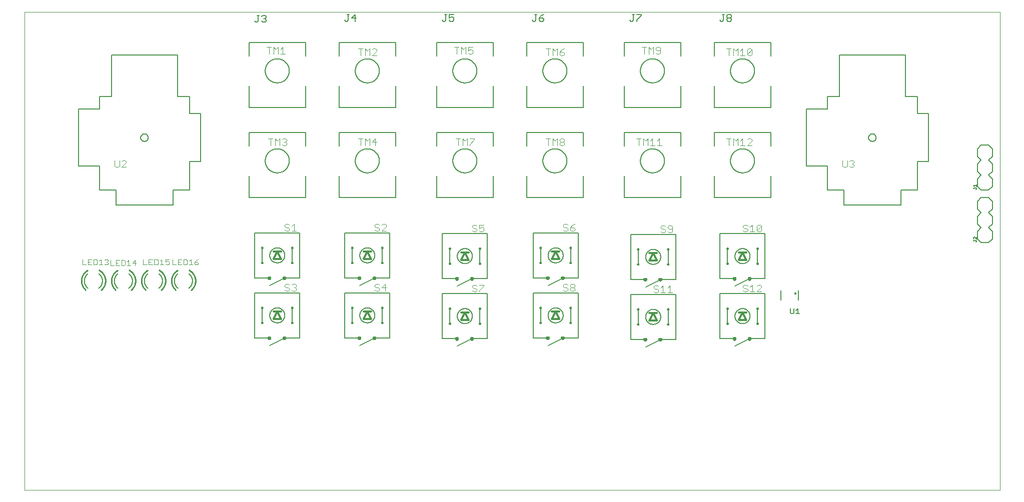
<source format=gto>
G75*
%MOIN*%
%OFA0B0*%
%FSLAX25Y25*%
%IPPOS*%
%LPD*%
%AMOC8*
5,1,8,0,0,1.08239X$1,22.5*
%
%ADD10C,0.00000*%
%ADD11C,0.00700*%
%ADD12C,0.01768*%
%ADD13C,0.00800*%
%ADD14C,0.00400*%
%ADD15C,0.00500*%
%ADD16C,0.00600*%
%ADD17C,0.01000*%
%ADD18C,0.01200*%
%ADD19C,0.01300*%
D10*
X0032595Y0002550D02*
X0032595Y0321251D01*
X0682516Y0321251D01*
X0682516Y0002550D01*
X0032595Y0002550D01*
D11*
X0536798Y0129359D02*
X0536798Y0135741D01*
X0548392Y0135741D02*
X0548392Y0129359D01*
X0547863Y0123453D02*
X0547863Y0120150D01*
X0546762Y0120150D02*
X0548964Y0120150D01*
X0546762Y0122352D02*
X0547863Y0123453D01*
X0545281Y0123453D02*
X0545281Y0120700D01*
X0544730Y0120150D01*
X0543629Y0120150D01*
X0543079Y0120700D01*
X0543079Y0123453D01*
D12*
X0546345Y0133603D03*
D13*
X0506095Y0118550D02*
X0506097Y0118691D01*
X0506103Y0118832D01*
X0506113Y0118972D01*
X0506127Y0119112D01*
X0506145Y0119252D01*
X0506166Y0119391D01*
X0506192Y0119530D01*
X0506221Y0119668D01*
X0506255Y0119804D01*
X0506292Y0119940D01*
X0506333Y0120075D01*
X0506378Y0120209D01*
X0506427Y0120341D01*
X0506479Y0120472D01*
X0506535Y0120601D01*
X0506595Y0120728D01*
X0506658Y0120854D01*
X0506724Y0120978D01*
X0506795Y0121101D01*
X0506868Y0121221D01*
X0506945Y0121339D01*
X0507025Y0121455D01*
X0507109Y0121568D01*
X0507195Y0121679D01*
X0507285Y0121788D01*
X0507378Y0121894D01*
X0507473Y0121997D01*
X0507572Y0122098D01*
X0507673Y0122196D01*
X0507777Y0122291D01*
X0507884Y0122383D01*
X0507993Y0122472D01*
X0508105Y0122557D01*
X0508219Y0122640D01*
X0508335Y0122720D01*
X0508454Y0122796D01*
X0508575Y0122868D01*
X0508697Y0122938D01*
X0508822Y0123003D01*
X0508948Y0123066D01*
X0509076Y0123124D01*
X0509206Y0123179D01*
X0509337Y0123231D01*
X0509470Y0123278D01*
X0509604Y0123322D01*
X0509739Y0123363D01*
X0509875Y0123399D01*
X0510012Y0123431D01*
X0510150Y0123460D01*
X0510288Y0123485D01*
X0510428Y0123505D01*
X0510568Y0123522D01*
X0510708Y0123535D01*
X0510849Y0123544D01*
X0510989Y0123549D01*
X0511130Y0123550D01*
X0511271Y0123547D01*
X0511412Y0123540D01*
X0511552Y0123529D01*
X0511692Y0123514D01*
X0511832Y0123495D01*
X0511971Y0123473D01*
X0512109Y0123446D01*
X0512247Y0123416D01*
X0512383Y0123381D01*
X0512519Y0123343D01*
X0512653Y0123301D01*
X0512787Y0123255D01*
X0512919Y0123206D01*
X0513049Y0123152D01*
X0513178Y0123095D01*
X0513305Y0123035D01*
X0513431Y0122971D01*
X0513554Y0122903D01*
X0513676Y0122832D01*
X0513796Y0122758D01*
X0513913Y0122680D01*
X0514028Y0122599D01*
X0514141Y0122515D01*
X0514252Y0122428D01*
X0514360Y0122337D01*
X0514465Y0122244D01*
X0514568Y0122147D01*
X0514668Y0122048D01*
X0514765Y0121946D01*
X0514859Y0121841D01*
X0514950Y0121734D01*
X0515038Y0121624D01*
X0515123Y0121512D01*
X0515205Y0121397D01*
X0515284Y0121280D01*
X0515359Y0121161D01*
X0515431Y0121040D01*
X0515499Y0120917D01*
X0515564Y0120792D01*
X0515626Y0120665D01*
X0515683Y0120536D01*
X0515738Y0120406D01*
X0515788Y0120275D01*
X0515835Y0120142D01*
X0515878Y0120008D01*
X0515917Y0119872D01*
X0515952Y0119736D01*
X0515984Y0119599D01*
X0516011Y0119461D01*
X0516035Y0119322D01*
X0516055Y0119182D01*
X0516071Y0119042D01*
X0516083Y0118902D01*
X0516091Y0118761D01*
X0516095Y0118620D01*
X0516095Y0118480D01*
X0516091Y0118339D01*
X0516083Y0118198D01*
X0516071Y0118058D01*
X0516055Y0117918D01*
X0516035Y0117778D01*
X0516011Y0117639D01*
X0515984Y0117501D01*
X0515952Y0117364D01*
X0515917Y0117228D01*
X0515878Y0117092D01*
X0515835Y0116958D01*
X0515788Y0116825D01*
X0515738Y0116694D01*
X0515683Y0116564D01*
X0515626Y0116435D01*
X0515564Y0116308D01*
X0515499Y0116183D01*
X0515431Y0116060D01*
X0515359Y0115939D01*
X0515284Y0115820D01*
X0515205Y0115703D01*
X0515123Y0115588D01*
X0515038Y0115476D01*
X0514950Y0115366D01*
X0514859Y0115259D01*
X0514765Y0115154D01*
X0514668Y0115052D01*
X0514568Y0114953D01*
X0514465Y0114856D01*
X0514360Y0114763D01*
X0514252Y0114672D01*
X0514141Y0114585D01*
X0514028Y0114501D01*
X0513913Y0114420D01*
X0513796Y0114342D01*
X0513676Y0114268D01*
X0513554Y0114197D01*
X0513431Y0114129D01*
X0513305Y0114065D01*
X0513178Y0114005D01*
X0513049Y0113948D01*
X0512919Y0113894D01*
X0512787Y0113845D01*
X0512653Y0113799D01*
X0512519Y0113757D01*
X0512383Y0113719D01*
X0512247Y0113684D01*
X0512109Y0113654D01*
X0511971Y0113627D01*
X0511832Y0113605D01*
X0511692Y0113586D01*
X0511552Y0113571D01*
X0511412Y0113560D01*
X0511271Y0113553D01*
X0511130Y0113550D01*
X0510989Y0113551D01*
X0510849Y0113556D01*
X0510708Y0113565D01*
X0510568Y0113578D01*
X0510428Y0113595D01*
X0510288Y0113615D01*
X0510150Y0113640D01*
X0510012Y0113669D01*
X0509875Y0113701D01*
X0509739Y0113737D01*
X0509604Y0113778D01*
X0509470Y0113822D01*
X0509337Y0113869D01*
X0509206Y0113921D01*
X0509076Y0113976D01*
X0508948Y0114034D01*
X0508822Y0114097D01*
X0508697Y0114162D01*
X0508575Y0114232D01*
X0508454Y0114304D01*
X0508335Y0114380D01*
X0508219Y0114460D01*
X0508105Y0114543D01*
X0507993Y0114628D01*
X0507884Y0114717D01*
X0507777Y0114809D01*
X0507673Y0114904D01*
X0507572Y0115002D01*
X0507473Y0115103D01*
X0507378Y0115206D01*
X0507285Y0115312D01*
X0507195Y0115421D01*
X0507109Y0115532D01*
X0507025Y0115645D01*
X0506945Y0115761D01*
X0506868Y0115879D01*
X0506795Y0115999D01*
X0506724Y0116122D01*
X0506658Y0116246D01*
X0506595Y0116372D01*
X0506535Y0116499D01*
X0506479Y0116628D01*
X0506427Y0116759D01*
X0506378Y0116891D01*
X0506333Y0117025D01*
X0506292Y0117160D01*
X0506255Y0117296D01*
X0506221Y0117432D01*
X0506192Y0117570D01*
X0506166Y0117709D01*
X0506145Y0117848D01*
X0506127Y0117988D01*
X0506113Y0118128D01*
X0506103Y0118268D01*
X0506097Y0118409D01*
X0506095Y0118550D01*
X0446595Y0118050D02*
X0446597Y0118191D01*
X0446603Y0118332D01*
X0446613Y0118472D01*
X0446627Y0118612D01*
X0446645Y0118752D01*
X0446666Y0118891D01*
X0446692Y0119030D01*
X0446721Y0119168D01*
X0446755Y0119304D01*
X0446792Y0119440D01*
X0446833Y0119575D01*
X0446878Y0119709D01*
X0446927Y0119841D01*
X0446979Y0119972D01*
X0447035Y0120101D01*
X0447095Y0120228D01*
X0447158Y0120354D01*
X0447224Y0120478D01*
X0447295Y0120601D01*
X0447368Y0120721D01*
X0447445Y0120839D01*
X0447525Y0120955D01*
X0447609Y0121068D01*
X0447695Y0121179D01*
X0447785Y0121288D01*
X0447878Y0121394D01*
X0447973Y0121497D01*
X0448072Y0121598D01*
X0448173Y0121696D01*
X0448277Y0121791D01*
X0448384Y0121883D01*
X0448493Y0121972D01*
X0448605Y0122057D01*
X0448719Y0122140D01*
X0448835Y0122220D01*
X0448954Y0122296D01*
X0449075Y0122368D01*
X0449197Y0122438D01*
X0449322Y0122503D01*
X0449448Y0122566D01*
X0449576Y0122624D01*
X0449706Y0122679D01*
X0449837Y0122731D01*
X0449970Y0122778D01*
X0450104Y0122822D01*
X0450239Y0122863D01*
X0450375Y0122899D01*
X0450512Y0122931D01*
X0450650Y0122960D01*
X0450788Y0122985D01*
X0450928Y0123005D01*
X0451068Y0123022D01*
X0451208Y0123035D01*
X0451349Y0123044D01*
X0451489Y0123049D01*
X0451630Y0123050D01*
X0451771Y0123047D01*
X0451912Y0123040D01*
X0452052Y0123029D01*
X0452192Y0123014D01*
X0452332Y0122995D01*
X0452471Y0122973D01*
X0452609Y0122946D01*
X0452747Y0122916D01*
X0452883Y0122881D01*
X0453019Y0122843D01*
X0453153Y0122801D01*
X0453287Y0122755D01*
X0453419Y0122706D01*
X0453549Y0122652D01*
X0453678Y0122595D01*
X0453805Y0122535D01*
X0453931Y0122471D01*
X0454054Y0122403D01*
X0454176Y0122332D01*
X0454296Y0122258D01*
X0454413Y0122180D01*
X0454528Y0122099D01*
X0454641Y0122015D01*
X0454752Y0121928D01*
X0454860Y0121837D01*
X0454965Y0121744D01*
X0455068Y0121647D01*
X0455168Y0121548D01*
X0455265Y0121446D01*
X0455359Y0121341D01*
X0455450Y0121234D01*
X0455538Y0121124D01*
X0455623Y0121012D01*
X0455705Y0120897D01*
X0455784Y0120780D01*
X0455859Y0120661D01*
X0455931Y0120540D01*
X0455999Y0120417D01*
X0456064Y0120292D01*
X0456126Y0120165D01*
X0456183Y0120036D01*
X0456238Y0119906D01*
X0456288Y0119775D01*
X0456335Y0119642D01*
X0456378Y0119508D01*
X0456417Y0119372D01*
X0456452Y0119236D01*
X0456484Y0119099D01*
X0456511Y0118961D01*
X0456535Y0118822D01*
X0456555Y0118682D01*
X0456571Y0118542D01*
X0456583Y0118402D01*
X0456591Y0118261D01*
X0456595Y0118120D01*
X0456595Y0117980D01*
X0456591Y0117839D01*
X0456583Y0117698D01*
X0456571Y0117558D01*
X0456555Y0117418D01*
X0456535Y0117278D01*
X0456511Y0117139D01*
X0456484Y0117001D01*
X0456452Y0116864D01*
X0456417Y0116728D01*
X0456378Y0116592D01*
X0456335Y0116458D01*
X0456288Y0116325D01*
X0456238Y0116194D01*
X0456183Y0116064D01*
X0456126Y0115935D01*
X0456064Y0115808D01*
X0455999Y0115683D01*
X0455931Y0115560D01*
X0455859Y0115439D01*
X0455784Y0115320D01*
X0455705Y0115203D01*
X0455623Y0115088D01*
X0455538Y0114976D01*
X0455450Y0114866D01*
X0455359Y0114759D01*
X0455265Y0114654D01*
X0455168Y0114552D01*
X0455068Y0114453D01*
X0454965Y0114356D01*
X0454860Y0114263D01*
X0454752Y0114172D01*
X0454641Y0114085D01*
X0454528Y0114001D01*
X0454413Y0113920D01*
X0454296Y0113842D01*
X0454176Y0113768D01*
X0454054Y0113697D01*
X0453931Y0113629D01*
X0453805Y0113565D01*
X0453678Y0113505D01*
X0453549Y0113448D01*
X0453419Y0113394D01*
X0453287Y0113345D01*
X0453153Y0113299D01*
X0453019Y0113257D01*
X0452883Y0113219D01*
X0452747Y0113184D01*
X0452609Y0113154D01*
X0452471Y0113127D01*
X0452332Y0113105D01*
X0452192Y0113086D01*
X0452052Y0113071D01*
X0451912Y0113060D01*
X0451771Y0113053D01*
X0451630Y0113050D01*
X0451489Y0113051D01*
X0451349Y0113056D01*
X0451208Y0113065D01*
X0451068Y0113078D01*
X0450928Y0113095D01*
X0450788Y0113115D01*
X0450650Y0113140D01*
X0450512Y0113169D01*
X0450375Y0113201D01*
X0450239Y0113237D01*
X0450104Y0113278D01*
X0449970Y0113322D01*
X0449837Y0113369D01*
X0449706Y0113421D01*
X0449576Y0113476D01*
X0449448Y0113534D01*
X0449322Y0113597D01*
X0449197Y0113662D01*
X0449075Y0113732D01*
X0448954Y0113804D01*
X0448835Y0113880D01*
X0448719Y0113960D01*
X0448605Y0114043D01*
X0448493Y0114128D01*
X0448384Y0114217D01*
X0448277Y0114309D01*
X0448173Y0114404D01*
X0448072Y0114502D01*
X0447973Y0114603D01*
X0447878Y0114706D01*
X0447785Y0114812D01*
X0447695Y0114921D01*
X0447609Y0115032D01*
X0447525Y0115145D01*
X0447445Y0115261D01*
X0447368Y0115379D01*
X0447295Y0115499D01*
X0447224Y0115622D01*
X0447158Y0115746D01*
X0447095Y0115872D01*
X0447035Y0115999D01*
X0446979Y0116128D01*
X0446927Y0116259D01*
X0446878Y0116391D01*
X0446833Y0116525D01*
X0446792Y0116660D01*
X0446755Y0116796D01*
X0446721Y0116932D01*
X0446692Y0117070D01*
X0446666Y0117209D01*
X0446645Y0117348D01*
X0446627Y0117488D01*
X0446613Y0117628D01*
X0446603Y0117768D01*
X0446597Y0117909D01*
X0446595Y0118050D01*
X0381595Y0119050D02*
X0381597Y0119191D01*
X0381603Y0119332D01*
X0381613Y0119472D01*
X0381627Y0119612D01*
X0381645Y0119752D01*
X0381666Y0119891D01*
X0381692Y0120030D01*
X0381721Y0120168D01*
X0381755Y0120304D01*
X0381792Y0120440D01*
X0381833Y0120575D01*
X0381878Y0120709D01*
X0381927Y0120841D01*
X0381979Y0120972D01*
X0382035Y0121101D01*
X0382095Y0121228D01*
X0382158Y0121354D01*
X0382224Y0121478D01*
X0382295Y0121601D01*
X0382368Y0121721D01*
X0382445Y0121839D01*
X0382525Y0121955D01*
X0382609Y0122068D01*
X0382695Y0122179D01*
X0382785Y0122288D01*
X0382878Y0122394D01*
X0382973Y0122497D01*
X0383072Y0122598D01*
X0383173Y0122696D01*
X0383277Y0122791D01*
X0383384Y0122883D01*
X0383493Y0122972D01*
X0383605Y0123057D01*
X0383719Y0123140D01*
X0383835Y0123220D01*
X0383954Y0123296D01*
X0384075Y0123368D01*
X0384197Y0123438D01*
X0384322Y0123503D01*
X0384448Y0123566D01*
X0384576Y0123624D01*
X0384706Y0123679D01*
X0384837Y0123731D01*
X0384970Y0123778D01*
X0385104Y0123822D01*
X0385239Y0123863D01*
X0385375Y0123899D01*
X0385512Y0123931D01*
X0385650Y0123960D01*
X0385788Y0123985D01*
X0385928Y0124005D01*
X0386068Y0124022D01*
X0386208Y0124035D01*
X0386349Y0124044D01*
X0386489Y0124049D01*
X0386630Y0124050D01*
X0386771Y0124047D01*
X0386912Y0124040D01*
X0387052Y0124029D01*
X0387192Y0124014D01*
X0387332Y0123995D01*
X0387471Y0123973D01*
X0387609Y0123946D01*
X0387747Y0123916D01*
X0387883Y0123881D01*
X0388019Y0123843D01*
X0388153Y0123801D01*
X0388287Y0123755D01*
X0388419Y0123706D01*
X0388549Y0123652D01*
X0388678Y0123595D01*
X0388805Y0123535D01*
X0388931Y0123471D01*
X0389054Y0123403D01*
X0389176Y0123332D01*
X0389296Y0123258D01*
X0389413Y0123180D01*
X0389528Y0123099D01*
X0389641Y0123015D01*
X0389752Y0122928D01*
X0389860Y0122837D01*
X0389965Y0122744D01*
X0390068Y0122647D01*
X0390168Y0122548D01*
X0390265Y0122446D01*
X0390359Y0122341D01*
X0390450Y0122234D01*
X0390538Y0122124D01*
X0390623Y0122012D01*
X0390705Y0121897D01*
X0390784Y0121780D01*
X0390859Y0121661D01*
X0390931Y0121540D01*
X0390999Y0121417D01*
X0391064Y0121292D01*
X0391126Y0121165D01*
X0391183Y0121036D01*
X0391238Y0120906D01*
X0391288Y0120775D01*
X0391335Y0120642D01*
X0391378Y0120508D01*
X0391417Y0120372D01*
X0391452Y0120236D01*
X0391484Y0120099D01*
X0391511Y0119961D01*
X0391535Y0119822D01*
X0391555Y0119682D01*
X0391571Y0119542D01*
X0391583Y0119402D01*
X0391591Y0119261D01*
X0391595Y0119120D01*
X0391595Y0118980D01*
X0391591Y0118839D01*
X0391583Y0118698D01*
X0391571Y0118558D01*
X0391555Y0118418D01*
X0391535Y0118278D01*
X0391511Y0118139D01*
X0391484Y0118001D01*
X0391452Y0117864D01*
X0391417Y0117728D01*
X0391378Y0117592D01*
X0391335Y0117458D01*
X0391288Y0117325D01*
X0391238Y0117194D01*
X0391183Y0117064D01*
X0391126Y0116935D01*
X0391064Y0116808D01*
X0390999Y0116683D01*
X0390931Y0116560D01*
X0390859Y0116439D01*
X0390784Y0116320D01*
X0390705Y0116203D01*
X0390623Y0116088D01*
X0390538Y0115976D01*
X0390450Y0115866D01*
X0390359Y0115759D01*
X0390265Y0115654D01*
X0390168Y0115552D01*
X0390068Y0115453D01*
X0389965Y0115356D01*
X0389860Y0115263D01*
X0389752Y0115172D01*
X0389641Y0115085D01*
X0389528Y0115001D01*
X0389413Y0114920D01*
X0389296Y0114842D01*
X0389176Y0114768D01*
X0389054Y0114697D01*
X0388931Y0114629D01*
X0388805Y0114565D01*
X0388678Y0114505D01*
X0388549Y0114448D01*
X0388419Y0114394D01*
X0388287Y0114345D01*
X0388153Y0114299D01*
X0388019Y0114257D01*
X0387883Y0114219D01*
X0387747Y0114184D01*
X0387609Y0114154D01*
X0387471Y0114127D01*
X0387332Y0114105D01*
X0387192Y0114086D01*
X0387052Y0114071D01*
X0386912Y0114060D01*
X0386771Y0114053D01*
X0386630Y0114050D01*
X0386489Y0114051D01*
X0386349Y0114056D01*
X0386208Y0114065D01*
X0386068Y0114078D01*
X0385928Y0114095D01*
X0385788Y0114115D01*
X0385650Y0114140D01*
X0385512Y0114169D01*
X0385375Y0114201D01*
X0385239Y0114237D01*
X0385104Y0114278D01*
X0384970Y0114322D01*
X0384837Y0114369D01*
X0384706Y0114421D01*
X0384576Y0114476D01*
X0384448Y0114534D01*
X0384322Y0114597D01*
X0384197Y0114662D01*
X0384075Y0114732D01*
X0383954Y0114804D01*
X0383835Y0114880D01*
X0383719Y0114960D01*
X0383605Y0115043D01*
X0383493Y0115128D01*
X0383384Y0115217D01*
X0383277Y0115309D01*
X0383173Y0115404D01*
X0383072Y0115502D01*
X0382973Y0115603D01*
X0382878Y0115706D01*
X0382785Y0115812D01*
X0382695Y0115921D01*
X0382609Y0116032D01*
X0382525Y0116145D01*
X0382445Y0116261D01*
X0382368Y0116379D01*
X0382295Y0116499D01*
X0382224Y0116622D01*
X0382158Y0116746D01*
X0382095Y0116872D01*
X0382035Y0116999D01*
X0381979Y0117128D01*
X0381927Y0117259D01*
X0381878Y0117391D01*
X0381833Y0117525D01*
X0381792Y0117660D01*
X0381755Y0117796D01*
X0381721Y0117932D01*
X0381692Y0118070D01*
X0381666Y0118209D01*
X0381645Y0118348D01*
X0381627Y0118488D01*
X0381613Y0118628D01*
X0381603Y0118768D01*
X0381597Y0118909D01*
X0381595Y0119050D01*
X0321095Y0118550D02*
X0321097Y0118691D01*
X0321103Y0118832D01*
X0321113Y0118972D01*
X0321127Y0119112D01*
X0321145Y0119252D01*
X0321166Y0119391D01*
X0321192Y0119530D01*
X0321221Y0119668D01*
X0321255Y0119804D01*
X0321292Y0119940D01*
X0321333Y0120075D01*
X0321378Y0120209D01*
X0321427Y0120341D01*
X0321479Y0120472D01*
X0321535Y0120601D01*
X0321595Y0120728D01*
X0321658Y0120854D01*
X0321724Y0120978D01*
X0321795Y0121101D01*
X0321868Y0121221D01*
X0321945Y0121339D01*
X0322025Y0121455D01*
X0322109Y0121568D01*
X0322195Y0121679D01*
X0322285Y0121788D01*
X0322378Y0121894D01*
X0322473Y0121997D01*
X0322572Y0122098D01*
X0322673Y0122196D01*
X0322777Y0122291D01*
X0322884Y0122383D01*
X0322993Y0122472D01*
X0323105Y0122557D01*
X0323219Y0122640D01*
X0323335Y0122720D01*
X0323454Y0122796D01*
X0323575Y0122868D01*
X0323697Y0122938D01*
X0323822Y0123003D01*
X0323948Y0123066D01*
X0324076Y0123124D01*
X0324206Y0123179D01*
X0324337Y0123231D01*
X0324470Y0123278D01*
X0324604Y0123322D01*
X0324739Y0123363D01*
X0324875Y0123399D01*
X0325012Y0123431D01*
X0325150Y0123460D01*
X0325288Y0123485D01*
X0325428Y0123505D01*
X0325568Y0123522D01*
X0325708Y0123535D01*
X0325849Y0123544D01*
X0325989Y0123549D01*
X0326130Y0123550D01*
X0326271Y0123547D01*
X0326412Y0123540D01*
X0326552Y0123529D01*
X0326692Y0123514D01*
X0326832Y0123495D01*
X0326971Y0123473D01*
X0327109Y0123446D01*
X0327247Y0123416D01*
X0327383Y0123381D01*
X0327519Y0123343D01*
X0327653Y0123301D01*
X0327787Y0123255D01*
X0327919Y0123206D01*
X0328049Y0123152D01*
X0328178Y0123095D01*
X0328305Y0123035D01*
X0328431Y0122971D01*
X0328554Y0122903D01*
X0328676Y0122832D01*
X0328796Y0122758D01*
X0328913Y0122680D01*
X0329028Y0122599D01*
X0329141Y0122515D01*
X0329252Y0122428D01*
X0329360Y0122337D01*
X0329465Y0122244D01*
X0329568Y0122147D01*
X0329668Y0122048D01*
X0329765Y0121946D01*
X0329859Y0121841D01*
X0329950Y0121734D01*
X0330038Y0121624D01*
X0330123Y0121512D01*
X0330205Y0121397D01*
X0330284Y0121280D01*
X0330359Y0121161D01*
X0330431Y0121040D01*
X0330499Y0120917D01*
X0330564Y0120792D01*
X0330626Y0120665D01*
X0330683Y0120536D01*
X0330738Y0120406D01*
X0330788Y0120275D01*
X0330835Y0120142D01*
X0330878Y0120008D01*
X0330917Y0119872D01*
X0330952Y0119736D01*
X0330984Y0119599D01*
X0331011Y0119461D01*
X0331035Y0119322D01*
X0331055Y0119182D01*
X0331071Y0119042D01*
X0331083Y0118902D01*
X0331091Y0118761D01*
X0331095Y0118620D01*
X0331095Y0118480D01*
X0331091Y0118339D01*
X0331083Y0118198D01*
X0331071Y0118058D01*
X0331055Y0117918D01*
X0331035Y0117778D01*
X0331011Y0117639D01*
X0330984Y0117501D01*
X0330952Y0117364D01*
X0330917Y0117228D01*
X0330878Y0117092D01*
X0330835Y0116958D01*
X0330788Y0116825D01*
X0330738Y0116694D01*
X0330683Y0116564D01*
X0330626Y0116435D01*
X0330564Y0116308D01*
X0330499Y0116183D01*
X0330431Y0116060D01*
X0330359Y0115939D01*
X0330284Y0115820D01*
X0330205Y0115703D01*
X0330123Y0115588D01*
X0330038Y0115476D01*
X0329950Y0115366D01*
X0329859Y0115259D01*
X0329765Y0115154D01*
X0329668Y0115052D01*
X0329568Y0114953D01*
X0329465Y0114856D01*
X0329360Y0114763D01*
X0329252Y0114672D01*
X0329141Y0114585D01*
X0329028Y0114501D01*
X0328913Y0114420D01*
X0328796Y0114342D01*
X0328676Y0114268D01*
X0328554Y0114197D01*
X0328431Y0114129D01*
X0328305Y0114065D01*
X0328178Y0114005D01*
X0328049Y0113948D01*
X0327919Y0113894D01*
X0327787Y0113845D01*
X0327653Y0113799D01*
X0327519Y0113757D01*
X0327383Y0113719D01*
X0327247Y0113684D01*
X0327109Y0113654D01*
X0326971Y0113627D01*
X0326832Y0113605D01*
X0326692Y0113586D01*
X0326552Y0113571D01*
X0326412Y0113560D01*
X0326271Y0113553D01*
X0326130Y0113550D01*
X0325989Y0113551D01*
X0325849Y0113556D01*
X0325708Y0113565D01*
X0325568Y0113578D01*
X0325428Y0113595D01*
X0325288Y0113615D01*
X0325150Y0113640D01*
X0325012Y0113669D01*
X0324875Y0113701D01*
X0324739Y0113737D01*
X0324604Y0113778D01*
X0324470Y0113822D01*
X0324337Y0113869D01*
X0324206Y0113921D01*
X0324076Y0113976D01*
X0323948Y0114034D01*
X0323822Y0114097D01*
X0323697Y0114162D01*
X0323575Y0114232D01*
X0323454Y0114304D01*
X0323335Y0114380D01*
X0323219Y0114460D01*
X0323105Y0114543D01*
X0322993Y0114628D01*
X0322884Y0114717D01*
X0322777Y0114809D01*
X0322673Y0114904D01*
X0322572Y0115002D01*
X0322473Y0115103D01*
X0322378Y0115206D01*
X0322285Y0115312D01*
X0322195Y0115421D01*
X0322109Y0115532D01*
X0322025Y0115645D01*
X0321945Y0115761D01*
X0321868Y0115879D01*
X0321795Y0115999D01*
X0321724Y0116122D01*
X0321658Y0116246D01*
X0321595Y0116372D01*
X0321535Y0116499D01*
X0321479Y0116628D01*
X0321427Y0116759D01*
X0321378Y0116891D01*
X0321333Y0117025D01*
X0321292Y0117160D01*
X0321255Y0117296D01*
X0321221Y0117432D01*
X0321192Y0117570D01*
X0321166Y0117709D01*
X0321145Y0117848D01*
X0321127Y0117988D01*
X0321113Y0118128D01*
X0321103Y0118268D01*
X0321097Y0118409D01*
X0321095Y0118550D01*
X0256095Y0119050D02*
X0256097Y0119191D01*
X0256103Y0119332D01*
X0256113Y0119472D01*
X0256127Y0119612D01*
X0256145Y0119752D01*
X0256166Y0119891D01*
X0256192Y0120030D01*
X0256221Y0120168D01*
X0256255Y0120304D01*
X0256292Y0120440D01*
X0256333Y0120575D01*
X0256378Y0120709D01*
X0256427Y0120841D01*
X0256479Y0120972D01*
X0256535Y0121101D01*
X0256595Y0121228D01*
X0256658Y0121354D01*
X0256724Y0121478D01*
X0256795Y0121601D01*
X0256868Y0121721D01*
X0256945Y0121839D01*
X0257025Y0121955D01*
X0257109Y0122068D01*
X0257195Y0122179D01*
X0257285Y0122288D01*
X0257378Y0122394D01*
X0257473Y0122497D01*
X0257572Y0122598D01*
X0257673Y0122696D01*
X0257777Y0122791D01*
X0257884Y0122883D01*
X0257993Y0122972D01*
X0258105Y0123057D01*
X0258219Y0123140D01*
X0258335Y0123220D01*
X0258454Y0123296D01*
X0258575Y0123368D01*
X0258697Y0123438D01*
X0258822Y0123503D01*
X0258948Y0123566D01*
X0259076Y0123624D01*
X0259206Y0123679D01*
X0259337Y0123731D01*
X0259470Y0123778D01*
X0259604Y0123822D01*
X0259739Y0123863D01*
X0259875Y0123899D01*
X0260012Y0123931D01*
X0260150Y0123960D01*
X0260288Y0123985D01*
X0260428Y0124005D01*
X0260568Y0124022D01*
X0260708Y0124035D01*
X0260849Y0124044D01*
X0260989Y0124049D01*
X0261130Y0124050D01*
X0261271Y0124047D01*
X0261412Y0124040D01*
X0261552Y0124029D01*
X0261692Y0124014D01*
X0261832Y0123995D01*
X0261971Y0123973D01*
X0262109Y0123946D01*
X0262247Y0123916D01*
X0262383Y0123881D01*
X0262519Y0123843D01*
X0262653Y0123801D01*
X0262787Y0123755D01*
X0262919Y0123706D01*
X0263049Y0123652D01*
X0263178Y0123595D01*
X0263305Y0123535D01*
X0263431Y0123471D01*
X0263554Y0123403D01*
X0263676Y0123332D01*
X0263796Y0123258D01*
X0263913Y0123180D01*
X0264028Y0123099D01*
X0264141Y0123015D01*
X0264252Y0122928D01*
X0264360Y0122837D01*
X0264465Y0122744D01*
X0264568Y0122647D01*
X0264668Y0122548D01*
X0264765Y0122446D01*
X0264859Y0122341D01*
X0264950Y0122234D01*
X0265038Y0122124D01*
X0265123Y0122012D01*
X0265205Y0121897D01*
X0265284Y0121780D01*
X0265359Y0121661D01*
X0265431Y0121540D01*
X0265499Y0121417D01*
X0265564Y0121292D01*
X0265626Y0121165D01*
X0265683Y0121036D01*
X0265738Y0120906D01*
X0265788Y0120775D01*
X0265835Y0120642D01*
X0265878Y0120508D01*
X0265917Y0120372D01*
X0265952Y0120236D01*
X0265984Y0120099D01*
X0266011Y0119961D01*
X0266035Y0119822D01*
X0266055Y0119682D01*
X0266071Y0119542D01*
X0266083Y0119402D01*
X0266091Y0119261D01*
X0266095Y0119120D01*
X0266095Y0118980D01*
X0266091Y0118839D01*
X0266083Y0118698D01*
X0266071Y0118558D01*
X0266055Y0118418D01*
X0266035Y0118278D01*
X0266011Y0118139D01*
X0265984Y0118001D01*
X0265952Y0117864D01*
X0265917Y0117728D01*
X0265878Y0117592D01*
X0265835Y0117458D01*
X0265788Y0117325D01*
X0265738Y0117194D01*
X0265683Y0117064D01*
X0265626Y0116935D01*
X0265564Y0116808D01*
X0265499Y0116683D01*
X0265431Y0116560D01*
X0265359Y0116439D01*
X0265284Y0116320D01*
X0265205Y0116203D01*
X0265123Y0116088D01*
X0265038Y0115976D01*
X0264950Y0115866D01*
X0264859Y0115759D01*
X0264765Y0115654D01*
X0264668Y0115552D01*
X0264568Y0115453D01*
X0264465Y0115356D01*
X0264360Y0115263D01*
X0264252Y0115172D01*
X0264141Y0115085D01*
X0264028Y0115001D01*
X0263913Y0114920D01*
X0263796Y0114842D01*
X0263676Y0114768D01*
X0263554Y0114697D01*
X0263431Y0114629D01*
X0263305Y0114565D01*
X0263178Y0114505D01*
X0263049Y0114448D01*
X0262919Y0114394D01*
X0262787Y0114345D01*
X0262653Y0114299D01*
X0262519Y0114257D01*
X0262383Y0114219D01*
X0262247Y0114184D01*
X0262109Y0114154D01*
X0261971Y0114127D01*
X0261832Y0114105D01*
X0261692Y0114086D01*
X0261552Y0114071D01*
X0261412Y0114060D01*
X0261271Y0114053D01*
X0261130Y0114050D01*
X0260989Y0114051D01*
X0260849Y0114056D01*
X0260708Y0114065D01*
X0260568Y0114078D01*
X0260428Y0114095D01*
X0260288Y0114115D01*
X0260150Y0114140D01*
X0260012Y0114169D01*
X0259875Y0114201D01*
X0259739Y0114237D01*
X0259604Y0114278D01*
X0259470Y0114322D01*
X0259337Y0114369D01*
X0259206Y0114421D01*
X0259076Y0114476D01*
X0258948Y0114534D01*
X0258822Y0114597D01*
X0258697Y0114662D01*
X0258575Y0114732D01*
X0258454Y0114804D01*
X0258335Y0114880D01*
X0258219Y0114960D01*
X0258105Y0115043D01*
X0257993Y0115128D01*
X0257884Y0115217D01*
X0257777Y0115309D01*
X0257673Y0115404D01*
X0257572Y0115502D01*
X0257473Y0115603D01*
X0257378Y0115706D01*
X0257285Y0115812D01*
X0257195Y0115921D01*
X0257109Y0116032D01*
X0257025Y0116145D01*
X0256945Y0116261D01*
X0256868Y0116379D01*
X0256795Y0116499D01*
X0256724Y0116622D01*
X0256658Y0116746D01*
X0256595Y0116872D01*
X0256535Y0116999D01*
X0256479Y0117128D01*
X0256427Y0117259D01*
X0256378Y0117391D01*
X0256333Y0117525D01*
X0256292Y0117660D01*
X0256255Y0117796D01*
X0256221Y0117932D01*
X0256192Y0118070D01*
X0256166Y0118209D01*
X0256145Y0118348D01*
X0256127Y0118488D01*
X0256113Y0118628D01*
X0256103Y0118768D01*
X0256097Y0118909D01*
X0256095Y0119050D01*
X0196095Y0119050D02*
X0196097Y0119191D01*
X0196103Y0119332D01*
X0196113Y0119472D01*
X0196127Y0119612D01*
X0196145Y0119752D01*
X0196166Y0119891D01*
X0196192Y0120030D01*
X0196221Y0120168D01*
X0196255Y0120304D01*
X0196292Y0120440D01*
X0196333Y0120575D01*
X0196378Y0120709D01*
X0196427Y0120841D01*
X0196479Y0120972D01*
X0196535Y0121101D01*
X0196595Y0121228D01*
X0196658Y0121354D01*
X0196724Y0121478D01*
X0196795Y0121601D01*
X0196868Y0121721D01*
X0196945Y0121839D01*
X0197025Y0121955D01*
X0197109Y0122068D01*
X0197195Y0122179D01*
X0197285Y0122288D01*
X0197378Y0122394D01*
X0197473Y0122497D01*
X0197572Y0122598D01*
X0197673Y0122696D01*
X0197777Y0122791D01*
X0197884Y0122883D01*
X0197993Y0122972D01*
X0198105Y0123057D01*
X0198219Y0123140D01*
X0198335Y0123220D01*
X0198454Y0123296D01*
X0198575Y0123368D01*
X0198697Y0123438D01*
X0198822Y0123503D01*
X0198948Y0123566D01*
X0199076Y0123624D01*
X0199206Y0123679D01*
X0199337Y0123731D01*
X0199470Y0123778D01*
X0199604Y0123822D01*
X0199739Y0123863D01*
X0199875Y0123899D01*
X0200012Y0123931D01*
X0200150Y0123960D01*
X0200288Y0123985D01*
X0200428Y0124005D01*
X0200568Y0124022D01*
X0200708Y0124035D01*
X0200849Y0124044D01*
X0200989Y0124049D01*
X0201130Y0124050D01*
X0201271Y0124047D01*
X0201412Y0124040D01*
X0201552Y0124029D01*
X0201692Y0124014D01*
X0201832Y0123995D01*
X0201971Y0123973D01*
X0202109Y0123946D01*
X0202247Y0123916D01*
X0202383Y0123881D01*
X0202519Y0123843D01*
X0202653Y0123801D01*
X0202787Y0123755D01*
X0202919Y0123706D01*
X0203049Y0123652D01*
X0203178Y0123595D01*
X0203305Y0123535D01*
X0203431Y0123471D01*
X0203554Y0123403D01*
X0203676Y0123332D01*
X0203796Y0123258D01*
X0203913Y0123180D01*
X0204028Y0123099D01*
X0204141Y0123015D01*
X0204252Y0122928D01*
X0204360Y0122837D01*
X0204465Y0122744D01*
X0204568Y0122647D01*
X0204668Y0122548D01*
X0204765Y0122446D01*
X0204859Y0122341D01*
X0204950Y0122234D01*
X0205038Y0122124D01*
X0205123Y0122012D01*
X0205205Y0121897D01*
X0205284Y0121780D01*
X0205359Y0121661D01*
X0205431Y0121540D01*
X0205499Y0121417D01*
X0205564Y0121292D01*
X0205626Y0121165D01*
X0205683Y0121036D01*
X0205738Y0120906D01*
X0205788Y0120775D01*
X0205835Y0120642D01*
X0205878Y0120508D01*
X0205917Y0120372D01*
X0205952Y0120236D01*
X0205984Y0120099D01*
X0206011Y0119961D01*
X0206035Y0119822D01*
X0206055Y0119682D01*
X0206071Y0119542D01*
X0206083Y0119402D01*
X0206091Y0119261D01*
X0206095Y0119120D01*
X0206095Y0118980D01*
X0206091Y0118839D01*
X0206083Y0118698D01*
X0206071Y0118558D01*
X0206055Y0118418D01*
X0206035Y0118278D01*
X0206011Y0118139D01*
X0205984Y0118001D01*
X0205952Y0117864D01*
X0205917Y0117728D01*
X0205878Y0117592D01*
X0205835Y0117458D01*
X0205788Y0117325D01*
X0205738Y0117194D01*
X0205683Y0117064D01*
X0205626Y0116935D01*
X0205564Y0116808D01*
X0205499Y0116683D01*
X0205431Y0116560D01*
X0205359Y0116439D01*
X0205284Y0116320D01*
X0205205Y0116203D01*
X0205123Y0116088D01*
X0205038Y0115976D01*
X0204950Y0115866D01*
X0204859Y0115759D01*
X0204765Y0115654D01*
X0204668Y0115552D01*
X0204568Y0115453D01*
X0204465Y0115356D01*
X0204360Y0115263D01*
X0204252Y0115172D01*
X0204141Y0115085D01*
X0204028Y0115001D01*
X0203913Y0114920D01*
X0203796Y0114842D01*
X0203676Y0114768D01*
X0203554Y0114697D01*
X0203431Y0114629D01*
X0203305Y0114565D01*
X0203178Y0114505D01*
X0203049Y0114448D01*
X0202919Y0114394D01*
X0202787Y0114345D01*
X0202653Y0114299D01*
X0202519Y0114257D01*
X0202383Y0114219D01*
X0202247Y0114184D01*
X0202109Y0114154D01*
X0201971Y0114127D01*
X0201832Y0114105D01*
X0201692Y0114086D01*
X0201552Y0114071D01*
X0201412Y0114060D01*
X0201271Y0114053D01*
X0201130Y0114050D01*
X0200989Y0114051D01*
X0200849Y0114056D01*
X0200708Y0114065D01*
X0200568Y0114078D01*
X0200428Y0114095D01*
X0200288Y0114115D01*
X0200150Y0114140D01*
X0200012Y0114169D01*
X0199875Y0114201D01*
X0199739Y0114237D01*
X0199604Y0114278D01*
X0199470Y0114322D01*
X0199337Y0114369D01*
X0199206Y0114421D01*
X0199076Y0114476D01*
X0198948Y0114534D01*
X0198822Y0114597D01*
X0198697Y0114662D01*
X0198575Y0114732D01*
X0198454Y0114804D01*
X0198335Y0114880D01*
X0198219Y0114960D01*
X0198105Y0115043D01*
X0197993Y0115128D01*
X0197884Y0115217D01*
X0197777Y0115309D01*
X0197673Y0115404D01*
X0197572Y0115502D01*
X0197473Y0115603D01*
X0197378Y0115706D01*
X0197285Y0115812D01*
X0197195Y0115921D01*
X0197109Y0116032D01*
X0197025Y0116145D01*
X0196945Y0116261D01*
X0196868Y0116379D01*
X0196795Y0116499D01*
X0196724Y0116622D01*
X0196658Y0116746D01*
X0196595Y0116872D01*
X0196535Y0116999D01*
X0196479Y0117128D01*
X0196427Y0117259D01*
X0196378Y0117391D01*
X0196333Y0117525D01*
X0196292Y0117660D01*
X0196255Y0117796D01*
X0196221Y0117932D01*
X0196192Y0118070D01*
X0196166Y0118209D01*
X0196145Y0118348D01*
X0196127Y0118488D01*
X0196113Y0118628D01*
X0196103Y0118768D01*
X0196097Y0118909D01*
X0196095Y0119050D01*
X0196095Y0159050D02*
X0196097Y0159191D01*
X0196103Y0159332D01*
X0196113Y0159472D01*
X0196127Y0159612D01*
X0196145Y0159752D01*
X0196166Y0159891D01*
X0196192Y0160030D01*
X0196221Y0160168D01*
X0196255Y0160304D01*
X0196292Y0160440D01*
X0196333Y0160575D01*
X0196378Y0160709D01*
X0196427Y0160841D01*
X0196479Y0160972D01*
X0196535Y0161101D01*
X0196595Y0161228D01*
X0196658Y0161354D01*
X0196724Y0161478D01*
X0196795Y0161601D01*
X0196868Y0161721D01*
X0196945Y0161839D01*
X0197025Y0161955D01*
X0197109Y0162068D01*
X0197195Y0162179D01*
X0197285Y0162288D01*
X0197378Y0162394D01*
X0197473Y0162497D01*
X0197572Y0162598D01*
X0197673Y0162696D01*
X0197777Y0162791D01*
X0197884Y0162883D01*
X0197993Y0162972D01*
X0198105Y0163057D01*
X0198219Y0163140D01*
X0198335Y0163220D01*
X0198454Y0163296D01*
X0198575Y0163368D01*
X0198697Y0163438D01*
X0198822Y0163503D01*
X0198948Y0163566D01*
X0199076Y0163624D01*
X0199206Y0163679D01*
X0199337Y0163731D01*
X0199470Y0163778D01*
X0199604Y0163822D01*
X0199739Y0163863D01*
X0199875Y0163899D01*
X0200012Y0163931D01*
X0200150Y0163960D01*
X0200288Y0163985D01*
X0200428Y0164005D01*
X0200568Y0164022D01*
X0200708Y0164035D01*
X0200849Y0164044D01*
X0200989Y0164049D01*
X0201130Y0164050D01*
X0201271Y0164047D01*
X0201412Y0164040D01*
X0201552Y0164029D01*
X0201692Y0164014D01*
X0201832Y0163995D01*
X0201971Y0163973D01*
X0202109Y0163946D01*
X0202247Y0163916D01*
X0202383Y0163881D01*
X0202519Y0163843D01*
X0202653Y0163801D01*
X0202787Y0163755D01*
X0202919Y0163706D01*
X0203049Y0163652D01*
X0203178Y0163595D01*
X0203305Y0163535D01*
X0203431Y0163471D01*
X0203554Y0163403D01*
X0203676Y0163332D01*
X0203796Y0163258D01*
X0203913Y0163180D01*
X0204028Y0163099D01*
X0204141Y0163015D01*
X0204252Y0162928D01*
X0204360Y0162837D01*
X0204465Y0162744D01*
X0204568Y0162647D01*
X0204668Y0162548D01*
X0204765Y0162446D01*
X0204859Y0162341D01*
X0204950Y0162234D01*
X0205038Y0162124D01*
X0205123Y0162012D01*
X0205205Y0161897D01*
X0205284Y0161780D01*
X0205359Y0161661D01*
X0205431Y0161540D01*
X0205499Y0161417D01*
X0205564Y0161292D01*
X0205626Y0161165D01*
X0205683Y0161036D01*
X0205738Y0160906D01*
X0205788Y0160775D01*
X0205835Y0160642D01*
X0205878Y0160508D01*
X0205917Y0160372D01*
X0205952Y0160236D01*
X0205984Y0160099D01*
X0206011Y0159961D01*
X0206035Y0159822D01*
X0206055Y0159682D01*
X0206071Y0159542D01*
X0206083Y0159402D01*
X0206091Y0159261D01*
X0206095Y0159120D01*
X0206095Y0158980D01*
X0206091Y0158839D01*
X0206083Y0158698D01*
X0206071Y0158558D01*
X0206055Y0158418D01*
X0206035Y0158278D01*
X0206011Y0158139D01*
X0205984Y0158001D01*
X0205952Y0157864D01*
X0205917Y0157728D01*
X0205878Y0157592D01*
X0205835Y0157458D01*
X0205788Y0157325D01*
X0205738Y0157194D01*
X0205683Y0157064D01*
X0205626Y0156935D01*
X0205564Y0156808D01*
X0205499Y0156683D01*
X0205431Y0156560D01*
X0205359Y0156439D01*
X0205284Y0156320D01*
X0205205Y0156203D01*
X0205123Y0156088D01*
X0205038Y0155976D01*
X0204950Y0155866D01*
X0204859Y0155759D01*
X0204765Y0155654D01*
X0204668Y0155552D01*
X0204568Y0155453D01*
X0204465Y0155356D01*
X0204360Y0155263D01*
X0204252Y0155172D01*
X0204141Y0155085D01*
X0204028Y0155001D01*
X0203913Y0154920D01*
X0203796Y0154842D01*
X0203676Y0154768D01*
X0203554Y0154697D01*
X0203431Y0154629D01*
X0203305Y0154565D01*
X0203178Y0154505D01*
X0203049Y0154448D01*
X0202919Y0154394D01*
X0202787Y0154345D01*
X0202653Y0154299D01*
X0202519Y0154257D01*
X0202383Y0154219D01*
X0202247Y0154184D01*
X0202109Y0154154D01*
X0201971Y0154127D01*
X0201832Y0154105D01*
X0201692Y0154086D01*
X0201552Y0154071D01*
X0201412Y0154060D01*
X0201271Y0154053D01*
X0201130Y0154050D01*
X0200989Y0154051D01*
X0200849Y0154056D01*
X0200708Y0154065D01*
X0200568Y0154078D01*
X0200428Y0154095D01*
X0200288Y0154115D01*
X0200150Y0154140D01*
X0200012Y0154169D01*
X0199875Y0154201D01*
X0199739Y0154237D01*
X0199604Y0154278D01*
X0199470Y0154322D01*
X0199337Y0154369D01*
X0199206Y0154421D01*
X0199076Y0154476D01*
X0198948Y0154534D01*
X0198822Y0154597D01*
X0198697Y0154662D01*
X0198575Y0154732D01*
X0198454Y0154804D01*
X0198335Y0154880D01*
X0198219Y0154960D01*
X0198105Y0155043D01*
X0197993Y0155128D01*
X0197884Y0155217D01*
X0197777Y0155309D01*
X0197673Y0155404D01*
X0197572Y0155502D01*
X0197473Y0155603D01*
X0197378Y0155706D01*
X0197285Y0155812D01*
X0197195Y0155921D01*
X0197109Y0156032D01*
X0197025Y0156145D01*
X0196945Y0156261D01*
X0196868Y0156379D01*
X0196795Y0156499D01*
X0196724Y0156622D01*
X0196658Y0156746D01*
X0196595Y0156872D01*
X0196535Y0156999D01*
X0196479Y0157128D01*
X0196427Y0157259D01*
X0196378Y0157391D01*
X0196333Y0157525D01*
X0196292Y0157660D01*
X0196255Y0157796D01*
X0196221Y0157932D01*
X0196192Y0158070D01*
X0196166Y0158209D01*
X0196145Y0158348D01*
X0196127Y0158488D01*
X0196113Y0158628D01*
X0196103Y0158768D01*
X0196097Y0158909D01*
X0196095Y0159050D01*
X0256095Y0159050D02*
X0256097Y0159191D01*
X0256103Y0159332D01*
X0256113Y0159472D01*
X0256127Y0159612D01*
X0256145Y0159752D01*
X0256166Y0159891D01*
X0256192Y0160030D01*
X0256221Y0160168D01*
X0256255Y0160304D01*
X0256292Y0160440D01*
X0256333Y0160575D01*
X0256378Y0160709D01*
X0256427Y0160841D01*
X0256479Y0160972D01*
X0256535Y0161101D01*
X0256595Y0161228D01*
X0256658Y0161354D01*
X0256724Y0161478D01*
X0256795Y0161601D01*
X0256868Y0161721D01*
X0256945Y0161839D01*
X0257025Y0161955D01*
X0257109Y0162068D01*
X0257195Y0162179D01*
X0257285Y0162288D01*
X0257378Y0162394D01*
X0257473Y0162497D01*
X0257572Y0162598D01*
X0257673Y0162696D01*
X0257777Y0162791D01*
X0257884Y0162883D01*
X0257993Y0162972D01*
X0258105Y0163057D01*
X0258219Y0163140D01*
X0258335Y0163220D01*
X0258454Y0163296D01*
X0258575Y0163368D01*
X0258697Y0163438D01*
X0258822Y0163503D01*
X0258948Y0163566D01*
X0259076Y0163624D01*
X0259206Y0163679D01*
X0259337Y0163731D01*
X0259470Y0163778D01*
X0259604Y0163822D01*
X0259739Y0163863D01*
X0259875Y0163899D01*
X0260012Y0163931D01*
X0260150Y0163960D01*
X0260288Y0163985D01*
X0260428Y0164005D01*
X0260568Y0164022D01*
X0260708Y0164035D01*
X0260849Y0164044D01*
X0260989Y0164049D01*
X0261130Y0164050D01*
X0261271Y0164047D01*
X0261412Y0164040D01*
X0261552Y0164029D01*
X0261692Y0164014D01*
X0261832Y0163995D01*
X0261971Y0163973D01*
X0262109Y0163946D01*
X0262247Y0163916D01*
X0262383Y0163881D01*
X0262519Y0163843D01*
X0262653Y0163801D01*
X0262787Y0163755D01*
X0262919Y0163706D01*
X0263049Y0163652D01*
X0263178Y0163595D01*
X0263305Y0163535D01*
X0263431Y0163471D01*
X0263554Y0163403D01*
X0263676Y0163332D01*
X0263796Y0163258D01*
X0263913Y0163180D01*
X0264028Y0163099D01*
X0264141Y0163015D01*
X0264252Y0162928D01*
X0264360Y0162837D01*
X0264465Y0162744D01*
X0264568Y0162647D01*
X0264668Y0162548D01*
X0264765Y0162446D01*
X0264859Y0162341D01*
X0264950Y0162234D01*
X0265038Y0162124D01*
X0265123Y0162012D01*
X0265205Y0161897D01*
X0265284Y0161780D01*
X0265359Y0161661D01*
X0265431Y0161540D01*
X0265499Y0161417D01*
X0265564Y0161292D01*
X0265626Y0161165D01*
X0265683Y0161036D01*
X0265738Y0160906D01*
X0265788Y0160775D01*
X0265835Y0160642D01*
X0265878Y0160508D01*
X0265917Y0160372D01*
X0265952Y0160236D01*
X0265984Y0160099D01*
X0266011Y0159961D01*
X0266035Y0159822D01*
X0266055Y0159682D01*
X0266071Y0159542D01*
X0266083Y0159402D01*
X0266091Y0159261D01*
X0266095Y0159120D01*
X0266095Y0158980D01*
X0266091Y0158839D01*
X0266083Y0158698D01*
X0266071Y0158558D01*
X0266055Y0158418D01*
X0266035Y0158278D01*
X0266011Y0158139D01*
X0265984Y0158001D01*
X0265952Y0157864D01*
X0265917Y0157728D01*
X0265878Y0157592D01*
X0265835Y0157458D01*
X0265788Y0157325D01*
X0265738Y0157194D01*
X0265683Y0157064D01*
X0265626Y0156935D01*
X0265564Y0156808D01*
X0265499Y0156683D01*
X0265431Y0156560D01*
X0265359Y0156439D01*
X0265284Y0156320D01*
X0265205Y0156203D01*
X0265123Y0156088D01*
X0265038Y0155976D01*
X0264950Y0155866D01*
X0264859Y0155759D01*
X0264765Y0155654D01*
X0264668Y0155552D01*
X0264568Y0155453D01*
X0264465Y0155356D01*
X0264360Y0155263D01*
X0264252Y0155172D01*
X0264141Y0155085D01*
X0264028Y0155001D01*
X0263913Y0154920D01*
X0263796Y0154842D01*
X0263676Y0154768D01*
X0263554Y0154697D01*
X0263431Y0154629D01*
X0263305Y0154565D01*
X0263178Y0154505D01*
X0263049Y0154448D01*
X0262919Y0154394D01*
X0262787Y0154345D01*
X0262653Y0154299D01*
X0262519Y0154257D01*
X0262383Y0154219D01*
X0262247Y0154184D01*
X0262109Y0154154D01*
X0261971Y0154127D01*
X0261832Y0154105D01*
X0261692Y0154086D01*
X0261552Y0154071D01*
X0261412Y0154060D01*
X0261271Y0154053D01*
X0261130Y0154050D01*
X0260989Y0154051D01*
X0260849Y0154056D01*
X0260708Y0154065D01*
X0260568Y0154078D01*
X0260428Y0154095D01*
X0260288Y0154115D01*
X0260150Y0154140D01*
X0260012Y0154169D01*
X0259875Y0154201D01*
X0259739Y0154237D01*
X0259604Y0154278D01*
X0259470Y0154322D01*
X0259337Y0154369D01*
X0259206Y0154421D01*
X0259076Y0154476D01*
X0258948Y0154534D01*
X0258822Y0154597D01*
X0258697Y0154662D01*
X0258575Y0154732D01*
X0258454Y0154804D01*
X0258335Y0154880D01*
X0258219Y0154960D01*
X0258105Y0155043D01*
X0257993Y0155128D01*
X0257884Y0155217D01*
X0257777Y0155309D01*
X0257673Y0155404D01*
X0257572Y0155502D01*
X0257473Y0155603D01*
X0257378Y0155706D01*
X0257285Y0155812D01*
X0257195Y0155921D01*
X0257109Y0156032D01*
X0257025Y0156145D01*
X0256945Y0156261D01*
X0256868Y0156379D01*
X0256795Y0156499D01*
X0256724Y0156622D01*
X0256658Y0156746D01*
X0256595Y0156872D01*
X0256535Y0156999D01*
X0256479Y0157128D01*
X0256427Y0157259D01*
X0256378Y0157391D01*
X0256333Y0157525D01*
X0256292Y0157660D01*
X0256255Y0157796D01*
X0256221Y0157932D01*
X0256192Y0158070D01*
X0256166Y0158209D01*
X0256145Y0158348D01*
X0256127Y0158488D01*
X0256113Y0158628D01*
X0256103Y0158768D01*
X0256097Y0158909D01*
X0256095Y0159050D01*
X0321095Y0158550D02*
X0321097Y0158691D01*
X0321103Y0158832D01*
X0321113Y0158972D01*
X0321127Y0159112D01*
X0321145Y0159252D01*
X0321166Y0159391D01*
X0321192Y0159530D01*
X0321221Y0159668D01*
X0321255Y0159804D01*
X0321292Y0159940D01*
X0321333Y0160075D01*
X0321378Y0160209D01*
X0321427Y0160341D01*
X0321479Y0160472D01*
X0321535Y0160601D01*
X0321595Y0160728D01*
X0321658Y0160854D01*
X0321724Y0160978D01*
X0321795Y0161101D01*
X0321868Y0161221D01*
X0321945Y0161339D01*
X0322025Y0161455D01*
X0322109Y0161568D01*
X0322195Y0161679D01*
X0322285Y0161788D01*
X0322378Y0161894D01*
X0322473Y0161997D01*
X0322572Y0162098D01*
X0322673Y0162196D01*
X0322777Y0162291D01*
X0322884Y0162383D01*
X0322993Y0162472D01*
X0323105Y0162557D01*
X0323219Y0162640D01*
X0323335Y0162720D01*
X0323454Y0162796D01*
X0323575Y0162868D01*
X0323697Y0162938D01*
X0323822Y0163003D01*
X0323948Y0163066D01*
X0324076Y0163124D01*
X0324206Y0163179D01*
X0324337Y0163231D01*
X0324470Y0163278D01*
X0324604Y0163322D01*
X0324739Y0163363D01*
X0324875Y0163399D01*
X0325012Y0163431D01*
X0325150Y0163460D01*
X0325288Y0163485D01*
X0325428Y0163505D01*
X0325568Y0163522D01*
X0325708Y0163535D01*
X0325849Y0163544D01*
X0325989Y0163549D01*
X0326130Y0163550D01*
X0326271Y0163547D01*
X0326412Y0163540D01*
X0326552Y0163529D01*
X0326692Y0163514D01*
X0326832Y0163495D01*
X0326971Y0163473D01*
X0327109Y0163446D01*
X0327247Y0163416D01*
X0327383Y0163381D01*
X0327519Y0163343D01*
X0327653Y0163301D01*
X0327787Y0163255D01*
X0327919Y0163206D01*
X0328049Y0163152D01*
X0328178Y0163095D01*
X0328305Y0163035D01*
X0328431Y0162971D01*
X0328554Y0162903D01*
X0328676Y0162832D01*
X0328796Y0162758D01*
X0328913Y0162680D01*
X0329028Y0162599D01*
X0329141Y0162515D01*
X0329252Y0162428D01*
X0329360Y0162337D01*
X0329465Y0162244D01*
X0329568Y0162147D01*
X0329668Y0162048D01*
X0329765Y0161946D01*
X0329859Y0161841D01*
X0329950Y0161734D01*
X0330038Y0161624D01*
X0330123Y0161512D01*
X0330205Y0161397D01*
X0330284Y0161280D01*
X0330359Y0161161D01*
X0330431Y0161040D01*
X0330499Y0160917D01*
X0330564Y0160792D01*
X0330626Y0160665D01*
X0330683Y0160536D01*
X0330738Y0160406D01*
X0330788Y0160275D01*
X0330835Y0160142D01*
X0330878Y0160008D01*
X0330917Y0159872D01*
X0330952Y0159736D01*
X0330984Y0159599D01*
X0331011Y0159461D01*
X0331035Y0159322D01*
X0331055Y0159182D01*
X0331071Y0159042D01*
X0331083Y0158902D01*
X0331091Y0158761D01*
X0331095Y0158620D01*
X0331095Y0158480D01*
X0331091Y0158339D01*
X0331083Y0158198D01*
X0331071Y0158058D01*
X0331055Y0157918D01*
X0331035Y0157778D01*
X0331011Y0157639D01*
X0330984Y0157501D01*
X0330952Y0157364D01*
X0330917Y0157228D01*
X0330878Y0157092D01*
X0330835Y0156958D01*
X0330788Y0156825D01*
X0330738Y0156694D01*
X0330683Y0156564D01*
X0330626Y0156435D01*
X0330564Y0156308D01*
X0330499Y0156183D01*
X0330431Y0156060D01*
X0330359Y0155939D01*
X0330284Y0155820D01*
X0330205Y0155703D01*
X0330123Y0155588D01*
X0330038Y0155476D01*
X0329950Y0155366D01*
X0329859Y0155259D01*
X0329765Y0155154D01*
X0329668Y0155052D01*
X0329568Y0154953D01*
X0329465Y0154856D01*
X0329360Y0154763D01*
X0329252Y0154672D01*
X0329141Y0154585D01*
X0329028Y0154501D01*
X0328913Y0154420D01*
X0328796Y0154342D01*
X0328676Y0154268D01*
X0328554Y0154197D01*
X0328431Y0154129D01*
X0328305Y0154065D01*
X0328178Y0154005D01*
X0328049Y0153948D01*
X0327919Y0153894D01*
X0327787Y0153845D01*
X0327653Y0153799D01*
X0327519Y0153757D01*
X0327383Y0153719D01*
X0327247Y0153684D01*
X0327109Y0153654D01*
X0326971Y0153627D01*
X0326832Y0153605D01*
X0326692Y0153586D01*
X0326552Y0153571D01*
X0326412Y0153560D01*
X0326271Y0153553D01*
X0326130Y0153550D01*
X0325989Y0153551D01*
X0325849Y0153556D01*
X0325708Y0153565D01*
X0325568Y0153578D01*
X0325428Y0153595D01*
X0325288Y0153615D01*
X0325150Y0153640D01*
X0325012Y0153669D01*
X0324875Y0153701D01*
X0324739Y0153737D01*
X0324604Y0153778D01*
X0324470Y0153822D01*
X0324337Y0153869D01*
X0324206Y0153921D01*
X0324076Y0153976D01*
X0323948Y0154034D01*
X0323822Y0154097D01*
X0323697Y0154162D01*
X0323575Y0154232D01*
X0323454Y0154304D01*
X0323335Y0154380D01*
X0323219Y0154460D01*
X0323105Y0154543D01*
X0322993Y0154628D01*
X0322884Y0154717D01*
X0322777Y0154809D01*
X0322673Y0154904D01*
X0322572Y0155002D01*
X0322473Y0155103D01*
X0322378Y0155206D01*
X0322285Y0155312D01*
X0322195Y0155421D01*
X0322109Y0155532D01*
X0322025Y0155645D01*
X0321945Y0155761D01*
X0321868Y0155879D01*
X0321795Y0155999D01*
X0321724Y0156122D01*
X0321658Y0156246D01*
X0321595Y0156372D01*
X0321535Y0156499D01*
X0321479Y0156628D01*
X0321427Y0156759D01*
X0321378Y0156891D01*
X0321333Y0157025D01*
X0321292Y0157160D01*
X0321255Y0157296D01*
X0321221Y0157432D01*
X0321192Y0157570D01*
X0321166Y0157709D01*
X0321145Y0157848D01*
X0321127Y0157988D01*
X0321113Y0158128D01*
X0321103Y0158268D01*
X0321097Y0158409D01*
X0321095Y0158550D01*
X0381595Y0159050D02*
X0381597Y0159191D01*
X0381603Y0159332D01*
X0381613Y0159472D01*
X0381627Y0159612D01*
X0381645Y0159752D01*
X0381666Y0159891D01*
X0381692Y0160030D01*
X0381721Y0160168D01*
X0381755Y0160304D01*
X0381792Y0160440D01*
X0381833Y0160575D01*
X0381878Y0160709D01*
X0381927Y0160841D01*
X0381979Y0160972D01*
X0382035Y0161101D01*
X0382095Y0161228D01*
X0382158Y0161354D01*
X0382224Y0161478D01*
X0382295Y0161601D01*
X0382368Y0161721D01*
X0382445Y0161839D01*
X0382525Y0161955D01*
X0382609Y0162068D01*
X0382695Y0162179D01*
X0382785Y0162288D01*
X0382878Y0162394D01*
X0382973Y0162497D01*
X0383072Y0162598D01*
X0383173Y0162696D01*
X0383277Y0162791D01*
X0383384Y0162883D01*
X0383493Y0162972D01*
X0383605Y0163057D01*
X0383719Y0163140D01*
X0383835Y0163220D01*
X0383954Y0163296D01*
X0384075Y0163368D01*
X0384197Y0163438D01*
X0384322Y0163503D01*
X0384448Y0163566D01*
X0384576Y0163624D01*
X0384706Y0163679D01*
X0384837Y0163731D01*
X0384970Y0163778D01*
X0385104Y0163822D01*
X0385239Y0163863D01*
X0385375Y0163899D01*
X0385512Y0163931D01*
X0385650Y0163960D01*
X0385788Y0163985D01*
X0385928Y0164005D01*
X0386068Y0164022D01*
X0386208Y0164035D01*
X0386349Y0164044D01*
X0386489Y0164049D01*
X0386630Y0164050D01*
X0386771Y0164047D01*
X0386912Y0164040D01*
X0387052Y0164029D01*
X0387192Y0164014D01*
X0387332Y0163995D01*
X0387471Y0163973D01*
X0387609Y0163946D01*
X0387747Y0163916D01*
X0387883Y0163881D01*
X0388019Y0163843D01*
X0388153Y0163801D01*
X0388287Y0163755D01*
X0388419Y0163706D01*
X0388549Y0163652D01*
X0388678Y0163595D01*
X0388805Y0163535D01*
X0388931Y0163471D01*
X0389054Y0163403D01*
X0389176Y0163332D01*
X0389296Y0163258D01*
X0389413Y0163180D01*
X0389528Y0163099D01*
X0389641Y0163015D01*
X0389752Y0162928D01*
X0389860Y0162837D01*
X0389965Y0162744D01*
X0390068Y0162647D01*
X0390168Y0162548D01*
X0390265Y0162446D01*
X0390359Y0162341D01*
X0390450Y0162234D01*
X0390538Y0162124D01*
X0390623Y0162012D01*
X0390705Y0161897D01*
X0390784Y0161780D01*
X0390859Y0161661D01*
X0390931Y0161540D01*
X0390999Y0161417D01*
X0391064Y0161292D01*
X0391126Y0161165D01*
X0391183Y0161036D01*
X0391238Y0160906D01*
X0391288Y0160775D01*
X0391335Y0160642D01*
X0391378Y0160508D01*
X0391417Y0160372D01*
X0391452Y0160236D01*
X0391484Y0160099D01*
X0391511Y0159961D01*
X0391535Y0159822D01*
X0391555Y0159682D01*
X0391571Y0159542D01*
X0391583Y0159402D01*
X0391591Y0159261D01*
X0391595Y0159120D01*
X0391595Y0158980D01*
X0391591Y0158839D01*
X0391583Y0158698D01*
X0391571Y0158558D01*
X0391555Y0158418D01*
X0391535Y0158278D01*
X0391511Y0158139D01*
X0391484Y0158001D01*
X0391452Y0157864D01*
X0391417Y0157728D01*
X0391378Y0157592D01*
X0391335Y0157458D01*
X0391288Y0157325D01*
X0391238Y0157194D01*
X0391183Y0157064D01*
X0391126Y0156935D01*
X0391064Y0156808D01*
X0390999Y0156683D01*
X0390931Y0156560D01*
X0390859Y0156439D01*
X0390784Y0156320D01*
X0390705Y0156203D01*
X0390623Y0156088D01*
X0390538Y0155976D01*
X0390450Y0155866D01*
X0390359Y0155759D01*
X0390265Y0155654D01*
X0390168Y0155552D01*
X0390068Y0155453D01*
X0389965Y0155356D01*
X0389860Y0155263D01*
X0389752Y0155172D01*
X0389641Y0155085D01*
X0389528Y0155001D01*
X0389413Y0154920D01*
X0389296Y0154842D01*
X0389176Y0154768D01*
X0389054Y0154697D01*
X0388931Y0154629D01*
X0388805Y0154565D01*
X0388678Y0154505D01*
X0388549Y0154448D01*
X0388419Y0154394D01*
X0388287Y0154345D01*
X0388153Y0154299D01*
X0388019Y0154257D01*
X0387883Y0154219D01*
X0387747Y0154184D01*
X0387609Y0154154D01*
X0387471Y0154127D01*
X0387332Y0154105D01*
X0387192Y0154086D01*
X0387052Y0154071D01*
X0386912Y0154060D01*
X0386771Y0154053D01*
X0386630Y0154050D01*
X0386489Y0154051D01*
X0386349Y0154056D01*
X0386208Y0154065D01*
X0386068Y0154078D01*
X0385928Y0154095D01*
X0385788Y0154115D01*
X0385650Y0154140D01*
X0385512Y0154169D01*
X0385375Y0154201D01*
X0385239Y0154237D01*
X0385104Y0154278D01*
X0384970Y0154322D01*
X0384837Y0154369D01*
X0384706Y0154421D01*
X0384576Y0154476D01*
X0384448Y0154534D01*
X0384322Y0154597D01*
X0384197Y0154662D01*
X0384075Y0154732D01*
X0383954Y0154804D01*
X0383835Y0154880D01*
X0383719Y0154960D01*
X0383605Y0155043D01*
X0383493Y0155128D01*
X0383384Y0155217D01*
X0383277Y0155309D01*
X0383173Y0155404D01*
X0383072Y0155502D01*
X0382973Y0155603D01*
X0382878Y0155706D01*
X0382785Y0155812D01*
X0382695Y0155921D01*
X0382609Y0156032D01*
X0382525Y0156145D01*
X0382445Y0156261D01*
X0382368Y0156379D01*
X0382295Y0156499D01*
X0382224Y0156622D01*
X0382158Y0156746D01*
X0382095Y0156872D01*
X0382035Y0156999D01*
X0381979Y0157128D01*
X0381927Y0157259D01*
X0381878Y0157391D01*
X0381833Y0157525D01*
X0381792Y0157660D01*
X0381755Y0157796D01*
X0381721Y0157932D01*
X0381692Y0158070D01*
X0381666Y0158209D01*
X0381645Y0158348D01*
X0381627Y0158488D01*
X0381613Y0158628D01*
X0381603Y0158768D01*
X0381597Y0158909D01*
X0381595Y0159050D01*
X0446595Y0158050D02*
X0446597Y0158191D01*
X0446603Y0158332D01*
X0446613Y0158472D01*
X0446627Y0158612D01*
X0446645Y0158752D01*
X0446666Y0158891D01*
X0446692Y0159030D01*
X0446721Y0159168D01*
X0446755Y0159304D01*
X0446792Y0159440D01*
X0446833Y0159575D01*
X0446878Y0159709D01*
X0446927Y0159841D01*
X0446979Y0159972D01*
X0447035Y0160101D01*
X0447095Y0160228D01*
X0447158Y0160354D01*
X0447224Y0160478D01*
X0447295Y0160601D01*
X0447368Y0160721D01*
X0447445Y0160839D01*
X0447525Y0160955D01*
X0447609Y0161068D01*
X0447695Y0161179D01*
X0447785Y0161288D01*
X0447878Y0161394D01*
X0447973Y0161497D01*
X0448072Y0161598D01*
X0448173Y0161696D01*
X0448277Y0161791D01*
X0448384Y0161883D01*
X0448493Y0161972D01*
X0448605Y0162057D01*
X0448719Y0162140D01*
X0448835Y0162220D01*
X0448954Y0162296D01*
X0449075Y0162368D01*
X0449197Y0162438D01*
X0449322Y0162503D01*
X0449448Y0162566D01*
X0449576Y0162624D01*
X0449706Y0162679D01*
X0449837Y0162731D01*
X0449970Y0162778D01*
X0450104Y0162822D01*
X0450239Y0162863D01*
X0450375Y0162899D01*
X0450512Y0162931D01*
X0450650Y0162960D01*
X0450788Y0162985D01*
X0450928Y0163005D01*
X0451068Y0163022D01*
X0451208Y0163035D01*
X0451349Y0163044D01*
X0451489Y0163049D01*
X0451630Y0163050D01*
X0451771Y0163047D01*
X0451912Y0163040D01*
X0452052Y0163029D01*
X0452192Y0163014D01*
X0452332Y0162995D01*
X0452471Y0162973D01*
X0452609Y0162946D01*
X0452747Y0162916D01*
X0452883Y0162881D01*
X0453019Y0162843D01*
X0453153Y0162801D01*
X0453287Y0162755D01*
X0453419Y0162706D01*
X0453549Y0162652D01*
X0453678Y0162595D01*
X0453805Y0162535D01*
X0453931Y0162471D01*
X0454054Y0162403D01*
X0454176Y0162332D01*
X0454296Y0162258D01*
X0454413Y0162180D01*
X0454528Y0162099D01*
X0454641Y0162015D01*
X0454752Y0161928D01*
X0454860Y0161837D01*
X0454965Y0161744D01*
X0455068Y0161647D01*
X0455168Y0161548D01*
X0455265Y0161446D01*
X0455359Y0161341D01*
X0455450Y0161234D01*
X0455538Y0161124D01*
X0455623Y0161012D01*
X0455705Y0160897D01*
X0455784Y0160780D01*
X0455859Y0160661D01*
X0455931Y0160540D01*
X0455999Y0160417D01*
X0456064Y0160292D01*
X0456126Y0160165D01*
X0456183Y0160036D01*
X0456238Y0159906D01*
X0456288Y0159775D01*
X0456335Y0159642D01*
X0456378Y0159508D01*
X0456417Y0159372D01*
X0456452Y0159236D01*
X0456484Y0159099D01*
X0456511Y0158961D01*
X0456535Y0158822D01*
X0456555Y0158682D01*
X0456571Y0158542D01*
X0456583Y0158402D01*
X0456591Y0158261D01*
X0456595Y0158120D01*
X0456595Y0157980D01*
X0456591Y0157839D01*
X0456583Y0157698D01*
X0456571Y0157558D01*
X0456555Y0157418D01*
X0456535Y0157278D01*
X0456511Y0157139D01*
X0456484Y0157001D01*
X0456452Y0156864D01*
X0456417Y0156728D01*
X0456378Y0156592D01*
X0456335Y0156458D01*
X0456288Y0156325D01*
X0456238Y0156194D01*
X0456183Y0156064D01*
X0456126Y0155935D01*
X0456064Y0155808D01*
X0455999Y0155683D01*
X0455931Y0155560D01*
X0455859Y0155439D01*
X0455784Y0155320D01*
X0455705Y0155203D01*
X0455623Y0155088D01*
X0455538Y0154976D01*
X0455450Y0154866D01*
X0455359Y0154759D01*
X0455265Y0154654D01*
X0455168Y0154552D01*
X0455068Y0154453D01*
X0454965Y0154356D01*
X0454860Y0154263D01*
X0454752Y0154172D01*
X0454641Y0154085D01*
X0454528Y0154001D01*
X0454413Y0153920D01*
X0454296Y0153842D01*
X0454176Y0153768D01*
X0454054Y0153697D01*
X0453931Y0153629D01*
X0453805Y0153565D01*
X0453678Y0153505D01*
X0453549Y0153448D01*
X0453419Y0153394D01*
X0453287Y0153345D01*
X0453153Y0153299D01*
X0453019Y0153257D01*
X0452883Y0153219D01*
X0452747Y0153184D01*
X0452609Y0153154D01*
X0452471Y0153127D01*
X0452332Y0153105D01*
X0452192Y0153086D01*
X0452052Y0153071D01*
X0451912Y0153060D01*
X0451771Y0153053D01*
X0451630Y0153050D01*
X0451489Y0153051D01*
X0451349Y0153056D01*
X0451208Y0153065D01*
X0451068Y0153078D01*
X0450928Y0153095D01*
X0450788Y0153115D01*
X0450650Y0153140D01*
X0450512Y0153169D01*
X0450375Y0153201D01*
X0450239Y0153237D01*
X0450104Y0153278D01*
X0449970Y0153322D01*
X0449837Y0153369D01*
X0449706Y0153421D01*
X0449576Y0153476D01*
X0449448Y0153534D01*
X0449322Y0153597D01*
X0449197Y0153662D01*
X0449075Y0153732D01*
X0448954Y0153804D01*
X0448835Y0153880D01*
X0448719Y0153960D01*
X0448605Y0154043D01*
X0448493Y0154128D01*
X0448384Y0154217D01*
X0448277Y0154309D01*
X0448173Y0154404D01*
X0448072Y0154502D01*
X0447973Y0154603D01*
X0447878Y0154706D01*
X0447785Y0154812D01*
X0447695Y0154921D01*
X0447609Y0155032D01*
X0447525Y0155145D01*
X0447445Y0155261D01*
X0447368Y0155379D01*
X0447295Y0155499D01*
X0447224Y0155622D01*
X0447158Y0155746D01*
X0447095Y0155872D01*
X0447035Y0155999D01*
X0446979Y0156128D01*
X0446927Y0156259D01*
X0446878Y0156391D01*
X0446833Y0156525D01*
X0446792Y0156660D01*
X0446755Y0156796D01*
X0446721Y0156932D01*
X0446692Y0157070D01*
X0446666Y0157209D01*
X0446645Y0157348D01*
X0446627Y0157488D01*
X0446613Y0157628D01*
X0446603Y0157768D01*
X0446597Y0157909D01*
X0446595Y0158050D01*
X0506095Y0158550D02*
X0506097Y0158691D01*
X0506103Y0158832D01*
X0506113Y0158972D01*
X0506127Y0159112D01*
X0506145Y0159252D01*
X0506166Y0159391D01*
X0506192Y0159530D01*
X0506221Y0159668D01*
X0506255Y0159804D01*
X0506292Y0159940D01*
X0506333Y0160075D01*
X0506378Y0160209D01*
X0506427Y0160341D01*
X0506479Y0160472D01*
X0506535Y0160601D01*
X0506595Y0160728D01*
X0506658Y0160854D01*
X0506724Y0160978D01*
X0506795Y0161101D01*
X0506868Y0161221D01*
X0506945Y0161339D01*
X0507025Y0161455D01*
X0507109Y0161568D01*
X0507195Y0161679D01*
X0507285Y0161788D01*
X0507378Y0161894D01*
X0507473Y0161997D01*
X0507572Y0162098D01*
X0507673Y0162196D01*
X0507777Y0162291D01*
X0507884Y0162383D01*
X0507993Y0162472D01*
X0508105Y0162557D01*
X0508219Y0162640D01*
X0508335Y0162720D01*
X0508454Y0162796D01*
X0508575Y0162868D01*
X0508697Y0162938D01*
X0508822Y0163003D01*
X0508948Y0163066D01*
X0509076Y0163124D01*
X0509206Y0163179D01*
X0509337Y0163231D01*
X0509470Y0163278D01*
X0509604Y0163322D01*
X0509739Y0163363D01*
X0509875Y0163399D01*
X0510012Y0163431D01*
X0510150Y0163460D01*
X0510288Y0163485D01*
X0510428Y0163505D01*
X0510568Y0163522D01*
X0510708Y0163535D01*
X0510849Y0163544D01*
X0510989Y0163549D01*
X0511130Y0163550D01*
X0511271Y0163547D01*
X0511412Y0163540D01*
X0511552Y0163529D01*
X0511692Y0163514D01*
X0511832Y0163495D01*
X0511971Y0163473D01*
X0512109Y0163446D01*
X0512247Y0163416D01*
X0512383Y0163381D01*
X0512519Y0163343D01*
X0512653Y0163301D01*
X0512787Y0163255D01*
X0512919Y0163206D01*
X0513049Y0163152D01*
X0513178Y0163095D01*
X0513305Y0163035D01*
X0513431Y0162971D01*
X0513554Y0162903D01*
X0513676Y0162832D01*
X0513796Y0162758D01*
X0513913Y0162680D01*
X0514028Y0162599D01*
X0514141Y0162515D01*
X0514252Y0162428D01*
X0514360Y0162337D01*
X0514465Y0162244D01*
X0514568Y0162147D01*
X0514668Y0162048D01*
X0514765Y0161946D01*
X0514859Y0161841D01*
X0514950Y0161734D01*
X0515038Y0161624D01*
X0515123Y0161512D01*
X0515205Y0161397D01*
X0515284Y0161280D01*
X0515359Y0161161D01*
X0515431Y0161040D01*
X0515499Y0160917D01*
X0515564Y0160792D01*
X0515626Y0160665D01*
X0515683Y0160536D01*
X0515738Y0160406D01*
X0515788Y0160275D01*
X0515835Y0160142D01*
X0515878Y0160008D01*
X0515917Y0159872D01*
X0515952Y0159736D01*
X0515984Y0159599D01*
X0516011Y0159461D01*
X0516035Y0159322D01*
X0516055Y0159182D01*
X0516071Y0159042D01*
X0516083Y0158902D01*
X0516091Y0158761D01*
X0516095Y0158620D01*
X0516095Y0158480D01*
X0516091Y0158339D01*
X0516083Y0158198D01*
X0516071Y0158058D01*
X0516055Y0157918D01*
X0516035Y0157778D01*
X0516011Y0157639D01*
X0515984Y0157501D01*
X0515952Y0157364D01*
X0515917Y0157228D01*
X0515878Y0157092D01*
X0515835Y0156958D01*
X0515788Y0156825D01*
X0515738Y0156694D01*
X0515683Y0156564D01*
X0515626Y0156435D01*
X0515564Y0156308D01*
X0515499Y0156183D01*
X0515431Y0156060D01*
X0515359Y0155939D01*
X0515284Y0155820D01*
X0515205Y0155703D01*
X0515123Y0155588D01*
X0515038Y0155476D01*
X0514950Y0155366D01*
X0514859Y0155259D01*
X0514765Y0155154D01*
X0514668Y0155052D01*
X0514568Y0154953D01*
X0514465Y0154856D01*
X0514360Y0154763D01*
X0514252Y0154672D01*
X0514141Y0154585D01*
X0514028Y0154501D01*
X0513913Y0154420D01*
X0513796Y0154342D01*
X0513676Y0154268D01*
X0513554Y0154197D01*
X0513431Y0154129D01*
X0513305Y0154065D01*
X0513178Y0154005D01*
X0513049Y0153948D01*
X0512919Y0153894D01*
X0512787Y0153845D01*
X0512653Y0153799D01*
X0512519Y0153757D01*
X0512383Y0153719D01*
X0512247Y0153684D01*
X0512109Y0153654D01*
X0511971Y0153627D01*
X0511832Y0153605D01*
X0511692Y0153586D01*
X0511552Y0153571D01*
X0511412Y0153560D01*
X0511271Y0153553D01*
X0511130Y0153550D01*
X0510989Y0153551D01*
X0510849Y0153556D01*
X0510708Y0153565D01*
X0510568Y0153578D01*
X0510428Y0153595D01*
X0510288Y0153615D01*
X0510150Y0153640D01*
X0510012Y0153669D01*
X0509875Y0153701D01*
X0509739Y0153737D01*
X0509604Y0153778D01*
X0509470Y0153822D01*
X0509337Y0153869D01*
X0509206Y0153921D01*
X0509076Y0153976D01*
X0508948Y0154034D01*
X0508822Y0154097D01*
X0508697Y0154162D01*
X0508575Y0154232D01*
X0508454Y0154304D01*
X0508335Y0154380D01*
X0508219Y0154460D01*
X0508105Y0154543D01*
X0507993Y0154628D01*
X0507884Y0154717D01*
X0507777Y0154809D01*
X0507673Y0154904D01*
X0507572Y0155002D01*
X0507473Y0155103D01*
X0507378Y0155206D01*
X0507285Y0155312D01*
X0507195Y0155421D01*
X0507109Y0155532D01*
X0507025Y0155645D01*
X0506945Y0155761D01*
X0506868Y0155879D01*
X0506795Y0155999D01*
X0506724Y0156122D01*
X0506658Y0156246D01*
X0506595Y0156372D01*
X0506535Y0156499D01*
X0506479Y0156628D01*
X0506427Y0156759D01*
X0506378Y0156891D01*
X0506333Y0157025D01*
X0506292Y0157160D01*
X0506255Y0157296D01*
X0506221Y0157432D01*
X0506192Y0157570D01*
X0506166Y0157709D01*
X0506145Y0157848D01*
X0506127Y0157988D01*
X0506113Y0158128D01*
X0506103Y0158268D01*
X0506097Y0158409D01*
X0506095Y0158550D01*
X0578595Y0192550D02*
X0578595Y0202550D01*
X0567595Y0202550D01*
X0567595Y0218550D01*
X0553595Y0218550D01*
X0553595Y0256550D01*
X0567595Y0256550D01*
X0567595Y0265050D01*
X0575595Y0265050D01*
X0575595Y0292550D01*
X0619595Y0292550D01*
X0619595Y0265050D01*
X0627595Y0265050D01*
X0627595Y0253550D01*
X0635095Y0253550D01*
X0635095Y0221550D01*
X0627595Y0221550D01*
X0627595Y0202550D01*
X0616595Y0202550D01*
X0616595Y0192550D01*
X0578595Y0192550D01*
X0595095Y0237550D02*
X0595097Y0237649D01*
X0595103Y0237749D01*
X0595113Y0237848D01*
X0595127Y0237946D01*
X0595144Y0238044D01*
X0595166Y0238141D01*
X0595191Y0238237D01*
X0595220Y0238332D01*
X0595253Y0238426D01*
X0595290Y0238518D01*
X0595330Y0238609D01*
X0595374Y0238698D01*
X0595422Y0238786D01*
X0595473Y0238871D01*
X0595527Y0238954D01*
X0595584Y0239036D01*
X0595645Y0239114D01*
X0595709Y0239191D01*
X0595775Y0239264D01*
X0595845Y0239335D01*
X0595917Y0239403D01*
X0595992Y0239469D01*
X0596070Y0239531D01*
X0596150Y0239590D01*
X0596232Y0239646D01*
X0596316Y0239698D01*
X0596403Y0239747D01*
X0596491Y0239793D01*
X0596581Y0239835D01*
X0596673Y0239874D01*
X0596766Y0239909D01*
X0596860Y0239940D01*
X0596956Y0239967D01*
X0597053Y0239990D01*
X0597150Y0240010D01*
X0597248Y0240026D01*
X0597347Y0240038D01*
X0597446Y0240046D01*
X0597545Y0240050D01*
X0597645Y0240050D01*
X0597744Y0240046D01*
X0597843Y0240038D01*
X0597942Y0240026D01*
X0598040Y0240010D01*
X0598137Y0239990D01*
X0598234Y0239967D01*
X0598330Y0239940D01*
X0598424Y0239909D01*
X0598517Y0239874D01*
X0598609Y0239835D01*
X0598699Y0239793D01*
X0598787Y0239747D01*
X0598874Y0239698D01*
X0598958Y0239646D01*
X0599040Y0239590D01*
X0599120Y0239531D01*
X0599198Y0239469D01*
X0599273Y0239403D01*
X0599345Y0239335D01*
X0599415Y0239264D01*
X0599481Y0239191D01*
X0599545Y0239114D01*
X0599606Y0239036D01*
X0599663Y0238954D01*
X0599717Y0238871D01*
X0599768Y0238786D01*
X0599816Y0238698D01*
X0599860Y0238609D01*
X0599900Y0238518D01*
X0599937Y0238426D01*
X0599970Y0238332D01*
X0599999Y0238237D01*
X0600024Y0238141D01*
X0600046Y0238044D01*
X0600063Y0237946D01*
X0600077Y0237848D01*
X0600087Y0237749D01*
X0600093Y0237649D01*
X0600095Y0237550D01*
X0600093Y0237451D01*
X0600087Y0237351D01*
X0600077Y0237252D01*
X0600063Y0237154D01*
X0600046Y0237056D01*
X0600024Y0236959D01*
X0599999Y0236863D01*
X0599970Y0236768D01*
X0599937Y0236674D01*
X0599900Y0236582D01*
X0599860Y0236491D01*
X0599816Y0236402D01*
X0599768Y0236314D01*
X0599717Y0236229D01*
X0599663Y0236146D01*
X0599606Y0236064D01*
X0599545Y0235986D01*
X0599481Y0235909D01*
X0599415Y0235836D01*
X0599345Y0235765D01*
X0599273Y0235697D01*
X0599198Y0235631D01*
X0599120Y0235569D01*
X0599040Y0235510D01*
X0598958Y0235454D01*
X0598874Y0235402D01*
X0598787Y0235353D01*
X0598699Y0235307D01*
X0598609Y0235265D01*
X0598517Y0235226D01*
X0598424Y0235191D01*
X0598330Y0235160D01*
X0598234Y0235133D01*
X0598137Y0235110D01*
X0598040Y0235090D01*
X0597942Y0235074D01*
X0597843Y0235062D01*
X0597744Y0235054D01*
X0597645Y0235050D01*
X0597545Y0235050D01*
X0597446Y0235054D01*
X0597347Y0235062D01*
X0597248Y0235074D01*
X0597150Y0235090D01*
X0597053Y0235110D01*
X0596956Y0235133D01*
X0596860Y0235160D01*
X0596766Y0235191D01*
X0596673Y0235226D01*
X0596581Y0235265D01*
X0596491Y0235307D01*
X0596403Y0235353D01*
X0596316Y0235402D01*
X0596232Y0235454D01*
X0596150Y0235510D01*
X0596070Y0235569D01*
X0595992Y0235631D01*
X0595917Y0235697D01*
X0595845Y0235765D01*
X0595775Y0235836D01*
X0595709Y0235909D01*
X0595645Y0235986D01*
X0595584Y0236064D01*
X0595527Y0236146D01*
X0595473Y0236229D01*
X0595422Y0236314D01*
X0595374Y0236402D01*
X0595330Y0236491D01*
X0595290Y0236582D01*
X0595253Y0236674D01*
X0595220Y0236768D01*
X0595191Y0236863D01*
X0595166Y0236959D01*
X0595144Y0237056D01*
X0595127Y0237154D01*
X0595113Y0237252D01*
X0595103Y0237351D01*
X0595097Y0237451D01*
X0595095Y0237550D01*
X0667595Y0230050D02*
X0667595Y0225050D01*
X0670095Y0222550D01*
X0667595Y0220050D01*
X0667595Y0215050D01*
X0670095Y0212550D01*
X0667595Y0210050D01*
X0667595Y0205050D01*
X0670095Y0202550D01*
X0675095Y0202550D01*
X0677595Y0205050D01*
X0677595Y0210050D01*
X0675095Y0212550D01*
X0677595Y0215050D01*
X0677595Y0220050D01*
X0675095Y0222550D01*
X0677595Y0225050D01*
X0677595Y0230050D01*
X0675095Y0232550D01*
X0670095Y0232550D01*
X0667595Y0230050D01*
X0670095Y0197550D02*
X0675095Y0197550D01*
X0677595Y0195050D01*
X0677595Y0190050D01*
X0675095Y0187550D01*
X0677595Y0185050D01*
X0677595Y0180050D01*
X0675095Y0177550D01*
X0677595Y0175050D01*
X0677595Y0170050D01*
X0675095Y0167550D01*
X0670095Y0167550D01*
X0667595Y0170050D01*
X0667595Y0175050D01*
X0670095Y0177550D01*
X0667595Y0180050D01*
X0667595Y0185050D01*
X0670095Y0187550D01*
X0667595Y0190050D01*
X0667595Y0195050D01*
X0670095Y0197550D01*
X0150095Y0221550D02*
X0142595Y0221550D01*
X0142595Y0202550D01*
X0131595Y0202550D01*
X0131595Y0192550D01*
X0093595Y0192550D01*
X0093595Y0202550D01*
X0082595Y0202550D01*
X0082595Y0218550D01*
X0068595Y0218550D01*
X0068595Y0256550D01*
X0082595Y0256550D01*
X0082595Y0265050D01*
X0090595Y0265050D01*
X0090595Y0292550D01*
X0134595Y0292550D01*
X0134595Y0265050D01*
X0142595Y0265050D01*
X0142595Y0253550D01*
X0150095Y0253550D01*
X0150095Y0221550D01*
X0110095Y0237550D02*
X0110097Y0237649D01*
X0110103Y0237749D01*
X0110113Y0237848D01*
X0110127Y0237946D01*
X0110144Y0238044D01*
X0110166Y0238141D01*
X0110191Y0238237D01*
X0110220Y0238332D01*
X0110253Y0238426D01*
X0110290Y0238518D01*
X0110330Y0238609D01*
X0110374Y0238698D01*
X0110422Y0238786D01*
X0110473Y0238871D01*
X0110527Y0238954D01*
X0110584Y0239036D01*
X0110645Y0239114D01*
X0110709Y0239191D01*
X0110775Y0239264D01*
X0110845Y0239335D01*
X0110917Y0239403D01*
X0110992Y0239469D01*
X0111070Y0239531D01*
X0111150Y0239590D01*
X0111232Y0239646D01*
X0111316Y0239698D01*
X0111403Y0239747D01*
X0111491Y0239793D01*
X0111581Y0239835D01*
X0111673Y0239874D01*
X0111766Y0239909D01*
X0111860Y0239940D01*
X0111956Y0239967D01*
X0112053Y0239990D01*
X0112150Y0240010D01*
X0112248Y0240026D01*
X0112347Y0240038D01*
X0112446Y0240046D01*
X0112545Y0240050D01*
X0112645Y0240050D01*
X0112744Y0240046D01*
X0112843Y0240038D01*
X0112942Y0240026D01*
X0113040Y0240010D01*
X0113137Y0239990D01*
X0113234Y0239967D01*
X0113330Y0239940D01*
X0113424Y0239909D01*
X0113517Y0239874D01*
X0113609Y0239835D01*
X0113699Y0239793D01*
X0113787Y0239747D01*
X0113874Y0239698D01*
X0113958Y0239646D01*
X0114040Y0239590D01*
X0114120Y0239531D01*
X0114198Y0239469D01*
X0114273Y0239403D01*
X0114345Y0239335D01*
X0114415Y0239264D01*
X0114481Y0239191D01*
X0114545Y0239114D01*
X0114606Y0239036D01*
X0114663Y0238954D01*
X0114717Y0238871D01*
X0114768Y0238786D01*
X0114816Y0238698D01*
X0114860Y0238609D01*
X0114900Y0238518D01*
X0114937Y0238426D01*
X0114970Y0238332D01*
X0114999Y0238237D01*
X0115024Y0238141D01*
X0115046Y0238044D01*
X0115063Y0237946D01*
X0115077Y0237848D01*
X0115087Y0237749D01*
X0115093Y0237649D01*
X0115095Y0237550D01*
X0115093Y0237451D01*
X0115087Y0237351D01*
X0115077Y0237252D01*
X0115063Y0237154D01*
X0115046Y0237056D01*
X0115024Y0236959D01*
X0114999Y0236863D01*
X0114970Y0236768D01*
X0114937Y0236674D01*
X0114900Y0236582D01*
X0114860Y0236491D01*
X0114816Y0236402D01*
X0114768Y0236314D01*
X0114717Y0236229D01*
X0114663Y0236146D01*
X0114606Y0236064D01*
X0114545Y0235986D01*
X0114481Y0235909D01*
X0114415Y0235836D01*
X0114345Y0235765D01*
X0114273Y0235697D01*
X0114198Y0235631D01*
X0114120Y0235569D01*
X0114040Y0235510D01*
X0113958Y0235454D01*
X0113874Y0235402D01*
X0113787Y0235353D01*
X0113699Y0235307D01*
X0113609Y0235265D01*
X0113517Y0235226D01*
X0113424Y0235191D01*
X0113330Y0235160D01*
X0113234Y0235133D01*
X0113137Y0235110D01*
X0113040Y0235090D01*
X0112942Y0235074D01*
X0112843Y0235062D01*
X0112744Y0235054D01*
X0112645Y0235050D01*
X0112545Y0235050D01*
X0112446Y0235054D01*
X0112347Y0235062D01*
X0112248Y0235074D01*
X0112150Y0235090D01*
X0112053Y0235110D01*
X0111956Y0235133D01*
X0111860Y0235160D01*
X0111766Y0235191D01*
X0111673Y0235226D01*
X0111581Y0235265D01*
X0111491Y0235307D01*
X0111403Y0235353D01*
X0111316Y0235402D01*
X0111232Y0235454D01*
X0111150Y0235510D01*
X0111070Y0235569D01*
X0110992Y0235631D01*
X0110917Y0235697D01*
X0110845Y0235765D01*
X0110775Y0235836D01*
X0110709Y0235909D01*
X0110645Y0235986D01*
X0110584Y0236064D01*
X0110527Y0236146D01*
X0110473Y0236229D01*
X0110422Y0236314D01*
X0110374Y0236402D01*
X0110330Y0236491D01*
X0110290Y0236582D01*
X0110253Y0236674D01*
X0110220Y0236768D01*
X0110191Y0236863D01*
X0110166Y0236959D01*
X0110144Y0237056D01*
X0110127Y0237154D01*
X0110113Y0237252D01*
X0110103Y0237351D01*
X0110097Y0237451D01*
X0110095Y0237550D01*
D14*
X0099701Y0222354D02*
X0098166Y0222354D01*
X0097399Y0221587D01*
X0095864Y0222354D02*
X0095864Y0218517D01*
X0095097Y0217750D01*
X0093562Y0217750D01*
X0092795Y0218517D01*
X0092795Y0222354D01*
X0097399Y0217750D02*
X0100468Y0220819D01*
X0100468Y0221587D01*
X0099701Y0222354D01*
X0100468Y0217750D02*
X0097399Y0217750D01*
X0194983Y0236854D02*
X0198053Y0236854D01*
X0199587Y0236854D02*
X0199587Y0232250D01*
X0196518Y0232250D02*
X0196518Y0236854D01*
X0199587Y0236854D02*
X0201122Y0235319D01*
X0202657Y0236854D01*
X0202657Y0232250D01*
X0204191Y0233017D02*
X0204959Y0232250D01*
X0206493Y0232250D01*
X0207260Y0233017D01*
X0207260Y0233785D01*
X0206493Y0234552D01*
X0205726Y0234552D01*
X0206493Y0234552D02*
X0207260Y0235319D01*
X0207260Y0236087D01*
X0206493Y0236854D01*
X0204959Y0236854D01*
X0204191Y0236087D01*
X0254983Y0236854D02*
X0258053Y0236854D01*
X0259587Y0236854D02*
X0261122Y0235319D01*
X0262657Y0236854D01*
X0262657Y0232250D01*
X0264191Y0234552D02*
X0267260Y0234552D01*
X0266493Y0236854D02*
X0264191Y0234552D01*
X0266493Y0232250D02*
X0266493Y0236854D01*
X0259587Y0236854D02*
X0259587Y0232250D01*
X0256518Y0232250D02*
X0256518Y0236854D01*
X0319983Y0236854D02*
X0323053Y0236854D01*
X0324587Y0236854D02*
X0324587Y0232250D01*
X0321518Y0232250D02*
X0321518Y0236854D01*
X0324587Y0236854D02*
X0326122Y0235319D01*
X0327657Y0236854D01*
X0327657Y0232250D01*
X0329191Y0232250D02*
X0329191Y0233017D01*
X0332260Y0236087D01*
X0332260Y0236854D01*
X0329191Y0236854D01*
X0379983Y0236854D02*
X0383053Y0236854D01*
X0384587Y0236854D02*
X0386122Y0235319D01*
X0387657Y0236854D01*
X0387657Y0232250D01*
X0389191Y0233017D02*
X0389191Y0233785D01*
X0389959Y0234552D01*
X0391493Y0234552D01*
X0392260Y0233785D01*
X0392260Y0233017D01*
X0391493Y0232250D01*
X0389959Y0232250D01*
X0389191Y0233017D01*
X0389959Y0234552D02*
X0389191Y0235319D01*
X0389191Y0236087D01*
X0389959Y0236854D01*
X0391493Y0236854D01*
X0392260Y0236087D01*
X0392260Y0235319D01*
X0391493Y0234552D01*
X0384587Y0232250D02*
X0384587Y0236854D01*
X0381518Y0236854D02*
X0381518Y0232250D01*
X0440379Y0236854D02*
X0443449Y0236854D01*
X0444983Y0236854D02*
X0446518Y0235319D01*
X0448053Y0236854D01*
X0448053Y0232250D01*
X0449587Y0232250D02*
X0452657Y0232250D01*
X0454191Y0232250D02*
X0457260Y0232250D01*
X0455726Y0232250D02*
X0455726Y0236854D01*
X0454191Y0235319D01*
X0451122Y0236854D02*
X0451122Y0232250D01*
X0449587Y0235319D02*
X0451122Y0236854D01*
X0444983Y0236854D02*
X0444983Y0232250D01*
X0441914Y0232250D02*
X0441914Y0236854D01*
X0500379Y0236854D02*
X0503449Y0236854D01*
X0504983Y0236854D02*
X0506518Y0235319D01*
X0508053Y0236854D01*
X0508053Y0232250D01*
X0509587Y0232250D02*
X0512657Y0232250D01*
X0514191Y0232250D02*
X0517260Y0235319D01*
X0517260Y0236087D01*
X0516493Y0236854D01*
X0514958Y0236854D01*
X0514191Y0236087D01*
X0511122Y0236854D02*
X0511122Y0232250D01*
X0514191Y0232250D02*
X0517260Y0232250D01*
X0511122Y0236854D02*
X0509587Y0235319D01*
X0504983Y0236854D02*
X0504983Y0232250D01*
X0501914Y0232250D02*
X0501914Y0236854D01*
X0577795Y0222354D02*
X0577795Y0218517D01*
X0578562Y0217750D01*
X0580097Y0217750D01*
X0580864Y0218517D01*
X0580864Y0222354D01*
X0582399Y0221587D02*
X0583166Y0222354D01*
X0584701Y0222354D01*
X0585468Y0221587D01*
X0585468Y0220819D01*
X0584701Y0220052D01*
X0585468Y0219285D01*
X0585468Y0218517D01*
X0584701Y0217750D01*
X0583166Y0217750D01*
X0582399Y0218517D01*
X0583934Y0220052D02*
X0584701Y0220052D01*
X0523760Y0178587D02*
X0520691Y0175517D01*
X0521459Y0174750D01*
X0522993Y0174750D01*
X0523760Y0175517D01*
X0523760Y0178587D01*
X0522993Y0179354D01*
X0521459Y0179354D01*
X0520691Y0178587D01*
X0520691Y0175517D01*
X0519157Y0174750D02*
X0516087Y0174750D01*
X0517622Y0174750D02*
X0517622Y0179354D01*
X0516087Y0177819D01*
X0514553Y0178587D02*
X0513785Y0179354D01*
X0512251Y0179354D01*
X0511483Y0178587D01*
X0511483Y0177819D01*
X0512251Y0177052D01*
X0513785Y0177052D01*
X0514553Y0176285D01*
X0514553Y0175517D01*
X0513785Y0174750D01*
X0512251Y0174750D01*
X0511483Y0175517D01*
X0464260Y0175017D02*
X0464260Y0178087D01*
X0463493Y0178854D01*
X0461959Y0178854D01*
X0461191Y0178087D01*
X0461191Y0177319D01*
X0461959Y0176552D01*
X0464260Y0176552D01*
X0464260Y0175017D02*
X0463493Y0174250D01*
X0461959Y0174250D01*
X0461191Y0175017D01*
X0459657Y0175017D02*
X0458889Y0174250D01*
X0457355Y0174250D01*
X0456587Y0175017D01*
X0457355Y0176552D02*
X0458889Y0176552D01*
X0459657Y0175785D01*
X0459657Y0175017D01*
X0457355Y0176552D02*
X0456587Y0177319D01*
X0456587Y0178087D01*
X0457355Y0178854D01*
X0458889Y0178854D01*
X0459657Y0178087D01*
X0399260Y0176785D02*
X0399260Y0176017D01*
X0398493Y0175250D01*
X0396959Y0175250D01*
X0396191Y0176017D01*
X0396191Y0177552D01*
X0398493Y0177552D01*
X0399260Y0176785D01*
X0397726Y0179087D02*
X0399260Y0179854D01*
X0397726Y0179087D02*
X0396191Y0177552D01*
X0394657Y0176785D02*
X0394657Y0176017D01*
X0393889Y0175250D01*
X0392355Y0175250D01*
X0391587Y0176017D01*
X0392355Y0177552D02*
X0391587Y0178319D01*
X0391587Y0179087D01*
X0392355Y0179854D01*
X0393889Y0179854D01*
X0394657Y0179087D01*
X0393889Y0177552D02*
X0394657Y0176785D01*
X0393889Y0177552D02*
X0392355Y0177552D01*
X0338760Y0177052D02*
X0338760Y0175517D01*
X0337993Y0174750D01*
X0336459Y0174750D01*
X0335691Y0175517D01*
X0334157Y0175517D02*
X0333389Y0174750D01*
X0331855Y0174750D01*
X0331087Y0175517D01*
X0331855Y0177052D02*
X0333389Y0177052D01*
X0334157Y0176285D01*
X0334157Y0175517D01*
X0335691Y0177052D02*
X0337226Y0177819D01*
X0337993Y0177819D01*
X0338760Y0177052D01*
X0338760Y0179354D02*
X0335691Y0179354D01*
X0335691Y0177052D01*
X0334157Y0178587D02*
X0333389Y0179354D01*
X0331855Y0179354D01*
X0331087Y0178587D01*
X0331087Y0177819D01*
X0331855Y0177052D01*
X0273760Y0178319D02*
X0270691Y0175250D01*
X0273760Y0175250D01*
X0273760Y0178319D02*
X0273760Y0179087D01*
X0272993Y0179854D01*
X0271459Y0179854D01*
X0270691Y0179087D01*
X0269157Y0179087D02*
X0268389Y0179854D01*
X0266855Y0179854D01*
X0266087Y0179087D01*
X0266087Y0178319D01*
X0266855Y0177552D01*
X0268389Y0177552D01*
X0269157Y0176785D01*
X0269157Y0176017D01*
X0268389Y0175250D01*
X0266855Y0175250D01*
X0266087Y0176017D01*
X0213760Y0175250D02*
X0210691Y0175250D01*
X0212226Y0175250D02*
X0212226Y0179854D01*
X0210691Y0178319D01*
X0209157Y0179087D02*
X0208389Y0179854D01*
X0206855Y0179854D01*
X0206087Y0179087D01*
X0206087Y0178319D01*
X0206855Y0177552D01*
X0208389Y0177552D01*
X0209157Y0176785D01*
X0209157Y0176017D01*
X0208389Y0175250D01*
X0206855Y0175250D01*
X0206087Y0176017D01*
X0148430Y0156353D02*
X0147229Y0155753D01*
X0146028Y0154552D01*
X0147829Y0154552D01*
X0148430Y0153951D01*
X0148430Y0153351D01*
X0147829Y0152750D01*
X0146628Y0152750D01*
X0146028Y0153351D01*
X0146028Y0154552D01*
X0144747Y0152750D02*
X0142345Y0152750D01*
X0143546Y0152750D02*
X0143546Y0156353D01*
X0142345Y0155152D01*
X0141063Y0155753D02*
X0141063Y0153351D01*
X0140463Y0152750D01*
X0138661Y0152750D01*
X0138661Y0156353D01*
X0140463Y0156353D01*
X0141063Y0155753D01*
X0137380Y0156353D02*
X0134978Y0156353D01*
X0134978Y0152750D01*
X0137380Y0152750D01*
X0136179Y0154552D02*
X0134978Y0154552D01*
X0133697Y0152750D02*
X0131295Y0152750D01*
X0131295Y0156353D01*
X0128930Y0156353D02*
X0126528Y0156353D01*
X0126528Y0154552D01*
X0127729Y0155152D01*
X0128329Y0155152D01*
X0128930Y0154552D01*
X0128930Y0153351D01*
X0128329Y0152750D01*
X0127128Y0152750D01*
X0126528Y0153351D01*
X0125247Y0152750D02*
X0122845Y0152750D01*
X0124046Y0152750D02*
X0124046Y0156353D01*
X0122845Y0155152D01*
X0121563Y0155753D02*
X0121563Y0153351D01*
X0120963Y0152750D01*
X0119161Y0152750D01*
X0119161Y0156353D01*
X0120963Y0156353D01*
X0121563Y0155753D01*
X0117880Y0156353D02*
X0115478Y0156353D01*
X0115478Y0152750D01*
X0117880Y0152750D01*
X0116679Y0154552D02*
X0115478Y0154552D01*
X0114197Y0152750D02*
X0111795Y0152750D01*
X0111795Y0156353D01*
X0107014Y0154052D02*
X0104612Y0154052D01*
X0106414Y0155853D01*
X0106414Y0152250D01*
X0103331Y0152250D02*
X0100929Y0152250D01*
X0102130Y0152250D02*
X0102130Y0155853D01*
X0100929Y0154652D01*
X0099648Y0155253D02*
X0099047Y0155853D01*
X0097246Y0155853D01*
X0097246Y0152250D01*
X0099047Y0152250D01*
X0099648Y0152851D01*
X0099648Y0155253D01*
X0095965Y0155853D02*
X0093563Y0155853D01*
X0093563Y0152250D01*
X0095965Y0152250D01*
X0094764Y0154052D02*
X0093563Y0154052D01*
X0092281Y0152250D02*
X0089879Y0152250D01*
X0089879Y0155853D01*
X0088430Y0155753D02*
X0088430Y0155152D01*
X0087829Y0154552D01*
X0088430Y0153951D01*
X0088430Y0153351D01*
X0087829Y0152750D01*
X0086628Y0152750D01*
X0086028Y0153351D01*
X0084747Y0152750D02*
X0082345Y0152750D01*
X0083546Y0152750D02*
X0083546Y0156353D01*
X0082345Y0155152D01*
X0081063Y0155753D02*
X0081063Y0153351D01*
X0080463Y0152750D01*
X0078661Y0152750D01*
X0078661Y0156353D01*
X0080463Y0156353D01*
X0081063Y0155753D01*
X0077380Y0156353D02*
X0074978Y0156353D01*
X0074978Y0152750D01*
X0077380Y0152750D01*
X0076179Y0154552D02*
X0074978Y0154552D01*
X0073697Y0152750D02*
X0071295Y0152750D01*
X0071295Y0156353D01*
X0086028Y0155753D02*
X0086628Y0156353D01*
X0087829Y0156353D01*
X0088430Y0155753D01*
X0087829Y0154552D02*
X0087229Y0154552D01*
X0206087Y0139087D02*
X0206087Y0138319D01*
X0206855Y0137552D01*
X0208389Y0137552D01*
X0209157Y0136785D01*
X0209157Y0136017D01*
X0208389Y0135250D01*
X0206855Y0135250D01*
X0206087Y0136017D01*
X0206087Y0139087D02*
X0206855Y0139854D01*
X0208389Y0139854D01*
X0209157Y0139087D01*
X0210691Y0139087D02*
X0211459Y0139854D01*
X0212993Y0139854D01*
X0213760Y0139087D01*
X0213760Y0138319D01*
X0212993Y0137552D01*
X0213760Y0136785D01*
X0213760Y0136017D01*
X0212993Y0135250D01*
X0211459Y0135250D01*
X0210691Y0136017D01*
X0212226Y0137552D02*
X0212993Y0137552D01*
X0266087Y0138319D02*
X0266855Y0137552D01*
X0268389Y0137552D01*
X0269157Y0136785D01*
X0269157Y0136017D01*
X0268389Y0135250D01*
X0266855Y0135250D01*
X0266087Y0136017D01*
X0266087Y0138319D02*
X0266087Y0139087D01*
X0266855Y0139854D01*
X0268389Y0139854D01*
X0269157Y0139087D01*
X0270691Y0137552D02*
X0272993Y0139854D01*
X0272993Y0135250D01*
X0273760Y0137552D02*
X0270691Y0137552D01*
X0331087Y0137819D02*
X0331855Y0137052D01*
X0333389Y0137052D01*
X0334157Y0136285D01*
X0334157Y0135517D01*
X0333389Y0134750D01*
X0331855Y0134750D01*
X0331087Y0135517D01*
X0331087Y0137819D02*
X0331087Y0138587D01*
X0331855Y0139354D01*
X0333389Y0139354D01*
X0334157Y0138587D01*
X0335691Y0139354D02*
X0338760Y0139354D01*
X0338760Y0138587D01*
X0335691Y0135517D01*
X0335691Y0134750D01*
X0391587Y0136017D02*
X0392355Y0135250D01*
X0393889Y0135250D01*
X0394657Y0136017D01*
X0394657Y0136785D01*
X0393889Y0137552D01*
X0392355Y0137552D01*
X0391587Y0138319D01*
X0391587Y0139087D01*
X0392355Y0139854D01*
X0393889Y0139854D01*
X0394657Y0139087D01*
X0396191Y0139087D02*
X0396191Y0138319D01*
X0396959Y0137552D01*
X0398493Y0137552D01*
X0399260Y0136785D01*
X0399260Y0136017D01*
X0398493Y0135250D01*
X0396959Y0135250D01*
X0396191Y0136017D01*
X0396191Y0136785D01*
X0396959Y0137552D01*
X0398493Y0137552D02*
X0399260Y0138319D01*
X0399260Y0139087D01*
X0398493Y0139854D01*
X0396959Y0139854D01*
X0396191Y0139087D01*
X0451983Y0138087D02*
X0451983Y0137319D01*
X0452751Y0136552D01*
X0454285Y0136552D01*
X0455053Y0135785D01*
X0455053Y0135017D01*
X0454285Y0134250D01*
X0452751Y0134250D01*
X0451983Y0135017D01*
X0451983Y0138087D02*
X0452751Y0138854D01*
X0454285Y0138854D01*
X0455053Y0138087D01*
X0456587Y0137319D02*
X0458122Y0138854D01*
X0458122Y0134250D01*
X0456587Y0134250D02*
X0459657Y0134250D01*
X0461191Y0134250D02*
X0464260Y0134250D01*
X0462726Y0134250D02*
X0462726Y0138854D01*
X0461191Y0137319D01*
X0511483Y0137819D02*
X0512251Y0137052D01*
X0513785Y0137052D01*
X0514553Y0136285D01*
X0514553Y0135517D01*
X0513785Y0134750D01*
X0512251Y0134750D01*
X0511483Y0135517D01*
X0511483Y0137819D02*
X0511483Y0138587D01*
X0512251Y0139354D01*
X0513785Y0139354D01*
X0514553Y0138587D01*
X0516087Y0137819D02*
X0517622Y0139354D01*
X0517622Y0134750D01*
X0516087Y0134750D02*
X0519157Y0134750D01*
X0520691Y0134750D02*
X0523760Y0137819D01*
X0523760Y0138587D01*
X0522993Y0139354D01*
X0521459Y0139354D01*
X0520691Y0138587D01*
X0520691Y0134750D02*
X0523760Y0134750D01*
X0516493Y0292250D02*
X0514958Y0292250D01*
X0514191Y0293017D01*
X0517260Y0296087D01*
X0517260Y0293017D01*
X0516493Y0292250D01*
X0514191Y0293017D02*
X0514191Y0296087D01*
X0514958Y0296854D01*
X0516493Y0296854D01*
X0517260Y0296087D01*
X0512657Y0292250D02*
X0509587Y0292250D01*
X0508053Y0292250D02*
X0508053Y0296854D01*
X0506518Y0295319D01*
X0504983Y0296854D01*
X0504983Y0292250D01*
X0501914Y0292250D02*
X0501914Y0296854D01*
X0500379Y0296854D02*
X0503449Y0296854D01*
X0509587Y0295319D02*
X0511122Y0296854D01*
X0511122Y0292250D01*
X0456260Y0294017D02*
X0455493Y0293250D01*
X0453959Y0293250D01*
X0453191Y0294017D01*
X0451657Y0293250D02*
X0451657Y0297854D01*
X0450122Y0296319D01*
X0448587Y0297854D01*
X0448587Y0293250D01*
X0445518Y0293250D02*
X0445518Y0297854D01*
X0443983Y0297854D02*
X0447053Y0297854D01*
X0453191Y0297087D02*
X0453191Y0296319D01*
X0453959Y0295552D01*
X0456260Y0295552D01*
X0456260Y0294017D02*
X0456260Y0297087D01*
X0455493Y0297854D01*
X0453959Y0297854D01*
X0453191Y0297087D01*
X0392260Y0296854D02*
X0390726Y0296087D01*
X0389191Y0294552D01*
X0391493Y0294552D01*
X0392260Y0293785D01*
X0392260Y0293017D01*
X0391493Y0292250D01*
X0389959Y0292250D01*
X0389191Y0293017D01*
X0389191Y0294552D01*
X0387657Y0296854D02*
X0386122Y0295319D01*
X0384587Y0296854D01*
X0384587Y0292250D01*
X0381518Y0292250D02*
X0381518Y0296854D01*
X0379983Y0296854D02*
X0383053Y0296854D01*
X0387657Y0296854D02*
X0387657Y0292250D01*
X0331260Y0294017D02*
X0330493Y0293250D01*
X0328959Y0293250D01*
X0328191Y0294017D01*
X0328191Y0295552D02*
X0329726Y0296319D01*
X0330493Y0296319D01*
X0331260Y0295552D01*
X0331260Y0294017D01*
X0328191Y0295552D02*
X0328191Y0297854D01*
X0331260Y0297854D01*
X0326657Y0297854D02*
X0325122Y0296319D01*
X0323587Y0297854D01*
X0323587Y0293250D01*
X0320518Y0293250D02*
X0320518Y0297854D01*
X0318983Y0297854D02*
X0322053Y0297854D01*
X0326657Y0297854D02*
X0326657Y0293250D01*
X0267260Y0292250D02*
X0264191Y0292250D01*
X0267260Y0295319D01*
X0267260Y0296087D01*
X0266493Y0296854D01*
X0264959Y0296854D01*
X0264191Y0296087D01*
X0262657Y0296854D02*
X0262657Y0292250D01*
X0259587Y0292250D02*
X0259587Y0296854D01*
X0261122Y0295319D01*
X0262657Y0296854D01*
X0258053Y0296854D02*
X0254983Y0296854D01*
X0256518Y0296854D02*
X0256518Y0292250D01*
X0206260Y0293250D02*
X0203191Y0293250D01*
X0201657Y0293250D02*
X0201657Y0297854D01*
X0200122Y0296319D01*
X0198587Y0297854D01*
X0198587Y0293250D01*
X0195518Y0293250D02*
X0195518Y0297854D01*
X0193983Y0297854D02*
X0197053Y0297854D01*
X0203191Y0296319D02*
X0204726Y0297854D01*
X0204726Y0293250D01*
D15*
X0219845Y0292050D02*
X0219845Y0300800D01*
X0219845Y0301050D02*
X0182345Y0301050D01*
X0182345Y0300800D02*
X0182345Y0292050D01*
X0193095Y0282050D02*
X0193097Y0282246D01*
X0193105Y0282443D01*
X0193117Y0282639D01*
X0193134Y0282834D01*
X0193155Y0283029D01*
X0193182Y0283224D01*
X0193213Y0283418D01*
X0193249Y0283611D01*
X0193289Y0283803D01*
X0193335Y0283994D01*
X0193385Y0284184D01*
X0193439Y0284372D01*
X0193499Y0284559D01*
X0193563Y0284745D01*
X0193631Y0284929D01*
X0193704Y0285111D01*
X0193781Y0285292D01*
X0193863Y0285470D01*
X0193949Y0285647D01*
X0194040Y0285821D01*
X0194134Y0285993D01*
X0194233Y0286163D01*
X0194336Y0286330D01*
X0194443Y0286495D01*
X0194554Y0286656D01*
X0194669Y0286816D01*
X0194788Y0286972D01*
X0194911Y0287125D01*
X0195037Y0287275D01*
X0195167Y0287422D01*
X0195301Y0287566D01*
X0195438Y0287707D01*
X0195579Y0287844D01*
X0195723Y0287978D01*
X0195870Y0288108D01*
X0196020Y0288234D01*
X0196173Y0288357D01*
X0196329Y0288476D01*
X0196489Y0288591D01*
X0196650Y0288702D01*
X0196815Y0288809D01*
X0196982Y0288912D01*
X0197152Y0289011D01*
X0197324Y0289105D01*
X0197498Y0289196D01*
X0197675Y0289282D01*
X0197853Y0289364D01*
X0198034Y0289441D01*
X0198216Y0289514D01*
X0198400Y0289582D01*
X0198586Y0289646D01*
X0198773Y0289706D01*
X0198961Y0289760D01*
X0199151Y0289810D01*
X0199342Y0289856D01*
X0199534Y0289896D01*
X0199727Y0289932D01*
X0199921Y0289963D01*
X0200116Y0289990D01*
X0200311Y0290011D01*
X0200506Y0290028D01*
X0200702Y0290040D01*
X0200899Y0290048D01*
X0201095Y0290050D01*
X0201291Y0290048D01*
X0201488Y0290040D01*
X0201684Y0290028D01*
X0201879Y0290011D01*
X0202074Y0289990D01*
X0202269Y0289963D01*
X0202463Y0289932D01*
X0202656Y0289896D01*
X0202848Y0289856D01*
X0203039Y0289810D01*
X0203229Y0289760D01*
X0203417Y0289706D01*
X0203604Y0289646D01*
X0203790Y0289582D01*
X0203974Y0289514D01*
X0204156Y0289441D01*
X0204337Y0289364D01*
X0204515Y0289282D01*
X0204692Y0289196D01*
X0204866Y0289105D01*
X0205038Y0289011D01*
X0205208Y0288912D01*
X0205375Y0288809D01*
X0205540Y0288702D01*
X0205701Y0288591D01*
X0205861Y0288476D01*
X0206017Y0288357D01*
X0206170Y0288234D01*
X0206320Y0288108D01*
X0206467Y0287978D01*
X0206611Y0287844D01*
X0206752Y0287707D01*
X0206889Y0287566D01*
X0207023Y0287422D01*
X0207153Y0287275D01*
X0207279Y0287125D01*
X0207402Y0286972D01*
X0207521Y0286816D01*
X0207636Y0286656D01*
X0207747Y0286495D01*
X0207854Y0286330D01*
X0207957Y0286163D01*
X0208056Y0285993D01*
X0208150Y0285821D01*
X0208241Y0285647D01*
X0208327Y0285470D01*
X0208409Y0285292D01*
X0208486Y0285111D01*
X0208559Y0284929D01*
X0208627Y0284745D01*
X0208691Y0284559D01*
X0208751Y0284372D01*
X0208805Y0284184D01*
X0208855Y0283994D01*
X0208901Y0283803D01*
X0208941Y0283611D01*
X0208977Y0283418D01*
X0209008Y0283224D01*
X0209035Y0283029D01*
X0209056Y0282834D01*
X0209073Y0282639D01*
X0209085Y0282443D01*
X0209093Y0282246D01*
X0209095Y0282050D01*
X0209093Y0281854D01*
X0209085Y0281657D01*
X0209073Y0281461D01*
X0209056Y0281266D01*
X0209035Y0281071D01*
X0209008Y0280876D01*
X0208977Y0280682D01*
X0208941Y0280489D01*
X0208901Y0280297D01*
X0208855Y0280106D01*
X0208805Y0279916D01*
X0208751Y0279728D01*
X0208691Y0279541D01*
X0208627Y0279355D01*
X0208559Y0279171D01*
X0208486Y0278989D01*
X0208409Y0278808D01*
X0208327Y0278630D01*
X0208241Y0278453D01*
X0208150Y0278279D01*
X0208056Y0278107D01*
X0207957Y0277937D01*
X0207854Y0277770D01*
X0207747Y0277605D01*
X0207636Y0277444D01*
X0207521Y0277284D01*
X0207402Y0277128D01*
X0207279Y0276975D01*
X0207153Y0276825D01*
X0207023Y0276678D01*
X0206889Y0276534D01*
X0206752Y0276393D01*
X0206611Y0276256D01*
X0206467Y0276122D01*
X0206320Y0275992D01*
X0206170Y0275866D01*
X0206017Y0275743D01*
X0205861Y0275624D01*
X0205701Y0275509D01*
X0205540Y0275398D01*
X0205375Y0275291D01*
X0205208Y0275188D01*
X0205038Y0275089D01*
X0204866Y0274995D01*
X0204692Y0274904D01*
X0204515Y0274818D01*
X0204337Y0274736D01*
X0204156Y0274659D01*
X0203974Y0274586D01*
X0203790Y0274518D01*
X0203604Y0274454D01*
X0203417Y0274394D01*
X0203229Y0274340D01*
X0203039Y0274290D01*
X0202848Y0274244D01*
X0202656Y0274204D01*
X0202463Y0274168D01*
X0202269Y0274137D01*
X0202074Y0274110D01*
X0201879Y0274089D01*
X0201684Y0274072D01*
X0201488Y0274060D01*
X0201291Y0274052D01*
X0201095Y0274050D01*
X0200899Y0274052D01*
X0200702Y0274060D01*
X0200506Y0274072D01*
X0200311Y0274089D01*
X0200116Y0274110D01*
X0199921Y0274137D01*
X0199727Y0274168D01*
X0199534Y0274204D01*
X0199342Y0274244D01*
X0199151Y0274290D01*
X0198961Y0274340D01*
X0198773Y0274394D01*
X0198586Y0274454D01*
X0198400Y0274518D01*
X0198216Y0274586D01*
X0198034Y0274659D01*
X0197853Y0274736D01*
X0197675Y0274818D01*
X0197498Y0274904D01*
X0197324Y0274995D01*
X0197152Y0275089D01*
X0196982Y0275188D01*
X0196815Y0275291D01*
X0196650Y0275398D01*
X0196489Y0275509D01*
X0196329Y0275624D01*
X0196173Y0275743D01*
X0196020Y0275866D01*
X0195870Y0275992D01*
X0195723Y0276122D01*
X0195579Y0276256D01*
X0195438Y0276393D01*
X0195301Y0276534D01*
X0195167Y0276678D01*
X0195037Y0276825D01*
X0194911Y0276975D01*
X0194788Y0277128D01*
X0194669Y0277284D01*
X0194554Y0277444D01*
X0194443Y0277605D01*
X0194336Y0277770D01*
X0194233Y0277937D01*
X0194134Y0278107D01*
X0194040Y0278279D01*
X0193949Y0278453D01*
X0193863Y0278630D01*
X0193781Y0278808D01*
X0193704Y0278989D01*
X0193631Y0279171D01*
X0193563Y0279355D01*
X0193499Y0279541D01*
X0193439Y0279728D01*
X0193385Y0279916D01*
X0193335Y0280106D01*
X0193289Y0280297D01*
X0193249Y0280489D01*
X0193213Y0280682D01*
X0193182Y0280876D01*
X0193155Y0281071D01*
X0193134Y0281266D01*
X0193117Y0281461D01*
X0193105Y0281657D01*
X0193097Y0281854D01*
X0193095Y0282050D01*
X0182345Y0272050D02*
X0182345Y0257550D01*
X0219845Y0257550D01*
X0219845Y0272050D01*
X0242345Y0272050D02*
X0242345Y0257550D01*
X0279845Y0257550D01*
X0279845Y0272050D01*
X0253095Y0282050D02*
X0253097Y0282246D01*
X0253105Y0282443D01*
X0253117Y0282639D01*
X0253134Y0282834D01*
X0253155Y0283029D01*
X0253182Y0283224D01*
X0253213Y0283418D01*
X0253249Y0283611D01*
X0253289Y0283803D01*
X0253335Y0283994D01*
X0253385Y0284184D01*
X0253439Y0284372D01*
X0253499Y0284559D01*
X0253563Y0284745D01*
X0253631Y0284929D01*
X0253704Y0285111D01*
X0253781Y0285292D01*
X0253863Y0285470D01*
X0253949Y0285647D01*
X0254040Y0285821D01*
X0254134Y0285993D01*
X0254233Y0286163D01*
X0254336Y0286330D01*
X0254443Y0286495D01*
X0254554Y0286656D01*
X0254669Y0286816D01*
X0254788Y0286972D01*
X0254911Y0287125D01*
X0255037Y0287275D01*
X0255167Y0287422D01*
X0255301Y0287566D01*
X0255438Y0287707D01*
X0255579Y0287844D01*
X0255723Y0287978D01*
X0255870Y0288108D01*
X0256020Y0288234D01*
X0256173Y0288357D01*
X0256329Y0288476D01*
X0256489Y0288591D01*
X0256650Y0288702D01*
X0256815Y0288809D01*
X0256982Y0288912D01*
X0257152Y0289011D01*
X0257324Y0289105D01*
X0257498Y0289196D01*
X0257675Y0289282D01*
X0257853Y0289364D01*
X0258034Y0289441D01*
X0258216Y0289514D01*
X0258400Y0289582D01*
X0258586Y0289646D01*
X0258773Y0289706D01*
X0258961Y0289760D01*
X0259151Y0289810D01*
X0259342Y0289856D01*
X0259534Y0289896D01*
X0259727Y0289932D01*
X0259921Y0289963D01*
X0260116Y0289990D01*
X0260311Y0290011D01*
X0260506Y0290028D01*
X0260702Y0290040D01*
X0260899Y0290048D01*
X0261095Y0290050D01*
X0261291Y0290048D01*
X0261488Y0290040D01*
X0261684Y0290028D01*
X0261879Y0290011D01*
X0262074Y0289990D01*
X0262269Y0289963D01*
X0262463Y0289932D01*
X0262656Y0289896D01*
X0262848Y0289856D01*
X0263039Y0289810D01*
X0263229Y0289760D01*
X0263417Y0289706D01*
X0263604Y0289646D01*
X0263790Y0289582D01*
X0263974Y0289514D01*
X0264156Y0289441D01*
X0264337Y0289364D01*
X0264515Y0289282D01*
X0264692Y0289196D01*
X0264866Y0289105D01*
X0265038Y0289011D01*
X0265208Y0288912D01*
X0265375Y0288809D01*
X0265540Y0288702D01*
X0265701Y0288591D01*
X0265861Y0288476D01*
X0266017Y0288357D01*
X0266170Y0288234D01*
X0266320Y0288108D01*
X0266467Y0287978D01*
X0266611Y0287844D01*
X0266752Y0287707D01*
X0266889Y0287566D01*
X0267023Y0287422D01*
X0267153Y0287275D01*
X0267279Y0287125D01*
X0267402Y0286972D01*
X0267521Y0286816D01*
X0267636Y0286656D01*
X0267747Y0286495D01*
X0267854Y0286330D01*
X0267957Y0286163D01*
X0268056Y0285993D01*
X0268150Y0285821D01*
X0268241Y0285647D01*
X0268327Y0285470D01*
X0268409Y0285292D01*
X0268486Y0285111D01*
X0268559Y0284929D01*
X0268627Y0284745D01*
X0268691Y0284559D01*
X0268751Y0284372D01*
X0268805Y0284184D01*
X0268855Y0283994D01*
X0268901Y0283803D01*
X0268941Y0283611D01*
X0268977Y0283418D01*
X0269008Y0283224D01*
X0269035Y0283029D01*
X0269056Y0282834D01*
X0269073Y0282639D01*
X0269085Y0282443D01*
X0269093Y0282246D01*
X0269095Y0282050D01*
X0269093Y0281854D01*
X0269085Y0281657D01*
X0269073Y0281461D01*
X0269056Y0281266D01*
X0269035Y0281071D01*
X0269008Y0280876D01*
X0268977Y0280682D01*
X0268941Y0280489D01*
X0268901Y0280297D01*
X0268855Y0280106D01*
X0268805Y0279916D01*
X0268751Y0279728D01*
X0268691Y0279541D01*
X0268627Y0279355D01*
X0268559Y0279171D01*
X0268486Y0278989D01*
X0268409Y0278808D01*
X0268327Y0278630D01*
X0268241Y0278453D01*
X0268150Y0278279D01*
X0268056Y0278107D01*
X0267957Y0277937D01*
X0267854Y0277770D01*
X0267747Y0277605D01*
X0267636Y0277444D01*
X0267521Y0277284D01*
X0267402Y0277128D01*
X0267279Y0276975D01*
X0267153Y0276825D01*
X0267023Y0276678D01*
X0266889Y0276534D01*
X0266752Y0276393D01*
X0266611Y0276256D01*
X0266467Y0276122D01*
X0266320Y0275992D01*
X0266170Y0275866D01*
X0266017Y0275743D01*
X0265861Y0275624D01*
X0265701Y0275509D01*
X0265540Y0275398D01*
X0265375Y0275291D01*
X0265208Y0275188D01*
X0265038Y0275089D01*
X0264866Y0274995D01*
X0264692Y0274904D01*
X0264515Y0274818D01*
X0264337Y0274736D01*
X0264156Y0274659D01*
X0263974Y0274586D01*
X0263790Y0274518D01*
X0263604Y0274454D01*
X0263417Y0274394D01*
X0263229Y0274340D01*
X0263039Y0274290D01*
X0262848Y0274244D01*
X0262656Y0274204D01*
X0262463Y0274168D01*
X0262269Y0274137D01*
X0262074Y0274110D01*
X0261879Y0274089D01*
X0261684Y0274072D01*
X0261488Y0274060D01*
X0261291Y0274052D01*
X0261095Y0274050D01*
X0260899Y0274052D01*
X0260702Y0274060D01*
X0260506Y0274072D01*
X0260311Y0274089D01*
X0260116Y0274110D01*
X0259921Y0274137D01*
X0259727Y0274168D01*
X0259534Y0274204D01*
X0259342Y0274244D01*
X0259151Y0274290D01*
X0258961Y0274340D01*
X0258773Y0274394D01*
X0258586Y0274454D01*
X0258400Y0274518D01*
X0258216Y0274586D01*
X0258034Y0274659D01*
X0257853Y0274736D01*
X0257675Y0274818D01*
X0257498Y0274904D01*
X0257324Y0274995D01*
X0257152Y0275089D01*
X0256982Y0275188D01*
X0256815Y0275291D01*
X0256650Y0275398D01*
X0256489Y0275509D01*
X0256329Y0275624D01*
X0256173Y0275743D01*
X0256020Y0275866D01*
X0255870Y0275992D01*
X0255723Y0276122D01*
X0255579Y0276256D01*
X0255438Y0276393D01*
X0255301Y0276534D01*
X0255167Y0276678D01*
X0255037Y0276825D01*
X0254911Y0276975D01*
X0254788Y0277128D01*
X0254669Y0277284D01*
X0254554Y0277444D01*
X0254443Y0277605D01*
X0254336Y0277770D01*
X0254233Y0277937D01*
X0254134Y0278107D01*
X0254040Y0278279D01*
X0253949Y0278453D01*
X0253863Y0278630D01*
X0253781Y0278808D01*
X0253704Y0278989D01*
X0253631Y0279171D01*
X0253563Y0279355D01*
X0253499Y0279541D01*
X0253439Y0279728D01*
X0253385Y0279916D01*
X0253335Y0280106D01*
X0253289Y0280297D01*
X0253249Y0280489D01*
X0253213Y0280682D01*
X0253182Y0280876D01*
X0253155Y0281071D01*
X0253134Y0281266D01*
X0253117Y0281461D01*
X0253105Y0281657D01*
X0253097Y0281854D01*
X0253095Y0282050D01*
X0242345Y0292050D02*
X0242345Y0300800D01*
X0242345Y0301050D02*
X0279845Y0301050D01*
X0279845Y0300800D02*
X0279845Y0292050D01*
X0307345Y0292050D02*
X0307345Y0300800D01*
X0307345Y0301050D02*
X0344845Y0301050D01*
X0344845Y0300800D02*
X0344845Y0292050D01*
X0318095Y0282050D02*
X0318097Y0282246D01*
X0318105Y0282443D01*
X0318117Y0282639D01*
X0318134Y0282834D01*
X0318155Y0283029D01*
X0318182Y0283224D01*
X0318213Y0283418D01*
X0318249Y0283611D01*
X0318289Y0283803D01*
X0318335Y0283994D01*
X0318385Y0284184D01*
X0318439Y0284372D01*
X0318499Y0284559D01*
X0318563Y0284745D01*
X0318631Y0284929D01*
X0318704Y0285111D01*
X0318781Y0285292D01*
X0318863Y0285470D01*
X0318949Y0285647D01*
X0319040Y0285821D01*
X0319134Y0285993D01*
X0319233Y0286163D01*
X0319336Y0286330D01*
X0319443Y0286495D01*
X0319554Y0286656D01*
X0319669Y0286816D01*
X0319788Y0286972D01*
X0319911Y0287125D01*
X0320037Y0287275D01*
X0320167Y0287422D01*
X0320301Y0287566D01*
X0320438Y0287707D01*
X0320579Y0287844D01*
X0320723Y0287978D01*
X0320870Y0288108D01*
X0321020Y0288234D01*
X0321173Y0288357D01*
X0321329Y0288476D01*
X0321489Y0288591D01*
X0321650Y0288702D01*
X0321815Y0288809D01*
X0321982Y0288912D01*
X0322152Y0289011D01*
X0322324Y0289105D01*
X0322498Y0289196D01*
X0322675Y0289282D01*
X0322853Y0289364D01*
X0323034Y0289441D01*
X0323216Y0289514D01*
X0323400Y0289582D01*
X0323586Y0289646D01*
X0323773Y0289706D01*
X0323961Y0289760D01*
X0324151Y0289810D01*
X0324342Y0289856D01*
X0324534Y0289896D01*
X0324727Y0289932D01*
X0324921Y0289963D01*
X0325116Y0289990D01*
X0325311Y0290011D01*
X0325506Y0290028D01*
X0325702Y0290040D01*
X0325899Y0290048D01*
X0326095Y0290050D01*
X0326291Y0290048D01*
X0326488Y0290040D01*
X0326684Y0290028D01*
X0326879Y0290011D01*
X0327074Y0289990D01*
X0327269Y0289963D01*
X0327463Y0289932D01*
X0327656Y0289896D01*
X0327848Y0289856D01*
X0328039Y0289810D01*
X0328229Y0289760D01*
X0328417Y0289706D01*
X0328604Y0289646D01*
X0328790Y0289582D01*
X0328974Y0289514D01*
X0329156Y0289441D01*
X0329337Y0289364D01*
X0329515Y0289282D01*
X0329692Y0289196D01*
X0329866Y0289105D01*
X0330038Y0289011D01*
X0330208Y0288912D01*
X0330375Y0288809D01*
X0330540Y0288702D01*
X0330701Y0288591D01*
X0330861Y0288476D01*
X0331017Y0288357D01*
X0331170Y0288234D01*
X0331320Y0288108D01*
X0331467Y0287978D01*
X0331611Y0287844D01*
X0331752Y0287707D01*
X0331889Y0287566D01*
X0332023Y0287422D01*
X0332153Y0287275D01*
X0332279Y0287125D01*
X0332402Y0286972D01*
X0332521Y0286816D01*
X0332636Y0286656D01*
X0332747Y0286495D01*
X0332854Y0286330D01*
X0332957Y0286163D01*
X0333056Y0285993D01*
X0333150Y0285821D01*
X0333241Y0285647D01*
X0333327Y0285470D01*
X0333409Y0285292D01*
X0333486Y0285111D01*
X0333559Y0284929D01*
X0333627Y0284745D01*
X0333691Y0284559D01*
X0333751Y0284372D01*
X0333805Y0284184D01*
X0333855Y0283994D01*
X0333901Y0283803D01*
X0333941Y0283611D01*
X0333977Y0283418D01*
X0334008Y0283224D01*
X0334035Y0283029D01*
X0334056Y0282834D01*
X0334073Y0282639D01*
X0334085Y0282443D01*
X0334093Y0282246D01*
X0334095Y0282050D01*
X0334093Y0281854D01*
X0334085Y0281657D01*
X0334073Y0281461D01*
X0334056Y0281266D01*
X0334035Y0281071D01*
X0334008Y0280876D01*
X0333977Y0280682D01*
X0333941Y0280489D01*
X0333901Y0280297D01*
X0333855Y0280106D01*
X0333805Y0279916D01*
X0333751Y0279728D01*
X0333691Y0279541D01*
X0333627Y0279355D01*
X0333559Y0279171D01*
X0333486Y0278989D01*
X0333409Y0278808D01*
X0333327Y0278630D01*
X0333241Y0278453D01*
X0333150Y0278279D01*
X0333056Y0278107D01*
X0332957Y0277937D01*
X0332854Y0277770D01*
X0332747Y0277605D01*
X0332636Y0277444D01*
X0332521Y0277284D01*
X0332402Y0277128D01*
X0332279Y0276975D01*
X0332153Y0276825D01*
X0332023Y0276678D01*
X0331889Y0276534D01*
X0331752Y0276393D01*
X0331611Y0276256D01*
X0331467Y0276122D01*
X0331320Y0275992D01*
X0331170Y0275866D01*
X0331017Y0275743D01*
X0330861Y0275624D01*
X0330701Y0275509D01*
X0330540Y0275398D01*
X0330375Y0275291D01*
X0330208Y0275188D01*
X0330038Y0275089D01*
X0329866Y0274995D01*
X0329692Y0274904D01*
X0329515Y0274818D01*
X0329337Y0274736D01*
X0329156Y0274659D01*
X0328974Y0274586D01*
X0328790Y0274518D01*
X0328604Y0274454D01*
X0328417Y0274394D01*
X0328229Y0274340D01*
X0328039Y0274290D01*
X0327848Y0274244D01*
X0327656Y0274204D01*
X0327463Y0274168D01*
X0327269Y0274137D01*
X0327074Y0274110D01*
X0326879Y0274089D01*
X0326684Y0274072D01*
X0326488Y0274060D01*
X0326291Y0274052D01*
X0326095Y0274050D01*
X0325899Y0274052D01*
X0325702Y0274060D01*
X0325506Y0274072D01*
X0325311Y0274089D01*
X0325116Y0274110D01*
X0324921Y0274137D01*
X0324727Y0274168D01*
X0324534Y0274204D01*
X0324342Y0274244D01*
X0324151Y0274290D01*
X0323961Y0274340D01*
X0323773Y0274394D01*
X0323586Y0274454D01*
X0323400Y0274518D01*
X0323216Y0274586D01*
X0323034Y0274659D01*
X0322853Y0274736D01*
X0322675Y0274818D01*
X0322498Y0274904D01*
X0322324Y0274995D01*
X0322152Y0275089D01*
X0321982Y0275188D01*
X0321815Y0275291D01*
X0321650Y0275398D01*
X0321489Y0275509D01*
X0321329Y0275624D01*
X0321173Y0275743D01*
X0321020Y0275866D01*
X0320870Y0275992D01*
X0320723Y0276122D01*
X0320579Y0276256D01*
X0320438Y0276393D01*
X0320301Y0276534D01*
X0320167Y0276678D01*
X0320037Y0276825D01*
X0319911Y0276975D01*
X0319788Y0277128D01*
X0319669Y0277284D01*
X0319554Y0277444D01*
X0319443Y0277605D01*
X0319336Y0277770D01*
X0319233Y0277937D01*
X0319134Y0278107D01*
X0319040Y0278279D01*
X0318949Y0278453D01*
X0318863Y0278630D01*
X0318781Y0278808D01*
X0318704Y0278989D01*
X0318631Y0279171D01*
X0318563Y0279355D01*
X0318499Y0279541D01*
X0318439Y0279728D01*
X0318385Y0279916D01*
X0318335Y0280106D01*
X0318289Y0280297D01*
X0318249Y0280489D01*
X0318213Y0280682D01*
X0318182Y0280876D01*
X0318155Y0281071D01*
X0318134Y0281266D01*
X0318117Y0281461D01*
X0318105Y0281657D01*
X0318097Y0281854D01*
X0318095Y0282050D01*
X0307345Y0272050D02*
X0307345Y0257550D01*
X0344845Y0257550D01*
X0344845Y0272050D01*
X0367345Y0272050D02*
X0367345Y0257550D01*
X0404845Y0257550D01*
X0404845Y0272050D01*
X0378095Y0282050D02*
X0378097Y0282246D01*
X0378105Y0282443D01*
X0378117Y0282639D01*
X0378134Y0282834D01*
X0378155Y0283029D01*
X0378182Y0283224D01*
X0378213Y0283418D01*
X0378249Y0283611D01*
X0378289Y0283803D01*
X0378335Y0283994D01*
X0378385Y0284184D01*
X0378439Y0284372D01*
X0378499Y0284559D01*
X0378563Y0284745D01*
X0378631Y0284929D01*
X0378704Y0285111D01*
X0378781Y0285292D01*
X0378863Y0285470D01*
X0378949Y0285647D01*
X0379040Y0285821D01*
X0379134Y0285993D01*
X0379233Y0286163D01*
X0379336Y0286330D01*
X0379443Y0286495D01*
X0379554Y0286656D01*
X0379669Y0286816D01*
X0379788Y0286972D01*
X0379911Y0287125D01*
X0380037Y0287275D01*
X0380167Y0287422D01*
X0380301Y0287566D01*
X0380438Y0287707D01*
X0380579Y0287844D01*
X0380723Y0287978D01*
X0380870Y0288108D01*
X0381020Y0288234D01*
X0381173Y0288357D01*
X0381329Y0288476D01*
X0381489Y0288591D01*
X0381650Y0288702D01*
X0381815Y0288809D01*
X0381982Y0288912D01*
X0382152Y0289011D01*
X0382324Y0289105D01*
X0382498Y0289196D01*
X0382675Y0289282D01*
X0382853Y0289364D01*
X0383034Y0289441D01*
X0383216Y0289514D01*
X0383400Y0289582D01*
X0383586Y0289646D01*
X0383773Y0289706D01*
X0383961Y0289760D01*
X0384151Y0289810D01*
X0384342Y0289856D01*
X0384534Y0289896D01*
X0384727Y0289932D01*
X0384921Y0289963D01*
X0385116Y0289990D01*
X0385311Y0290011D01*
X0385506Y0290028D01*
X0385702Y0290040D01*
X0385899Y0290048D01*
X0386095Y0290050D01*
X0386291Y0290048D01*
X0386488Y0290040D01*
X0386684Y0290028D01*
X0386879Y0290011D01*
X0387074Y0289990D01*
X0387269Y0289963D01*
X0387463Y0289932D01*
X0387656Y0289896D01*
X0387848Y0289856D01*
X0388039Y0289810D01*
X0388229Y0289760D01*
X0388417Y0289706D01*
X0388604Y0289646D01*
X0388790Y0289582D01*
X0388974Y0289514D01*
X0389156Y0289441D01*
X0389337Y0289364D01*
X0389515Y0289282D01*
X0389692Y0289196D01*
X0389866Y0289105D01*
X0390038Y0289011D01*
X0390208Y0288912D01*
X0390375Y0288809D01*
X0390540Y0288702D01*
X0390701Y0288591D01*
X0390861Y0288476D01*
X0391017Y0288357D01*
X0391170Y0288234D01*
X0391320Y0288108D01*
X0391467Y0287978D01*
X0391611Y0287844D01*
X0391752Y0287707D01*
X0391889Y0287566D01*
X0392023Y0287422D01*
X0392153Y0287275D01*
X0392279Y0287125D01*
X0392402Y0286972D01*
X0392521Y0286816D01*
X0392636Y0286656D01*
X0392747Y0286495D01*
X0392854Y0286330D01*
X0392957Y0286163D01*
X0393056Y0285993D01*
X0393150Y0285821D01*
X0393241Y0285647D01*
X0393327Y0285470D01*
X0393409Y0285292D01*
X0393486Y0285111D01*
X0393559Y0284929D01*
X0393627Y0284745D01*
X0393691Y0284559D01*
X0393751Y0284372D01*
X0393805Y0284184D01*
X0393855Y0283994D01*
X0393901Y0283803D01*
X0393941Y0283611D01*
X0393977Y0283418D01*
X0394008Y0283224D01*
X0394035Y0283029D01*
X0394056Y0282834D01*
X0394073Y0282639D01*
X0394085Y0282443D01*
X0394093Y0282246D01*
X0394095Y0282050D01*
X0394093Y0281854D01*
X0394085Y0281657D01*
X0394073Y0281461D01*
X0394056Y0281266D01*
X0394035Y0281071D01*
X0394008Y0280876D01*
X0393977Y0280682D01*
X0393941Y0280489D01*
X0393901Y0280297D01*
X0393855Y0280106D01*
X0393805Y0279916D01*
X0393751Y0279728D01*
X0393691Y0279541D01*
X0393627Y0279355D01*
X0393559Y0279171D01*
X0393486Y0278989D01*
X0393409Y0278808D01*
X0393327Y0278630D01*
X0393241Y0278453D01*
X0393150Y0278279D01*
X0393056Y0278107D01*
X0392957Y0277937D01*
X0392854Y0277770D01*
X0392747Y0277605D01*
X0392636Y0277444D01*
X0392521Y0277284D01*
X0392402Y0277128D01*
X0392279Y0276975D01*
X0392153Y0276825D01*
X0392023Y0276678D01*
X0391889Y0276534D01*
X0391752Y0276393D01*
X0391611Y0276256D01*
X0391467Y0276122D01*
X0391320Y0275992D01*
X0391170Y0275866D01*
X0391017Y0275743D01*
X0390861Y0275624D01*
X0390701Y0275509D01*
X0390540Y0275398D01*
X0390375Y0275291D01*
X0390208Y0275188D01*
X0390038Y0275089D01*
X0389866Y0274995D01*
X0389692Y0274904D01*
X0389515Y0274818D01*
X0389337Y0274736D01*
X0389156Y0274659D01*
X0388974Y0274586D01*
X0388790Y0274518D01*
X0388604Y0274454D01*
X0388417Y0274394D01*
X0388229Y0274340D01*
X0388039Y0274290D01*
X0387848Y0274244D01*
X0387656Y0274204D01*
X0387463Y0274168D01*
X0387269Y0274137D01*
X0387074Y0274110D01*
X0386879Y0274089D01*
X0386684Y0274072D01*
X0386488Y0274060D01*
X0386291Y0274052D01*
X0386095Y0274050D01*
X0385899Y0274052D01*
X0385702Y0274060D01*
X0385506Y0274072D01*
X0385311Y0274089D01*
X0385116Y0274110D01*
X0384921Y0274137D01*
X0384727Y0274168D01*
X0384534Y0274204D01*
X0384342Y0274244D01*
X0384151Y0274290D01*
X0383961Y0274340D01*
X0383773Y0274394D01*
X0383586Y0274454D01*
X0383400Y0274518D01*
X0383216Y0274586D01*
X0383034Y0274659D01*
X0382853Y0274736D01*
X0382675Y0274818D01*
X0382498Y0274904D01*
X0382324Y0274995D01*
X0382152Y0275089D01*
X0381982Y0275188D01*
X0381815Y0275291D01*
X0381650Y0275398D01*
X0381489Y0275509D01*
X0381329Y0275624D01*
X0381173Y0275743D01*
X0381020Y0275866D01*
X0380870Y0275992D01*
X0380723Y0276122D01*
X0380579Y0276256D01*
X0380438Y0276393D01*
X0380301Y0276534D01*
X0380167Y0276678D01*
X0380037Y0276825D01*
X0379911Y0276975D01*
X0379788Y0277128D01*
X0379669Y0277284D01*
X0379554Y0277444D01*
X0379443Y0277605D01*
X0379336Y0277770D01*
X0379233Y0277937D01*
X0379134Y0278107D01*
X0379040Y0278279D01*
X0378949Y0278453D01*
X0378863Y0278630D01*
X0378781Y0278808D01*
X0378704Y0278989D01*
X0378631Y0279171D01*
X0378563Y0279355D01*
X0378499Y0279541D01*
X0378439Y0279728D01*
X0378385Y0279916D01*
X0378335Y0280106D01*
X0378289Y0280297D01*
X0378249Y0280489D01*
X0378213Y0280682D01*
X0378182Y0280876D01*
X0378155Y0281071D01*
X0378134Y0281266D01*
X0378117Y0281461D01*
X0378105Y0281657D01*
X0378097Y0281854D01*
X0378095Y0282050D01*
X0367345Y0292050D02*
X0367345Y0300800D01*
X0367345Y0301050D02*
X0404845Y0301050D01*
X0404845Y0300800D02*
X0404845Y0292050D01*
X0432345Y0292050D02*
X0432345Y0300800D01*
X0432345Y0301050D02*
X0469845Y0301050D01*
X0469845Y0300800D02*
X0469845Y0292050D01*
X0443095Y0282050D02*
X0443097Y0282246D01*
X0443105Y0282443D01*
X0443117Y0282639D01*
X0443134Y0282834D01*
X0443155Y0283029D01*
X0443182Y0283224D01*
X0443213Y0283418D01*
X0443249Y0283611D01*
X0443289Y0283803D01*
X0443335Y0283994D01*
X0443385Y0284184D01*
X0443439Y0284372D01*
X0443499Y0284559D01*
X0443563Y0284745D01*
X0443631Y0284929D01*
X0443704Y0285111D01*
X0443781Y0285292D01*
X0443863Y0285470D01*
X0443949Y0285647D01*
X0444040Y0285821D01*
X0444134Y0285993D01*
X0444233Y0286163D01*
X0444336Y0286330D01*
X0444443Y0286495D01*
X0444554Y0286656D01*
X0444669Y0286816D01*
X0444788Y0286972D01*
X0444911Y0287125D01*
X0445037Y0287275D01*
X0445167Y0287422D01*
X0445301Y0287566D01*
X0445438Y0287707D01*
X0445579Y0287844D01*
X0445723Y0287978D01*
X0445870Y0288108D01*
X0446020Y0288234D01*
X0446173Y0288357D01*
X0446329Y0288476D01*
X0446489Y0288591D01*
X0446650Y0288702D01*
X0446815Y0288809D01*
X0446982Y0288912D01*
X0447152Y0289011D01*
X0447324Y0289105D01*
X0447498Y0289196D01*
X0447675Y0289282D01*
X0447853Y0289364D01*
X0448034Y0289441D01*
X0448216Y0289514D01*
X0448400Y0289582D01*
X0448586Y0289646D01*
X0448773Y0289706D01*
X0448961Y0289760D01*
X0449151Y0289810D01*
X0449342Y0289856D01*
X0449534Y0289896D01*
X0449727Y0289932D01*
X0449921Y0289963D01*
X0450116Y0289990D01*
X0450311Y0290011D01*
X0450506Y0290028D01*
X0450702Y0290040D01*
X0450899Y0290048D01*
X0451095Y0290050D01*
X0451291Y0290048D01*
X0451488Y0290040D01*
X0451684Y0290028D01*
X0451879Y0290011D01*
X0452074Y0289990D01*
X0452269Y0289963D01*
X0452463Y0289932D01*
X0452656Y0289896D01*
X0452848Y0289856D01*
X0453039Y0289810D01*
X0453229Y0289760D01*
X0453417Y0289706D01*
X0453604Y0289646D01*
X0453790Y0289582D01*
X0453974Y0289514D01*
X0454156Y0289441D01*
X0454337Y0289364D01*
X0454515Y0289282D01*
X0454692Y0289196D01*
X0454866Y0289105D01*
X0455038Y0289011D01*
X0455208Y0288912D01*
X0455375Y0288809D01*
X0455540Y0288702D01*
X0455701Y0288591D01*
X0455861Y0288476D01*
X0456017Y0288357D01*
X0456170Y0288234D01*
X0456320Y0288108D01*
X0456467Y0287978D01*
X0456611Y0287844D01*
X0456752Y0287707D01*
X0456889Y0287566D01*
X0457023Y0287422D01*
X0457153Y0287275D01*
X0457279Y0287125D01*
X0457402Y0286972D01*
X0457521Y0286816D01*
X0457636Y0286656D01*
X0457747Y0286495D01*
X0457854Y0286330D01*
X0457957Y0286163D01*
X0458056Y0285993D01*
X0458150Y0285821D01*
X0458241Y0285647D01*
X0458327Y0285470D01*
X0458409Y0285292D01*
X0458486Y0285111D01*
X0458559Y0284929D01*
X0458627Y0284745D01*
X0458691Y0284559D01*
X0458751Y0284372D01*
X0458805Y0284184D01*
X0458855Y0283994D01*
X0458901Y0283803D01*
X0458941Y0283611D01*
X0458977Y0283418D01*
X0459008Y0283224D01*
X0459035Y0283029D01*
X0459056Y0282834D01*
X0459073Y0282639D01*
X0459085Y0282443D01*
X0459093Y0282246D01*
X0459095Y0282050D01*
X0459093Y0281854D01*
X0459085Y0281657D01*
X0459073Y0281461D01*
X0459056Y0281266D01*
X0459035Y0281071D01*
X0459008Y0280876D01*
X0458977Y0280682D01*
X0458941Y0280489D01*
X0458901Y0280297D01*
X0458855Y0280106D01*
X0458805Y0279916D01*
X0458751Y0279728D01*
X0458691Y0279541D01*
X0458627Y0279355D01*
X0458559Y0279171D01*
X0458486Y0278989D01*
X0458409Y0278808D01*
X0458327Y0278630D01*
X0458241Y0278453D01*
X0458150Y0278279D01*
X0458056Y0278107D01*
X0457957Y0277937D01*
X0457854Y0277770D01*
X0457747Y0277605D01*
X0457636Y0277444D01*
X0457521Y0277284D01*
X0457402Y0277128D01*
X0457279Y0276975D01*
X0457153Y0276825D01*
X0457023Y0276678D01*
X0456889Y0276534D01*
X0456752Y0276393D01*
X0456611Y0276256D01*
X0456467Y0276122D01*
X0456320Y0275992D01*
X0456170Y0275866D01*
X0456017Y0275743D01*
X0455861Y0275624D01*
X0455701Y0275509D01*
X0455540Y0275398D01*
X0455375Y0275291D01*
X0455208Y0275188D01*
X0455038Y0275089D01*
X0454866Y0274995D01*
X0454692Y0274904D01*
X0454515Y0274818D01*
X0454337Y0274736D01*
X0454156Y0274659D01*
X0453974Y0274586D01*
X0453790Y0274518D01*
X0453604Y0274454D01*
X0453417Y0274394D01*
X0453229Y0274340D01*
X0453039Y0274290D01*
X0452848Y0274244D01*
X0452656Y0274204D01*
X0452463Y0274168D01*
X0452269Y0274137D01*
X0452074Y0274110D01*
X0451879Y0274089D01*
X0451684Y0274072D01*
X0451488Y0274060D01*
X0451291Y0274052D01*
X0451095Y0274050D01*
X0450899Y0274052D01*
X0450702Y0274060D01*
X0450506Y0274072D01*
X0450311Y0274089D01*
X0450116Y0274110D01*
X0449921Y0274137D01*
X0449727Y0274168D01*
X0449534Y0274204D01*
X0449342Y0274244D01*
X0449151Y0274290D01*
X0448961Y0274340D01*
X0448773Y0274394D01*
X0448586Y0274454D01*
X0448400Y0274518D01*
X0448216Y0274586D01*
X0448034Y0274659D01*
X0447853Y0274736D01*
X0447675Y0274818D01*
X0447498Y0274904D01*
X0447324Y0274995D01*
X0447152Y0275089D01*
X0446982Y0275188D01*
X0446815Y0275291D01*
X0446650Y0275398D01*
X0446489Y0275509D01*
X0446329Y0275624D01*
X0446173Y0275743D01*
X0446020Y0275866D01*
X0445870Y0275992D01*
X0445723Y0276122D01*
X0445579Y0276256D01*
X0445438Y0276393D01*
X0445301Y0276534D01*
X0445167Y0276678D01*
X0445037Y0276825D01*
X0444911Y0276975D01*
X0444788Y0277128D01*
X0444669Y0277284D01*
X0444554Y0277444D01*
X0444443Y0277605D01*
X0444336Y0277770D01*
X0444233Y0277937D01*
X0444134Y0278107D01*
X0444040Y0278279D01*
X0443949Y0278453D01*
X0443863Y0278630D01*
X0443781Y0278808D01*
X0443704Y0278989D01*
X0443631Y0279171D01*
X0443563Y0279355D01*
X0443499Y0279541D01*
X0443439Y0279728D01*
X0443385Y0279916D01*
X0443335Y0280106D01*
X0443289Y0280297D01*
X0443249Y0280489D01*
X0443213Y0280682D01*
X0443182Y0280876D01*
X0443155Y0281071D01*
X0443134Y0281266D01*
X0443117Y0281461D01*
X0443105Y0281657D01*
X0443097Y0281854D01*
X0443095Y0282050D01*
X0432345Y0272050D02*
X0432345Y0257550D01*
X0469845Y0257550D01*
X0469845Y0272050D01*
X0492345Y0272050D02*
X0492345Y0257550D01*
X0529845Y0257550D01*
X0529845Y0272050D01*
X0503095Y0282050D02*
X0503097Y0282246D01*
X0503105Y0282443D01*
X0503117Y0282639D01*
X0503134Y0282834D01*
X0503155Y0283029D01*
X0503182Y0283224D01*
X0503213Y0283418D01*
X0503249Y0283611D01*
X0503289Y0283803D01*
X0503335Y0283994D01*
X0503385Y0284184D01*
X0503439Y0284372D01*
X0503499Y0284559D01*
X0503563Y0284745D01*
X0503631Y0284929D01*
X0503704Y0285111D01*
X0503781Y0285292D01*
X0503863Y0285470D01*
X0503949Y0285647D01*
X0504040Y0285821D01*
X0504134Y0285993D01*
X0504233Y0286163D01*
X0504336Y0286330D01*
X0504443Y0286495D01*
X0504554Y0286656D01*
X0504669Y0286816D01*
X0504788Y0286972D01*
X0504911Y0287125D01*
X0505037Y0287275D01*
X0505167Y0287422D01*
X0505301Y0287566D01*
X0505438Y0287707D01*
X0505579Y0287844D01*
X0505723Y0287978D01*
X0505870Y0288108D01*
X0506020Y0288234D01*
X0506173Y0288357D01*
X0506329Y0288476D01*
X0506489Y0288591D01*
X0506650Y0288702D01*
X0506815Y0288809D01*
X0506982Y0288912D01*
X0507152Y0289011D01*
X0507324Y0289105D01*
X0507498Y0289196D01*
X0507675Y0289282D01*
X0507853Y0289364D01*
X0508034Y0289441D01*
X0508216Y0289514D01*
X0508400Y0289582D01*
X0508586Y0289646D01*
X0508773Y0289706D01*
X0508961Y0289760D01*
X0509151Y0289810D01*
X0509342Y0289856D01*
X0509534Y0289896D01*
X0509727Y0289932D01*
X0509921Y0289963D01*
X0510116Y0289990D01*
X0510311Y0290011D01*
X0510506Y0290028D01*
X0510702Y0290040D01*
X0510899Y0290048D01*
X0511095Y0290050D01*
X0511291Y0290048D01*
X0511488Y0290040D01*
X0511684Y0290028D01*
X0511879Y0290011D01*
X0512074Y0289990D01*
X0512269Y0289963D01*
X0512463Y0289932D01*
X0512656Y0289896D01*
X0512848Y0289856D01*
X0513039Y0289810D01*
X0513229Y0289760D01*
X0513417Y0289706D01*
X0513604Y0289646D01*
X0513790Y0289582D01*
X0513974Y0289514D01*
X0514156Y0289441D01*
X0514337Y0289364D01*
X0514515Y0289282D01*
X0514692Y0289196D01*
X0514866Y0289105D01*
X0515038Y0289011D01*
X0515208Y0288912D01*
X0515375Y0288809D01*
X0515540Y0288702D01*
X0515701Y0288591D01*
X0515861Y0288476D01*
X0516017Y0288357D01*
X0516170Y0288234D01*
X0516320Y0288108D01*
X0516467Y0287978D01*
X0516611Y0287844D01*
X0516752Y0287707D01*
X0516889Y0287566D01*
X0517023Y0287422D01*
X0517153Y0287275D01*
X0517279Y0287125D01*
X0517402Y0286972D01*
X0517521Y0286816D01*
X0517636Y0286656D01*
X0517747Y0286495D01*
X0517854Y0286330D01*
X0517957Y0286163D01*
X0518056Y0285993D01*
X0518150Y0285821D01*
X0518241Y0285647D01*
X0518327Y0285470D01*
X0518409Y0285292D01*
X0518486Y0285111D01*
X0518559Y0284929D01*
X0518627Y0284745D01*
X0518691Y0284559D01*
X0518751Y0284372D01*
X0518805Y0284184D01*
X0518855Y0283994D01*
X0518901Y0283803D01*
X0518941Y0283611D01*
X0518977Y0283418D01*
X0519008Y0283224D01*
X0519035Y0283029D01*
X0519056Y0282834D01*
X0519073Y0282639D01*
X0519085Y0282443D01*
X0519093Y0282246D01*
X0519095Y0282050D01*
X0519093Y0281854D01*
X0519085Y0281657D01*
X0519073Y0281461D01*
X0519056Y0281266D01*
X0519035Y0281071D01*
X0519008Y0280876D01*
X0518977Y0280682D01*
X0518941Y0280489D01*
X0518901Y0280297D01*
X0518855Y0280106D01*
X0518805Y0279916D01*
X0518751Y0279728D01*
X0518691Y0279541D01*
X0518627Y0279355D01*
X0518559Y0279171D01*
X0518486Y0278989D01*
X0518409Y0278808D01*
X0518327Y0278630D01*
X0518241Y0278453D01*
X0518150Y0278279D01*
X0518056Y0278107D01*
X0517957Y0277937D01*
X0517854Y0277770D01*
X0517747Y0277605D01*
X0517636Y0277444D01*
X0517521Y0277284D01*
X0517402Y0277128D01*
X0517279Y0276975D01*
X0517153Y0276825D01*
X0517023Y0276678D01*
X0516889Y0276534D01*
X0516752Y0276393D01*
X0516611Y0276256D01*
X0516467Y0276122D01*
X0516320Y0275992D01*
X0516170Y0275866D01*
X0516017Y0275743D01*
X0515861Y0275624D01*
X0515701Y0275509D01*
X0515540Y0275398D01*
X0515375Y0275291D01*
X0515208Y0275188D01*
X0515038Y0275089D01*
X0514866Y0274995D01*
X0514692Y0274904D01*
X0514515Y0274818D01*
X0514337Y0274736D01*
X0514156Y0274659D01*
X0513974Y0274586D01*
X0513790Y0274518D01*
X0513604Y0274454D01*
X0513417Y0274394D01*
X0513229Y0274340D01*
X0513039Y0274290D01*
X0512848Y0274244D01*
X0512656Y0274204D01*
X0512463Y0274168D01*
X0512269Y0274137D01*
X0512074Y0274110D01*
X0511879Y0274089D01*
X0511684Y0274072D01*
X0511488Y0274060D01*
X0511291Y0274052D01*
X0511095Y0274050D01*
X0510899Y0274052D01*
X0510702Y0274060D01*
X0510506Y0274072D01*
X0510311Y0274089D01*
X0510116Y0274110D01*
X0509921Y0274137D01*
X0509727Y0274168D01*
X0509534Y0274204D01*
X0509342Y0274244D01*
X0509151Y0274290D01*
X0508961Y0274340D01*
X0508773Y0274394D01*
X0508586Y0274454D01*
X0508400Y0274518D01*
X0508216Y0274586D01*
X0508034Y0274659D01*
X0507853Y0274736D01*
X0507675Y0274818D01*
X0507498Y0274904D01*
X0507324Y0274995D01*
X0507152Y0275089D01*
X0506982Y0275188D01*
X0506815Y0275291D01*
X0506650Y0275398D01*
X0506489Y0275509D01*
X0506329Y0275624D01*
X0506173Y0275743D01*
X0506020Y0275866D01*
X0505870Y0275992D01*
X0505723Y0276122D01*
X0505579Y0276256D01*
X0505438Y0276393D01*
X0505301Y0276534D01*
X0505167Y0276678D01*
X0505037Y0276825D01*
X0504911Y0276975D01*
X0504788Y0277128D01*
X0504669Y0277284D01*
X0504554Y0277444D01*
X0504443Y0277605D01*
X0504336Y0277770D01*
X0504233Y0277937D01*
X0504134Y0278107D01*
X0504040Y0278279D01*
X0503949Y0278453D01*
X0503863Y0278630D01*
X0503781Y0278808D01*
X0503704Y0278989D01*
X0503631Y0279171D01*
X0503563Y0279355D01*
X0503499Y0279541D01*
X0503439Y0279728D01*
X0503385Y0279916D01*
X0503335Y0280106D01*
X0503289Y0280297D01*
X0503249Y0280489D01*
X0503213Y0280682D01*
X0503182Y0280876D01*
X0503155Y0281071D01*
X0503134Y0281266D01*
X0503117Y0281461D01*
X0503105Y0281657D01*
X0503097Y0281854D01*
X0503095Y0282050D01*
X0492345Y0292050D02*
X0492345Y0300800D01*
X0492345Y0301050D02*
X0529845Y0301050D01*
X0529845Y0300800D02*
X0529845Y0292050D01*
X0503652Y0315751D02*
X0502901Y0315000D01*
X0501400Y0315000D01*
X0500649Y0315751D01*
X0500649Y0316501D01*
X0501400Y0317252D01*
X0502901Y0317252D01*
X0503652Y0316501D01*
X0503652Y0315751D01*
X0502901Y0317252D02*
X0503652Y0318003D01*
X0503652Y0318753D01*
X0502901Y0319504D01*
X0501400Y0319504D01*
X0500649Y0318753D01*
X0500649Y0318003D01*
X0501400Y0317252D01*
X0499048Y0319504D02*
X0497546Y0319504D01*
X0498297Y0319504D02*
X0498297Y0315751D01*
X0497546Y0315000D01*
X0496796Y0315000D01*
X0496045Y0315751D01*
X0443652Y0318753D02*
X0440649Y0315751D01*
X0440649Y0315000D01*
X0438297Y0315751D02*
X0438297Y0319504D01*
X0437546Y0319504D02*
X0439048Y0319504D01*
X0440649Y0319504D02*
X0443652Y0319504D01*
X0443652Y0318753D01*
X0438297Y0315751D02*
X0437546Y0315000D01*
X0436796Y0315000D01*
X0436045Y0315751D01*
X0378652Y0315751D02*
X0378652Y0316501D01*
X0377901Y0317252D01*
X0375649Y0317252D01*
X0375649Y0315751D01*
X0376400Y0315000D01*
X0377901Y0315000D01*
X0378652Y0315751D01*
X0377150Y0318753D02*
X0375649Y0317252D01*
X0377150Y0318753D02*
X0378652Y0319504D01*
X0374048Y0319504D02*
X0372546Y0319504D01*
X0373297Y0319504D02*
X0373297Y0315751D01*
X0372546Y0315000D01*
X0371796Y0315000D01*
X0371045Y0315751D01*
X0318652Y0315751D02*
X0317901Y0315000D01*
X0316400Y0315000D01*
X0315649Y0315751D01*
X0315649Y0317252D02*
X0317150Y0318003D01*
X0317901Y0318003D01*
X0318652Y0317252D01*
X0318652Y0315751D01*
X0315649Y0317252D02*
X0315649Y0319504D01*
X0318652Y0319504D01*
X0314048Y0319504D02*
X0312546Y0319504D01*
X0313297Y0319504D02*
X0313297Y0315751D01*
X0312546Y0315000D01*
X0311796Y0315000D01*
X0311045Y0315751D01*
X0253652Y0317252D02*
X0250649Y0317252D01*
X0252901Y0319504D01*
X0252901Y0315000D01*
X0248297Y0315751D02*
X0248297Y0319504D01*
X0247546Y0319504D02*
X0249048Y0319504D01*
X0248297Y0315751D02*
X0247546Y0315000D01*
X0246796Y0315000D01*
X0246045Y0315751D01*
X0193652Y0316001D02*
X0193652Y0315251D01*
X0192901Y0314500D01*
X0191400Y0314500D01*
X0190649Y0315251D01*
X0192150Y0316752D02*
X0192901Y0316752D01*
X0193652Y0316001D01*
X0192901Y0316752D02*
X0193652Y0317503D01*
X0193652Y0318253D01*
X0192901Y0319004D01*
X0191400Y0319004D01*
X0190649Y0318253D01*
X0189048Y0319004D02*
X0187546Y0319004D01*
X0188297Y0319004D02*
X0188297Y0315251D01*
X0187546Y0314500D01*
X0186796Y0314500D01*
X0186045Y0315251D01*
X0182345Y0241050D02*
X0219845Y0241050D01*
X0219845Y0240800D02*
X0219845Y0232050D01*
X0193095Y0222050D02*
X0193097Y0222246D01*
X0193105Y0222443D01*
X0193117Y0222639D01*
X0193134Y0222834D01*
X0193155Y0223029D01*
X0193182Y0223224D01*
X0193213Y0223418D01*
X0193249Y0223611D01*
X0193289Y0223803D01*
X0193335Y0223994D01*
X0193385Y0224184D01*
X0193439Y0224372D01*
X0193499Y0224559D01*
X0193563Y0224745D01*
X0193631Y0224929D01*
X0193704Y0225111D01*
X0193781Y0225292D01*
X0193863Y0225470D01*
X0193949Y0225647D01*
X0194040Y0225821D01*
X0194134Y0225993D01*
X0194233Y0226163D01*
X0194336Y0226330D01*
X0194443Y0226495D01*
X0194554Y0226656D01*
X0194669Y0226816D01*
X0194788Y0226972D01*
X0194911Y0227125D01*
X0195037Y0227275D01*
X0195167Y0227422D01*
X0195301Y0227566D01*
X0195438Y0227707D01*
X0195579Y0227844D01*
X0195723Y0227978D01*
X0195870Y0228108D01*
X0196020Y0228234D01*
X0196173Y0228357D01*
X0196329Y0228476D01*
X0196489Y0228591D01*
X0196650Y0228702D01*
X0196815Y0228809D01*
X0196982Y0228912D01*
X0197152Y0229011D01*
X0197324Y0229105D01*
X0197498Y0229196D01*
X0197675Y0229282D01*
X0197853Y0229364D01*
X0198034Y0229441D01*
X0198216Y0229514D01*
X0198400Y0229582D01*
X0198586Y0229646D01*
X0198773Y0229706D01*
X0198961Y0229760D01*
X0199151Y0229810D01*
X0199342Y0229856D01*
X0199534Y0229896D01*
X0199727Y0229932D01*
X0199921Y0229963D01*
X0200116Y0229990D01*
X0200311Y0230011D01*
X0200506Y0230028D01*
X0200702Y0230040D01*
X0200899Y0230048D01*
X0201095Y0230050D01*
X0201291Y0230048D01*
X0201488Y0230040D01*
X0201684Y0230028D01*
X0201879Y0230011D01*
X0202074Y0229990D01*
X0202269Y0229963D01*
X0202463Y0229932D01*
X0202656Y0229896D01*
X0202848Y0229856D01*
X0203039Y0229810D01*
X0203229Y0229760D01*
X0203417Y0229706D01*
X0203604Y0229646D01*
X0203790Y0229582D01*
X0203974Y0229514D01*
X0204156Y0229441D01*
X0204337Y0229364D01*
X0204515Y0229282D01*
X0204692Y0229196D01*
X0204866Y0229105D01*
X0205038Y0229011D01*
X0205208Y0228912D01*
X0205375Y0228809D01*
X0205540Y0228702D01*
X0205701Y0228591D01*
X0205861Y0228476D01*
X0206017Y0228357D01*
X0206170Y0228234D01*
X0206320Y0228108D01*
X0206467Y0227978D01*
X0206611Y0227844D01*
X0206752Y0227707D01*
X0206889Y0227566D01*
X0207023Y0227422D01*
X0207153Y0227275D01*
X0207279Y0227125D01*
X0207402Y0226972D01*
X0207521Y0226816D01*
X0207636Y0226656D01*
X0207747Y0226495D01*
X0207854Y0226330D01*
X0207957Y0226163D01*
X0208056Y0225993D01*
X0208150Y0225821D01*
X0208241Y0225647D01*
X0208327Y0225470D01*
X0208409Y0225292D01*
X0208486Y0225111D01*
X0208559Y0224929D01*
X0208627Y0224745D01*
X0208691Y0224559D01*
X0208751Y0224372D01*
X0208805Y0224184D01*
X0208855Y0223994D01*
X0208901Y0223803D01*
X0208941Y0223611D01*
X0208977Y0223418D01*
X0209008Y0223224D01*
X0209035Y0223029D01*
X0209056Y0222834D01*
X0209073Y0222639D01*
X0209085Y0222443D01*
X0209093Y0222246D01*
X0209095Y0222050D01*
X0209093Y0221854D01*
X0209085Y0221657D01*
X0209073Y0221461D01*
X0209056Y0221266D01*
X0209035Y0221071D01*
X0209008Y0220876D01*
X0208977Y0220682D01*
X0208941Y0220489D01*
X0208901Y0220297D01*
X0208855Y0220106D01*
X0208805Y0219916D01*
X0208751Y0219728D01*
X0208691Y0219541D01*
X0208627Y0219355D01*
X0208559Y0219171D01*
X0208486Y0218989D01*
X0208409Y0218808D01*
X0208327Y0218630D01*
X0208241Y0218453D01*
X0208150Y0218279D01*
X0208056Y0218107D01*
X0207957Y0217937D01*
X0207854Y0217770D01*
X0207747Y0217605D01*
X0207636Y0217444D01*
X0207521Y0217284D01*
X0207402Y0217128D01*
X0207279Y0216975D01*
X0207153Y0216825D01*
X0207023Y0216678D01*
X0206889Y0216534D01*
X0206752Y0216393D01*
X0206611Y0216256D01*
X0206467Y0216122D01*
X0206320Y0215992D01*
X0206170Y0215866D01*
X0206017Y0215743D01*
X0205861Y0215624D01*
X0205701Y0215509D01*
X0205540Y0215398D01*
X0205375Y0215291D01*
X0205208Y0215188D01*
X0205038Y0215089D01*
X0204866Y0214995D01*
X0204692Y0214904D01*
X0204515Y0214818D01*
X0204337Y0214736D01*
X0204156Y0214659D01*
X0203974Y0214586D01*
X0203790Y0214518D01*
X0203604Y0214454D01*
X0203417Y0214394D01*
X0203229Y0214340D01*
X0203039Y0214290D01*
X0202848Y0214244D01*
X0202656Y0214204D01*
X0202463Y0214168D01*
X0202269Y0214137D01*
X0202074Y0214110D01*
X0201879Y0214089D01*
X0201684Y0214072D01*
X0201488Y0214060D01*
X0201291Y0214052D01*
X0201095Y0214050D01*
X0200899Y0214052D01*
X0200702Y0214060D01*
X0200506Y0214072D01*
X0200311Y0214089D01*
X0200116Y0214110D01*
X0199921Y0214137D01*
X0199727Y0214168D01*
X0199534Y0214204D01*
X0199342Y0214244D01*
X0199151Y0214290D01*
X0198961Y0214340D01*
X0198773Y0214394D01*
X0198586Y0214454D01*
X0198400Y0214518D01*
X0198216Y0214586D01*
X0198034Y0214659D01*
X0197853Y0214736D01*
X0197675Y0214818D01*
X0197498Y0214904D01*
X0197324Y0214995D01*
X0197152Y0215089D01*
X0196982Y0215188D01*
X0196815Y0215291D01*
X0196650Y0215398D01*
X0196489Y0215509D01*
X0196329Y0215624D01*
X0196173Y0215743D01*
X0196020Y0215866D01*
X0195870Y0215992D01*
X0195723Y0216122D01*
X0195579Y0216256D01*
X0195438Y0216393D01*
X0195301Y0216534D01*
X0195167Y0216678D01*
X0195037Y0216825D01*
X0194911Y0216975D01*
X0194788Y0217128D01*
X0194669Y0217284D01*
X0194554Y0217444D01*
X0194443Y0217605D01*
X0194336Y0217770D01*
X0194233Y0217937D01*
X0194134Y0218107D01*
X0194040Y0218279D01*
X0193949Y0218453D01*
X0193863Y0218630D01*
X0193781Y0218808D01*
X0193704Y0218989D01*
X0193631Y0219171D01*
X0193563Y0219355D01*
X0193499Y0219541D01*
X0193439Y0219728D01*
X0193385Y0219916D01*
X0193335Y0220106D01*
X0193289Y0220297D01*
X0193249Y0220489D01*
X0193213Y0220682D01*
X0193182Y0220876D01*
X0193155Y0221071D01*
X0193134Y0221266D01*
X0193117Y0221461D01*
X0193105Y0221657D01*
X0193097Y0221854D01*
X0193095Y0222050D01*
X0182345Y0212050D02*
X0182345Y0197550D01*
X0219845Y0197550D01*
X0219845Y0212050D01*
X0242345Y0212050D02*
X0242345Y0197550D01*
X0279845Y0197550D01*
X0279845Y0212050D01*
X0253095Y0222050D02*
X0253097Y0222246D01*
X0253105Y0222443D01*
X0253117Y0222639D01*
X0253134Y0222834D01*
X0253155Y0223029D01*
X0253182Y0223224D01*
X0253213Y0223418D01*
X0253249Y0223611D01*
X0253289Y0223803D01*
X0253335Y0223994D01*
X0253385Y0224184D01*
X0253439Y0224372D01*
X0253499Y0224559D01*
X0253563Y0224745D01*
X0253631Y0224929D01*
X0253704Y0225111D01*
X0253781Y0225292D01*
X0253863Y0225470D01*
X0253949Y0225647D01*
X0254040Y0225821D01*
X0254134Y0225993D01*
X0254233Y0226163D01*
X0254336Y0226330D01*
X0254443Y0226495D01*
X0254554Y0226656D01*
X0254669Y0226816D01*
X0254788Y0226972D01*
X0254911Y0227125D01*
X0255037Y0227275D01*
X0255167Y0227422D01*
X0255301Y0227566D01*
X0255438Y0227707D01*
X0255579Y0227844D01*
X0255723Y0227978D01*
X0255870Y0228108D01*
X0256020Y0228234D01*
X0256173Y0228357D01*
X0256329Y0228476D01*
X0256489Y0228591D01*
X0256650Y0228702D01*
X0256815Y0228809D01*
X0256982Y0228912D01*
X0257152Y0229011D01*
X0257324Y0229105D01*
X0257498Y0229196D01*
X0257675Y0229282D01*
X0257853Y0229364D01*
X0258034Y0229441D01*
X0258216Y0229514D01*
X0258400Y0229582D01*
X0258586Y0229646D01*
X0258773Y0229706D01*
X0258961Y0229760D01*
X0259151Y0229810D01*
X0259342Y0229856D01*
X0259534Y0229896D01*
X0259727Y0229932D01*
X0259921Y0229963D01*
X0260116Y0229990D01*
X0260311Y0230011D01*
X0260506Y0230028D01*
X0260702Y0230040D01*
X0260899Y0230048D01*
X0261095Y0230050D01*
X0261291Y0230048D01*
X0261488Y0230040D01*
X0261684Y0230028D01*
X0261879Y0230011D01*
X0262074Y0229990D01*
X0262269Y0229963D01*
X0262463Y0229932D01*
X0262656Y0229896D01*
X0262848Y0229856D01*
X0263039Y0229810D01*
X0263229Y0229760D01*
X0263417Y0229706D01*
X0263604Y0229646D01*
X0263790Y0229582D01*
X0263974Y0229514D01*
X0264156Y0229441D01*
X0264337Y0229364D01*
X0264515Y0229282D01*
X0264692Y0229196D01*
X0264866Y0229105D01*
X0265038Y0229011D01*
X0265208Y0228912D01*
X0265375Y0228809D01*
X0265540Y0228702D01*
X0265701Y0228591D01*
X0265861Y0228476D01*
X0266017Y0228357D01*
X0266170Y0228234D01*
X0266320Y0228108D01*
X0266467Y0227978D01*
X0266611Y0227844D01*
X0266752Y0227707D01*
X0266889Y0227566D01*
X0267023Y0227422D01*
X0267153Y0227275D01*
X0267279Y0227125D01*
X0267402Y0226972D01*
X0267521Y0226816D01*
X0267636Y0226656D01*
X0267747Y0226495D01*
X0267854Y0226330D01*
X0267957Y0226163D01*
X0268056Y0225993D01*
X0268150Y0225821D01*
X0268241Y0225647D01*
X0268327Y0225470D01*
X0268409Y0225292D01*
X0268486Y0225111D01*
X0268559Y0224929D01*
X0268627Y0224745D01*
X0268691Y0224559D01*
X0268751Y0224372D01*
X0268805Y0224184D01*
X0268855Y0223994D01*
X0268901Y0223803D01*
X0268941Y0223611D01*
X0268977Y0223418D01*
X0269008Y0223224D01*
X0269035Y0223029D01*
X0269056Y0222834D01*
X0269073Y0222639D01*
X0269085Y0222443D01*
X0269093Y0222246D01*
X0269095Y0222050D01*
X0269093Y0221854D01*
X0269085Y0221657D01*
X0269073Y0221461D01*
X0269056Y0221266D01*
X0269035Y0221071D01*
X0269008Y0220876D01*
X0268977Y0220682D01*
X0268941Y0220489D01*
X0268901Y0220297D01*
X0268855Y0220106D01*
X0268805Y0219916D01*
X0268751Y0219728D01*
X0268691Y0219541D01*
X0268627Y0219355D01*
X0268559Y0219171D01*
X0268486Y0218989D01*
X0268409Y0218808D01*
X0268327Y0218630D01*
X0268241Y0218453D01*
X0268150Y0218279D01*
X0268056Y0218107D01*
X0267957Y0217937D01*
X0267854Y0217770D01*
X0267747Y0217605D01*
X0267636Y0217444D01*
X0267521Y0217284D01*
X0267402Y0217128D01*
X0267279Y0216975D01*
X0267153Y0216825D01*
X0267023Y0216678D01*
X0266889Y0216534D01*
X0266752Y0216393D01*
X0266611Y0216256D01*
X0266467Y0216122D01*
X0266320Y0215992D01*
X0266170Y0215866D01*
X0266017Y0215743D01*
X0265861Y0215624D01*
X0265701Y0215509D01*
X0265540Y0215398D01*
X0265375Y0215291D01*
X0265208Y0215188D01*
X0265038Y0215089D01*
X0264866Y0214995D01*
X0264692Y0214904D01*
X0264515Y0214818D01*
X0264337Y0214736D01*
X0264156Y0214659D01*
X0263974Y0214586D01*
X0263790Y0214518D01*
X0263604Y0214454D01*
X0263417Y0214394D01*
X0263229Y0214340D01*
X0263039Y0214290D01*
X0262848Y0214244D01*
X0262656Y0214204D01*
X0262463Y0214168D01*
X0262269Y0214137D01*
X0262074Y0214110D01*
X0261879Y0214089D01*
X0261684Y0214072D01*
X0261488Y0214060D01*
X0261291Y0214052D01*
X0261095Y0214050D01*
X0260899Y0214052D01*
X0260702Y0214060D01*
X0260506Y0214072D01*
X0260311Y0214089D01*
X0260116Y0214110D01*
X0259921Y0214137D01*
X0259727Y0214168D01*
X0259534Y0214204D01*
X0259342Y0214244D01*
X0259151Y0214290D01*
X0258961Y0214340D01*
X0258773Y0214394D01*
X0258586Y0214454D01*
X0258400Y0214518D01*
X0258216Y0214586D01*
X0258034Y0214659D01*
X0257853Y0214736D01*
X0257675Y0214818D01*
X0257498Y0214904D01*
X0257324Y0214995D01*
X0257152Y0215089D01*
X0256982Y0215188D01*
X0256815Y0215291D01*
X0256650Y0215398D01*
X0256489Y0215509D01*
X0256329Y0215624D01*
X0256173Y0215743D01*
X0256020Y0215866D01*
X0255870Y0215992D01*
X0255723Y0216122D01*
X0255579Y0216256D01*
X0255438Y0216393D01*
X0255301Y0216534D01*
X0255167Y0216678D01*
X0255037Y0216825D01*
X0254911Y0216975D01*
X0254788Y0217128D01*
X0254669Y0217284D01*
X0254554Y0217444D01*
X0254443Y0217605D01*
X0254336Y0217770D01*
X0254233Y0217937D01*
X0254134Y0218107D01*
X0254040Y0218279D01*
X0253949Y0218453D01*
X0253863Y0218630D01*
X0253781Y0218808D01*
X0253704Y0218989D01*
X0253631Y0219171D01*
X0253563Y0219355D01*
X0253499Y0219541D01*
X0253439Y0219728D01*
X0253385Y0219916D01*
X0253335Y0220106D01*
X0253289Y0220297D01*
X0253249Y0220489D01*
X0253213Y0220682D01*
X0253182Y0220876D01*
X0253155Y0221071D01*
X0253134Y0221266D01*
X0253117Y0221461D01*
X0253105Y0221657D01*
X0253097Y0221854D01*
X0253095Y0222050D01*
X0242345Y0232050D02*
X0242345Y0240800D01*
X0242345Y0241050D02*
X0279845Y0241050D01*
X0279845Y0240800D02*
X0279845Y0232050D01*
X0307345Y0232050D02*
X0307345Y0240800D01*
X0307345Y0241050D02*
X0344845Y0241050D01*
X0344845Y0240800D02*
X0344845Y0232050D01*
X0318095Y0222050D02*
X0318097Y0222246D01*
X0318105Y0222443D01*
X0318117Y0222639D01*
X0318134Y0222834D01*
X0318155Y0223029D01*
X0318182Y0223224D01*
X0318213Y0223418D01*
X0318249Y0223611D01*
X0318289Y0223803D01*
X0318335Y0223994D01*
X0318385Y0224184D01*
X0318439Y0224372D01*
X0318499Y0224559D01*
X0318563Y0224745D01*
X0318631Y0224929D01*
X0318704Y0225111D01*
X0318781Y0225292D01*
X0318863Y0225470D01*
X0318949Y0225647D01*
X0319040Y0225821D01*
X0319134Y0225993D01*
X0319233Y0226163D01*
X0319336Y0226330D01*
X0319443Y0226495D01*
X0319554Y0226656D01*
X0319669Y0226816D01*
X0319788Y0226972D01*
X0319911Y0227125D01*
X0320037Y0227275D01*
X0320167Y0227422D01*
X0320301Y0227566D01*
X0320438Y0227707D01*
X0320579Y0227844D01*
X0320723Y0227978D01*
X0320870Y0228108D01*
X0321020Y0228234D01*
X0321173Y0228357D01*
X0321329Y0228476D01*
X0321489Y0228591D01*
X0321650Y0228702D01*
X0321815Y0228809D01*
X0321982Y0228912D01*
X0322152Y0229011D01*
X0322324Y0229105D01*
X0322498Y0229196D01*
X0322675Y0229282D01*
X0322853Y0229364D01*
X0323034Y0229441D01*
X0323216Y0229514D01*
X0323400Y0229582D01*
X0323586Y0229646D01*
X0323773Y0229706D01*
X0323961Y0229760D01*
X0324151Y0229810D01*
X0324342Y0229856D01*
X0324534Y0229896D01*
X0324727Y0229932D01*
X0324921Y0229963D01*
X0325116Y0229990D01*
X0325311Y0230011D01*
X0325506Y0230028D01*
X0325702Y0230040D01*
X0325899Y0230048D01*
X0326095Y0230050D01*
X0326291Y0230048D01*
X0326488Y0230040D01*
X0326684Y0230028D01*
X0326879Y0230011D01*
X0327074Y0229990D01*
X0327269Y0229963D01*
X0327463Y0229932D01*
X0327656Y0229896D01*
X0327848Y0229856D01*
X0328039Y0229810D01*
X0328229Y0229760D01*
X0328417Y0229706D01*
X0328604Y0229646D01*
X0328790Y0229582D01*
X0328974Y0229514D01*
X0329156Y0229441D01*
X0329337Y0229364D01*
X0329515Y0229282D01*
X0329692Y0229196D01*
X0329866Y0229105D01*
X0330038Y0229011D01*
X0330208Y0228912D01*
X0330375Y0228809D01*
X0330540Y0228702D01*
X0330701Y0228591D01*
X0330861Y0228476D01*
X0331017Y0228357D01*
X0331170Y0228234D01*
X0331320Y0228108D01*
X0331467Y0227978D01*
X0331611Y0227844D01*
X0331752Y0227707D01*
X0331889Y0227566D01*
X0332023Y0227422D01*
X0332153Y0227275D01*
X0332279Y0227125D01*
X0332402Y0226972D01*
X0332521Y0226816D01*
X0332636Y0226656D01*
X0332747Y0226495D01*
X0332854Y0226330D01*
X0332957Y0226163D01*
X0333056Y0225993D01*
X0333150Y0225821D01*
X0333241Y0225647D01*
X0333327Y0225470D01*
X0333409Y0225292D01*
X0333486Y0225111D01*
X0333559Y0224929D01*
X0333627Y0224745D01*
X0333691Y0224559D01*
X0333751Y0224372D01*
X0333805Y0224184D01*
X0333855Y0223994D01*
X0333901Y0223803D01*
X0333941Y0223611D01*
X0333977Y0223418D01*
X0334008Y0223224D01*
X0334035Y0223029D01*
X0334056Y0222834D01*
X0334073Y0222639D01*
X0334085Y0222443D01*
X0334093Y0222246D01*
X0334095Y0222050D01*
X0334093Y0221854D01*
X0334085Y0221657D01*
X0334073Y0221461D01*
X0334056Y0221266D01*
X0334035Y0221071D01*
X0334008Y0220876D01*
X0333977Y0220682D01*
X0333941Y0220489D01*
X0333901Y0220297D01*
X0333855Y0220106D01*
X0333805Y0219916D01*
X0333751Y0219728D01*
X0333691Y0219541D01*
X0333627Y0219355D01*
X0333559Y0219171D01*
X0333486Y0218989D01*
X0333409Y0218808D01*
X0333327Y0218630D01*
X0333241Y0218453D01*
X0333150Y0218279D01*
X0333056Y0218107D01*
X0332957Y0217937D01*
X0332854Y0217770D01*
X0332747Y0217605D01*
X0332636Y0217444D01*
X0332521Y0217284D01*
X0332402Y0217128D01*
X0332279Y0216975D01*
X0332153Y0216825D01*
X0332023Y0216678D01*
X0331889Y0216534D01*
X0331752Y0216393D01*
X0331611Y0216256D01*
X0331467Y0216122D01*
X0331320Y0215992D01*
X0331170Y0215866D01*
X0331017Y0215743D01*
X0330861Y0215624D01*
X0330701Y0215509D01*
X0330540Y0215398D01*
X0330375Y0215291D01*
X0330208Y0215188D01*
X0330038Y0215089D01*
X0329866Y0214995D01*
X0329692Y0214904D01*
X0329515Y0214818D01*
X0329337Y0214736D01*
X0329156Y0214659D01*
X0328974Y0214586D01*
X0328790Y0214518D01*
X0328604Y0214454D01*
X0328417Y0214394D01*
X0328229Y0214340D01*
X0328039Y0214290D01*
X0327848Y0214244D01*
X0327656Y0214204D01*
X0327463Y0214168D01*
X0327269Y0214137D01*
X0327074Y0214110D01*
X0326879Y0214089D01*
X0326684Y0214072D01*
X0326488Y0214060D01*
X0326291Y0214052D01*
X0326095Y0214050D01*
X0325899Y0214052D01*
X0325702Y0214060D01*
X0325506Y0214072D01*
X0325311Y0214089D01*
X0325116Y0214110D01*
X0324921Y0214137D01*
X0324727Y0214168D01*
X0324534Y0214204D01*
X0324342Y0214244D01*
X0324151Y0214290D01*
X0323961Y0214340D01*
X0323773Y0214394D01*
X0323586Y0214454D01*
X0323400Y0214518D01*
X0323216Y0214586D01*
X0323034Y0214659D01*
X0322853Y0214736D01*
X0322675Y0214818D01*
X0322498Y0214904D01*
X0322324Y0214995D01*
X0322152Y0215089D01*
X0321982Y0215188D01*
X0321815Y0215291D01*
X0321650Y0215398D01*
X0321489Y0215509D01*
X0321329Y0215624D01*
X0321173Y0215743D01*
X0321020Y0215866D01*
X0320870Y0215992D01*
X0320723Y0216122D01*
X0320579Y0216256D01*
X0320438Y0216393D01*
X0320301Y0216534D01*
X0320167Y0216678D01*
X0320037Y0216825D01*
X0319911Y0216975D01*
X0319788Y0217128D01*
X0319669Y0217284D01*
X0319554Y0217444D01*
X0319443Y0217605D01*
X0319336Y0217770D01*
X0319233Y0217937D01*
X0319134Y0218107D01*
X0319040Y0218279D01*
X0318949Y0218453D01*
X0318863Y0218630D01*
X0318781Y0218808D01*
X0318704Y0218989D01*
X0318631Y0219171D01*
X0318563Y0219355D01*
X0318499Y0219541D01*
X0318439Y0219728D01*
X0318385Y0219916D01*
X0318335Y0220106D01*
X0318289Y0220297D01*
X0318249Y0220489D01*
X0318213Y0220682D01*
X0318182Y0220876D01*
X0318155Y0221071D01*
X0318134Y0221266D01*
X0318117Y0221461D01*
X0318105Y0221657D01*
X0318097Y0221854D01*
X0318095Y0222050D01*
X0307345Y0212050D02*
X0307345Y0197550D01*
X0344845Y0197550D01*
X0344845Y0212050D01*
X0367345Y0212050D02*
X0367345Y0197550D01*
X0404845Y0197550D01*
X0404845Y0212050D01*
X0378095Y0222050D02*
X0378097Y0222246D01*
X0378105Y0222443D01*
X0378117Y0222639D01*
X0378134Y0222834D01*
X0378155Y0223029D01*
X0378182Y0223224D01*
X0378213Y0223418D01*
X0378249Y0223611D01*
X0378289Y0223803D01*
X0378335Y0223994D01*
X0378385Y0224184D01*
X0378439Y0224372D01*
X0378499Y0224559D01*
X0378563Y0224745D01*
X0378631Y0224929D01*
X0378704Y0225111D01*
X0378781Y0225292D01*
X0378863Y0225470D01*
X0378949Y0225647D01*
X0379040Y0225821D01*
X0379134Y0225993D01*
X0379233Y0226163D01*
X0379336Y0226330D01*
X0379443Y0226495D01*
X0379554Y0226656D01*
X0379669Y0226816D01*
X0379788Y0226972D01*
X0379911Y0227125D01*
X0380037Y0227275D01*
X0380167Y0227422D01*
X0380301Y0227566D01*
X0380438Y0227707D01*
X0380579Y0227844D01*
X0380723Y0227978D01*
X0380870Y0228108D01*
X0381020Y0228234D01*
X0381173Y0228357D01*
X0381329Y0228476D01*
X0381489Y0228591D01*
X0381650Y0228702D01*
X0381815Y0228809D01*
X0381982Y0228912D01*
X0382152Y0229011D01*
X0382324Y0229105D01*
X0382498Y0229196D01*
X0382675Y0229282D01*
X0382853Y0229364D01*
X0383034Y0229441D01*
X0383216Y0229514D01*
X0383400Y0229582D01*
X0383586Y0229646D01*
X0383773Y0229706D01*
X0383961Y0229760D01*
X0384151Y0229810D01*
X0384342Y0229856D01*
X0384534Y0229896D01*
X0384727Y0229932D01*
X0384921Y0229963D01*
X0385116Y0229990D01*
X0385311Y0230011D01*
X0385506Y0230028D01*
X0385702Y0230040D01*
X0385899Y0230048D01*
X0386095Y0230050D01*
X0386291Y0230048D01*
X0386488Y0230040D01*
X0386684Y0230028D01*
X0386879Y0230011D01*
X0387074Y0229990D01*
X0387269Y0229963D01*
X0387463Y0229932D01*
X0387656Y0229896D01*
X0387848Y0229856D01*
X0388039Y0229810D01*
X0388229Y0229760D01*
X0388417Y0229706D01*
X0388604Y0229646D01*
X0388790Y0229582D01*
X0388974Y0229514D01*
X0389156Y0229441D01*
X0389337Y0229364D01*
X0389515Y0229282D01*
X0389692Y0229196D01*
X0389866Y0229105D01*
X0390038Y0229011D01*
X0390208Y0228912D01*
X0390375Y0228809D01*
X0390540Y0228702D01*
X0390701Y0228591D01*
X0390861Y0228476D01*
X0391017Y0228357D01*
X0391170Y0228234D01*
X0391320Y0228108D01*
X0391467Y0227978D01*
X0391611Y0227844D01*
X0391752Y0227707D01*
X0391889Y0227566D01*
X0392023Y0227422D01*
X0392153Y0227275D01*
X0392279Y0227125D01*
X0392402Y0226972D01*
X0392521Y0226816D01*
X0392636Y0226656D01*
X0392747Y0226495D01*
X0392854Y0226330D01*
X0392957Y0226163D01*
X0393056Y0225993D01*
X0393150Y0225821D01*
X0393241Y0225647D01*
X0393327Y0225470D01*
X0393409Y0225292D01*
X0393486Y0225111D01*
X0393559Y0224929D01*
X0393627Y0224745D01*
X0393691Y0224559D01*
X0393751Y0224372D01*
X0393805Y0224184D01*
X0393855Y0223994D01*
X0393901Y0223803D01*
X0393941Y0223611D01*
X0393977Y0223418D01*
X0394008Y0223224D01*
X0394035Y0223029D01*
X0394056Y0222834D01*
X0394073Y0222639D01*
X0394085Y0222443D01*
X0394093Y0222246D01*
X0394095Y0222050D01*
X0394093Y0221854D01*
X0394085Y0221657D01*
X0394073Y0221461D01*
X0394056Y0221266D01*
X0394035Y0221071D01*
X0394008Y0220876D01*
X0393977Y0220682D01*
X0393941Y0220489D01*
X0393901Y0220297D01*
X0393855Y0220106D01*
X0393805Y0219916D01*
X0393751Y0219728D01*
X0393691Y0219541D01*
X0393627Y0219355D01*
X0393559Y0219171D01*
X0393486Y0218989D01*
X0393409Y0218808D01*
X0393327Y0218630D01*
X0393241Y0218453D01*
X0393150Y0218279D01*
X0393056Y0218107D01*
X0392957Y0217937D01*
X0392854Y0217770D01*
X0392747Y0217605D01*
X0392636Y0217444D01*
X0392521Y0217284D01*
X0392402Y0217128D01*
X0392279Y0216975D01*
X0392153Y0216825D01*
X0392023Y0216678D01*
X0391889Y0216534D01*
X0391752Y0216393D01*
X0391611Y0216256D01*
X0391467Y0216122D01*
X0391320Y0215992D01*
X0391170Y0215866D01*
X0391017Y0215743D01*
X0390861Y0215624D01*
X0390701Y0215509D01*
X0390540Y0215398D01*
X0390375Y0215291D01*
X0390208Y0215188D01*
X0390038Y0215089D01*
X0389866Y0214995D01*
X0389692Y0214904D01*
X0389515Y0214818D01*
X0389337Y0214736D01*
X0389156Y0214659D01*
X0388974Y0214586D01*
X0388790Y0214518D01*
X0388604Y0214454D01*
X0388417Y0214394D01*
X0388229Y0214340D01*
X0388039Y0214290D01*
X0387848Y0214244D01*
X0387656Y0214204D01*
X0387463Y0214168D01*
X0387269Y0214137D01*
X0387074Y0214110D01*
X0386879Y0214089D01*
X0386684Y0214072D01*
X0386488Y0214060D01*
X0386291Y0214052D01*
X0386095Y0214050D01*
X0385899Y0214052D01*
X0385702Y0214060D01*
X0385506Y0214072D01*
X0385311Y0214089D01*
X0385116Y0214110D01*
X0384921Y0214137D01*
X0384727Y0214168D01*
X0384534Y0214204D01*
X0384342Y0214244D01*
X0384151Y0214290D01*
X0383961Y0214340D01*
X0383773Y0214394D01*
X0383586Y0214454D01*
X0383400Y0214518D01*
X0383216Y0214586D01*
X0383034Y0214659D01*
X0382853Y0214736D01*
X0382675Y0214818D01*
X0382498Y0214904D01*
X0382324Y0214995D01*
X0382152Y0215089D01*
X0381982Y0215188D01*
X0381815Y0215291D01*
X0381650Y0215398D01*
X0381489Y0215509D01*
X0381329Y0215624D01*
X0381173Y0215743D01*
X0381020Y0215866D01*
X0380870Y0215992D01*
X0380723Y0216122D01*
X0380579Y0216256D01*
X0380438Y0216393D01*
X0380301Y0216534D01*
X0380167Y0216678D01*
X0380037Y0216825D01*
X0379911Y0216975D01*
X0379788Y0217128D01*
X0379669Y0217284D01*
X0379554Y0217444D01*
X0379443Y0217605D01*
X0379336Y0217770D01*
X0379233Y0217937D01*
X0379134Y0218107D01*
X0379040Y0218279D01*
X0378949Y0218453D01*
X0378863Y0218630D01*
X0378781Y0218808D01*
X0378704Y0218989D01*
X0378631Y0219171D01*
X0378563Y0219355D01*
X0378499Y0219541D01*
X0378439Y0219728D01*
X0378385Y0219916D01*
X0378335Y0220106D01*
X0378289Y0220297D01*
X0378249Y0220489D01*
X0378213Y0220682D01*
X0378182Y0220876D01*
X0378155Y0221071D01*
X0378134Y0221266D01*
X0378117Y0221461D01*
X0378105Y0221657D01*
X0378097Y0221854D01*
X0378095Y0222050D01*
X0367345Y0232050D02*
X0367345Y0240800D01*
X0367345Y0241050D02*
X0404845Y0241050D01*
X0404845Y0240800D02*
X0404845Y0232050D01*
X0432345Y0232050D02*
X0432345Y0240800D01*
X0432345Y0241050D02*
X0469845Y0241050D01*
X0469845Y0240800D02*
X0469845Y0232050D01*
X0443095Y0222050D02*
X0443097Y0222246D01*
X0443105Y0222443D01*
X0443117Y0222639D01*
X0443134Y0222834D01*
X0443155Y0223029D01*
X0443182Y0223224D01*
X0443213Y0223418D01*
X0443249Y0223611D01*
X0443289Y0223803D01*
X0443335Y0223994D01*
X0443385Y0224184D01*
X0443439Y0224372D01*
X0443499Y0224559D01*
X0443563Y0224745D01*
X0443631Y0224929D01*
X0443704Y0225111D01*
X0443781Y0225292D01*
X0443863Y0225470D01*
X0443949Y0225647D01*
X0444040Y0225821D01*
X0444134Y0225993D01*
X0444233Y0226163D01*
X0444336Y0226330D01*
X0444443Y0226495D01*
X0444554Y0226656D01*
X0444669Y0226816D01*
X0444788Y0226972D01*
X0444911Y0227125D01*
X0445037Y0227275D01*
X0445167Y0227422D01*
X0445301Y0227566D01*
X0445438Y0227707D01*
X0445579Y0227844D01*
X0445723Y0227978D01*
X0445870Y0228108D01*
X0446020Y0228234D01*
X0446173Y0228357D01*
X0446329Y0228476D01*
X0446489Y0228591D01*
X0446650Y0228702D01*
X0446815Y0228809D01*
X0446982Y0228912D01*
X0447152Y0229011D01*
X0447324Y0229105D01*
X0447498Y0229196D01*
X0447675Y0229282D01*
X0447853Y0229364D01*
X0448034Y0229441D01*
X0448216Y0229514D01*
X0448400Y0229582D01*
X0448586Y0229646D01*
X0448773Y0229706D01*
X0448961Y0229760D01*
X0449151Y0229810D01*
X0449342Y0229856D01*
X0449534Y0229896D01*
X0449727Y0229932D01*
X0449921Y0229963D01*
X0450116Y0229990D01*
X0450311Y0230011D01*
X0450506Y0230028D01*
X0450702Y0230040D01*
X0450899Y0230048D01*
X0451095Y0230050D01*
X0451291Y0230048D01*
X0451488Y0230040D01*
X0451684Y0230028D01*
X0451879Y0230011D01*
X0452074Y0229990D01*
X0452269Y0229963D01*
X0452463Y0229932D01*
X0452656Y0229896D01*
X0452848Y0229856D01*
X0453039Y0229810D01*
X0453229Y0229760D01*
X0453417Y0229706D01*
X0453604Y0229646D01*
X0453790Y0229582D01*
X0453974Y0229514D01*
X0454156Y0229441D01*
X0454337Y0229364D01*
X0454515Y0229282D01*
X0454692Y0229196D01*
X0454866Y0229105D01*
X0455038Y0229011D01*
X0455208Y0228912D01*
X0455375Y0228809D01*
X0455540Y0228702D01*
X0455701Y0228591D01*
X0455861Y0228476D01*
X0456017Y0228357D01*
X0456170Y0228234D01*
X0456320Y0228108D01*
X0456467Y0227978D01*
X0456611Y0227844D01*
X0456752Y0227707D01*
X0456889Y0227566D01*
X0457023Y0227422D01*
X0457153Y0227275D01*
X0457279Y0227125D01*
X0457402Y0226972D01*
X0457521Y0226816D01*
X0457636Y0226656D01*
X0457747Y0226495D01*
X0457854Y0226330D01*
X0457957Y0226163D01*
X0458056Y0225993D01*
X0458150Y0225821D01*
X0458241Y0225647D01*
X0458327Y0225470D01*
X0458409Y0225292D01*
X0458486Y0225111D01*
X0458559Y0224929D01*
X0458627Y0224745D01*
X0458691Y0224559D01*
X0458751Y0224372D01*
X0458805Y0224184D01*
X0458855Y0223994D01*
X0458901Y0223803D01*
X0458941Y0223611D01*
X0458977Y0223418D01*
X0459008Y0223224D01*
X0459035Y0223029D01*
X0459056Y0222834D01*
X0459073Y0222639D01*
X0459085Y0222443D01*
X0459093Y0222246D01*
X0459095Y0222050D01*
X0459093Y0221854D01*
X0459085Y0221657D01*
X0459073Y0221461D01*
X0459056Y0221266D01*
X0459035Y0221071D01*
X0459008Y0220876D01*
X0458977Y0220682D01*
X0458941Y0220489D01*
X0458901Y0220297D01*
X0458855Y0220106D01*
X0458805Y0219916D01*
X0458751Y0219728D01*
X0458691Y0219541D01*
X0458627Y0219355D01*
X0458559Y0219171D01*
X0458486Y0218989D01*
X0458409Y0218808D01*
X0458327Y0218630D01*
X0458241Y0218453D01*
X0458150Y0218279D01*
X0458056Y0218107D01*
X0457957Y0217937D01*
X0457854Y0217770D01*
X0457747Y0217605D01*
X0457636Y0217444D01*
X0457521Y0217284D01*
X0457402Y0217128D01*
X0457279Y0216975D01*
X0457153Y0216825D01*
X0457023Y0216678D01*
X0456889Y0216534D01*
X0456752Y0216393D01*
X0456611Y0216256D01*
X0456467Y0216122D01*
X0456320Y0215992D01*
X0456170Y0215866D01*
X0456017Y0215743D01*
X0455861Y0215624D01*
X0455701Y0215509D01*
X0455540Y0215398D01*
X0455375Y0215291D01*
X0455208Y0215188D01*
X0455038Y0215089D01*
X0454866Y0214995D01*
X0454692Y0214904D01*
X0454515Y0214818D01*
X0454337Y0214736D01*
X0454156Y0214659D01*
X0453974Y0214586D01*
X0453790Y0214518D01*
X0453604Y0214454D01*
X0453417Y0214394D01*
X0453229Y0214340D01*
X0453039Y0214290D01*
X0452848Y0214244D01*
X0452656Y0214204D01*
X0452463Y0214168D01*
X0452269Y0214137D01*
X0452074Y0214110D01*
X0451879Y0214089D01*
X0451684Y0214072D01*
X0451488Y0214060D01*
X0451291Y0214052D01*
X0451095Y0214050D01*
X0450899Y0214052D01*
X0450702Y0214060D01*
X0450506Y0214072D01*
X0450311Y0214089D01*
X0450116Y0214110D01*
X0449921Y0214137D01*
X0449727Y0214168D01*
X0449534Y0214204D01*
X0449342Y0214244D01*
X0449151Y0214290D01*
X0448961Y0214340D01*
X0448773Y0214394D01*
X0448586Y0214454D01*
X0448400Y0214518D01*
X0448216Y0214586D01*
X0448034Y0214659D01*
X0447853Y0214736D01*
X0447675Y0214818D01*
X0447498Y0214904D01*
X0447324Y0214995D01*
X0447152Y0215089D01*
X0446982Y0215188D01*
X0446815Y0215291D01*
X0446650Y0215398D01*
X0446489Y0215509D01*
X0446329Y0215624D01*
X0446173Y0215743D01*
X0446020Y0215866D01*
X0445870Y0215992D01*
X0445723Y0216122D01*
X0445579Y0216256D01*
X0445438Y0216393D01*
X0445301Y0216534D01*
X0445167Y0216678D01*
X0445037Y0216825D01*
X0444911Y0216975D01*
X0444788Y0217128D01*
X0444669Y0217284D01*
X0444554Y0217444D01*
X0444443Y0217605D01*
X0444336Y0217770D01*
X0444233Y0217937D01*
X0444134Y0218107D01*
X0444040Y0218279D01*
X0443949Y0218453D01*
X0443863Y0218630D01*
X0443781Y0218808D01*
X0443704Y0218989D01*
X0443631Y0219171D01*
X0443563Y0219355D01*
X0443499Y0219541D01*
X0443439Y0219728D01*
X0443385Y0219916D01*
X0443335Y0220106D01*
X0443289Y0220297D01*
X0443249Y0220489D01*
X0443213Y0220682D01*
X0443182Y0220876D01*
X0443155Y0221071D01*
X0443134Y0221266D01*
X0443117Y0221461D01*
X0443105Y0221657D01*
X0443097Y0221854D01*
X0443095Y0222050D01*
X0432345Y0212050D02*
X0432345Y0197550D01*
X0469845Y0197550D01*
X0469845Y0212050D01*
X0492345Y0212050D02*
X0492345Y0197550D01*
X0529845Y0197550D01*
X0529845Y0212050D01*
X0503095Y0222050D02*
X0503097Y0222246D01*
X0503105Y0222443D01*
X0503117Y0222639D01*
X0503134Y0222834D01*
X0503155Y0223029D01*
X0503182Y0223224D01*
X0503213Y0223418D01*
X0503249Y0223611D01*
X0503289Y0223803D01*
X0503335Y0223994D01*
X0503385Y0224184D01*
X0503439Y0224372D01*
X0503499Y0224559D01*
X0503563Y0224745D01*
X0503631Y0224929D01*
X0503704Y0225111D01*
X0503781Y0225292D01*
X0503863Y0225470D01*
X0503949Y0225647D01*
X0504040Y0225821D01*
X0504134Y0225993D01*
X0504233Y0226163D01*
X0504336Y0226330D01*
X0504443Y0226495D01*
X0504554Y0226656D01*
X0504669Y0226816D01*
X0504788Y0226972D01*
X0504911Y0227125D01*
X0505037Y0227275D01*
X0505167Y0227422D01*
X0505301Y0227566D01*
X0505438Y0227707D01*
X0505579Y0227844D01*
X0505723Y0227978D01*
X0505870Y0228108D01*
X0506020Y0228234D01*
X0506173Y0228357D01*
X0506329Y0228476D01*
X0506489Y0228591D01*
X0506650Y0228702D01*
X0506815Y0228809D01*
X0506982Y0228912D01*
X0507152Y0229011D01*
X0507324Y0229105D01*
X0507498Y0229196D01*
X0507675Y0229282D01*
X0507853Y0229364D01*
X0508034Y0229441D01*
X0508216Y0229514D01*
X0508400Y0229582D01*
X0508586Y0229646D01*
X0508773Y0229706D01*
X0508961Y0229760D01*
X0509151Y0229810D01*
X0509342Y0229856D01*
X0509534Y0229896D01*
X0509727Y0229932D01*
X0509921Y0229963D01*
X0510116Y0229990D01*
X0510311Y0230011D01*
X0510506Y0230028D01*
X0510702Y0230040D01*
X0510899Y0230048D01*
X0511095Y0230050D01*
X0511291Y0230048D01*
X0511488Y0230040D01*
X0511684Y0230028D01*
X0511879Y0230011D01*
X0512074Y0229990D01*
X0512269Y0229963D01*
X0512463Y0229932D01*
X0512656Y0229896D01*
X0512848Y0229856D01*
X0513039Y0229810D01*
X0513229Y0229760D01*
X0513417Y0229706D01*
X0513604Y0229646D01*
X0513790Y0229582D01*
X0513974Y0229514D01*
X0514156Y0229441D01*
X0514337Y0229364D01*
X0514515Y0229282D01*
X0514692Y0229196D01*
X0514866Y0229105D01*
X0515038Y0229011D01*
X0515208Y0228912D01*
X0515375Y0228809D01*
X0515540Y0228702D01*
X0515701Y0228591D01*
X0515861Y0228476D01*
X0516017Y0228357D01*
X0516170Y0228234D01*
X0516320Y0228108D01*
X0516467Y0227978D01*
X0516611Y0227844D01*
X0516752Y0227707D01*
X0516889Y0227566D01*
X0517023Y0227422D01*
X0517153Y0227275D01*
X0517279Y0227125D01*
X0517402Y0226972D01*
X0517521Y0226816D01*
X0517636Y0226656D01*
X0517747Y0226495D01*
X0517854Y0226330D01*
X0517957Y0226163D01*
X0518056Y0225993D01*
X0518150Y0225821D01*
X0518241Y0225647D01*
X0518327Y0225470D01*
X0518409Y0225292D01*
X0518486Y0225111D01*
X0518559Y0224929D01*
X0518627Y0224745D01*
X0518691Y0224559D01*
X0518751Y0224372D01*
X0518805Y0224184D01*
X0518855Y0223994D01*
X0518901Y0223803D01*
X0518941Y0223611D01*
X0518977Y0223418D01*
X0519008Y0223224D01*
X0519035Y0223029D01*
X0519056Y0222834D01*
X0519073Y0222639D01*
X0519085Y0222443D01*
X0519093Y0222246D01*
X0519095Y0222050D01*
X0519093Y0221854D01*
X0519085Y0221657D01*
X0519073Y0221461D01*
X0519056Y0221266D01*
X0519035Y0221071D01*
X0519008Y0220876D01*
X0518977Y0220682D01*
X0518941Y0220489D01*
X0518901Y0220297D01*
X0518855Y0220106D01*
X0518805Y0219916D01*
X0518751Y0219728D01*
X0518691Y0219541D01*
X0518627Y0219355D01*
X0518559Y0219171D01*
X0518486Y0218989D01*
X0518409Y0218808D01*
X0518327Y0218630D01*
X0518241Y0218453D01*
X0518150Y0218279D01*
X0518056Y0218107D01*
X0517957Y0217937D01*
X0517854Y0217770D01*
X0517747Y0217605D01*
X0517636Y0217444D01*
X0517521Y0217284D01*
X0517402Y0217128D01*
X0517279Y0216975D01*
X0517153Y0216825D01*
X0517023Y0216678D01*
X0516889Y0216534D01*
X0516752Y0216393D01*
X0516611Y0216256D01*
X0516467Y0216122D01*
X0516320Y0215992D01*
X0516170Y0215866D01*
X0516017Y0215743D01*
X0515861Y0215624D01*
X0515701Y0215509D01*
X0515540Y0215398D01*
X0515375Y0215291D01*
X0515208Y0215188D01*
X0515038Y0215089D01*
X0514866Y0214995D01*
X0514692Y0214904D01*
X0514515Y0214818D01*
X0514337Y0214736D01*
X0514156Y0214659D01*
X0513974Y0214586D01*
X0513790Y0214518D01*
X0513604Y0214454D01*
X0513417Y0214394D01*
X0513229Y0214340D01*
X0513039Y0214290D01*
X0512848Y0214244D01*
X0512656Y0214204D01*
X0512463Y0214168D01*
X0512269Y0214137D01*
X0512074Y0214110D01*
X0511879Y0214089D01*
X0511684Y0214072D01*
X0511488Y0214060D01*
X0511291Y0214052D01*
X0511095Y0214050D01*
X0510899Y0214052D01*
X0510702Y0214060D01*
X0510506Y0214072D01*
X0510311Y0214089D01*
X0510116Y0214110D01*
X0509921Y0214137D01*
X0509727Y0214168D01*
X0509534Y0214204D01*
X0509342Y0214244D01*
X0509151Y0214290D01*
X0508961Y0214340D01*
X0508773Y0214394D01*
X0508586Y0214454D01*
X0508400Y0214518D01*
X0508216Y0214586D01*
X0508034Y0214659D01*
X0507853Y0214736D01*
X0507675Y0214818D01*
X0507498Y0214904D01*
X0507324Y0214995D01*
X0507152Y0215089D01*
X0506982Y0215188D01*
X0506815Y0215291D01*
X0506650Y0215398D01*
X0506489Y0215509D01*
X0506329Y0215624D01*
X0506173Y0215743D01*
X0506020Y0215866D01*
X0505870Y0215992D01*
X0505723Y0216122D01*
X0505579Y0216256D01*
X0505438Y0216393D01*
X0505301Y0216534D01*
X0505167Y0216678D01*
X0505037Y0216825D01*
X0504911Y0216975D01*
X0504788Y0217128D01*
X0504669Y0217284D01*
X0504554Y0217444D01*
X0504443Y0217605D01*
X0504336Y0217770D01*
X0504233Y0217937D01*
X0504134Y0218107D01*
X0504040Y0218279D01*
X0503949Y0218453D01*
X0503863Y0218630D01*
X0503781Y0218808D01*
X0503704Y0218989D01*
X0503631Y0219171D01*
X0503563Y0219355D01*
X0503499Y0219541D01*
X0503439Y0219728D01*
X0503385Y0219916D01*
X0503335Y0220106D01*
X0503289Y0220297D01*
X0503249Y0220489D01*
X0503213Y0220682D01*
X0503182Y0220876D01*
X0503155Y0221071D01*
X0503134Y0221266D01*
X0503117Y0221461D01*
X0503105Y0221657D01*
X0503097Y0221854D01*
X0503095Y0222050D01*
X0492345Y0232050D02*
X0492345Y0240800D01*
X0492345Y0241050D02*
X0529845Y0241050D01*
X0529845Y0240800D02*
X0529845Y0232050D01*
X0526095Y0173550D02*
X0496095Y0173550D01*
X0496095Y0143550D01*
X0506095Y0143550D01*
X0506095Y0138550D02*
X0516095Y0143550D01*
X0526095Y0143550D01*
X0526095Y0173550D01*
X0520595Y0163550D02*
X0520597Y0163594D01*
X0520603Y0163638D01*
X0520613Y0163681D01*
X0520626Y0163723D01*
X0520643Y0163764D01*
X0520664Y0163803D01*
X0520688Y0163840D01*
X0520715Y0163875D01*
X0520745Y0163907D01*
X0520778Y0163937D01*
X0520814Y0163963D01*
X0520851Y0163987D01*
X0520891Y0164006D01*
X0520932Y0164023D01*
X0520975Y0164035D01*
X0521018Y0164044D01*
X0521062Y0164049D01*
X0521106Y0164050D01*
X0521150Y0164047D01*
X0521194Y0164040D01*
X0521237Y0164029D01*
X0521279Y0164015D01*
X0521319Y0163997D01*
X0521358Y0163975D01*
X0521394Y0163951D01*
X0521428Y0163923D01*
X0521460Y0163892D01*
X0521489Y0163858D01*
X0521515Y0163822D01*
X0521537Y0163784D01*
X0521556Y0163744D01*
X0521571Y0163702D01*
X0521583Y0163660D01*
X0521591Y0163616D01*
X0521595Y0163572D01*
X0521595Y0163528D01*
X0521591Y0163484D01*
X0521583Y0163440D01*
X0521571Y0163398D01*
X0521556Y0163356D01*
X0521537Y0163316D01*
X0521515Y0163278D01*
X0521489Y0163242D01*
X0521460Y0163208D01*
X0521428Y0163177D01*
X0521394Y0163149D01*
X0521358Y0163125D01*
X0521319Y0163103D01*
X0521279Y0163085D01*
X0521237Y0163071D01*
X0521194Y0163060D01*
X0521150Y0163053D01*
X0521106Y0163050D01*
X0521062Y0163051D01*
X0521018Y0163056D01*
X0520975Y0163065D01*
X0520932Y0163077D01*
X0520891Y0163094D01*
X0520851Y0163113D01*
X0520814Y0163137D01*
X0520778Y0163163D01*
X0520745Y0163193D01*
X0520715Y0163225D01*
X0520688Y0163260D01*
X0520664Y0163297D01*
X0520643Y0163336D01*
X0520626Y0163377D01*
X0520613Y0163419D01*
X0520603Y0163462D01*
X0520597Y0163506D01*
X0520595Y0163550D01*
X0521095Y0163550D02*
X0521095Y0153550D01*
X0520595Y0153550D02*
X0520597Y0153594D01*
X0520603Y0153638D01*
X0520613Y0153681D01*
X0520626Y0153723D01*
X0520643Y0153764D01*
X0520664Y0153803D01*
X0520688Y0153840D01*
X0520715Y0153875D01*
X0520745Y0153907D01*
X0520778Y0153937D01*
X0520814Y0153963D01*
X0520851Y0153987D01*
X0520891Y0154006D01*
X0520932Y0154023D01*
X0520975Y0154035D01*
X0521018Y0154044D01*
X0521062Y0154049D01*
X0521106Y0154050D01*
X0521150Y0154047D01*
X0521194Y0154040D01*
X0521237Y0154029D01*
X0521279Y0154015D01*
X0521319Y0153997D01*
X0521358Y0153975D01*
X0521394Y0153951D01*
X0521428Y0153923D01*
X0521460Y0153892D01*
X0521489Y0153858D01*
X0521515Y0153822D01*
X0521537Y0153784D01*
X0521556Y0153744D01*
X0521571Y0153702D01*
X0521583Y0153660D01*
X0521591Y0153616D01*
X0521595Y0153572D01*
X0521595Y0153528D01*
X0521591Y0153484D01*
X0521583Y0153440D01*
X0521571Y0153398D01*
X0521556Y0153356D01*
X0521537Y0153316D01*
X0521515Y0153278D01*
X0521489Y0153242D01*
X0521460Y0153208D01*
X0521428Y0153177D01*
X0521394Y0153149D01*
X0521358Y0153125D01*
X0521319Y0153103D01*
X0521279Y0153085D01*
X0521237Y0153071D01*
X0521194Y0153060D01*
X0521150Y0153053D01*
X0521106Y0153050D01*
X0521062Y0153051D01*
X0521018Y0153056D01*
X0520975Y0153065D01*
X0520932Y0153077D01*
X0520891Y0153094D01*
X0520851Y0153113D01*
X0520814Y0153137D01*
X0520778Y0153163D01*
X0520745Y0153193D01*
X0520715Y0153225D01*
X0520688Y0153260D01*
X0520664Y0153297D01*
X0520643Y0153336D01*
X0520626Y0153377D01*
X0520613Y0153419D01*
X0520603Y0153462D01*
X0520597Y0153506D01*
X0520595Y0153550D01*
X0501095Y0153550D02*
X0501095Y0163550D01*
X0500595Y0163550D02*
X0500597Y0163594D01*
X0500603Y0163638D01*
X0500613Y0163681D01*
X0500626Y0163723D01*
X0500643Y0163764D01*
X0500664Y0163803D01*
X0500688Y0163840D01*
X0500715Y0163875D01*
X0500745Y0163907D01*
X0500778Y0163937D01*
X0500814Y0163963D01*
X0500851Y0163987D01*
X0500891Y0164006D01*
X0500932Y0164023D01*
X0500975Y0164035D01*
X0501018Y0164044D01*
X0501062Y0164049D01*
X0501106Y0164050D01*
X0501150Y0164047D01*
X0501194Y0164040D01*
X0501237Y0164029D01*
X0501279Y0164015D01*
X0501319Y0163997D01*
X0501358Y0163975D01*
X0501394Y0163951D01*
X0501428Y0163923D01*
X0501460Y0163892D01*
X0501489Y0163858D01*
X0501515Y0163822D01*
X0501537Y0163784D01*
X0501556Y0163744D01*
X0501571Y0163702D01*
X0501583Y0163660D01*
X0501591Y0163616D01*
X0501595Y0163572D01*
X0501595Y0163528D01*
X0501591Y0163484D01*
X0501583Y0163440D01*
X0501571Y0163398D01*
X0501556Y0163356D01*
X0501537Y0163316D01*
X0501515Y0163278D01*
X0501489Y0163242D01*
X0501460Y0163208D01*
X0501428Y0163177D01*
X0501394Y0163149D01*
X0501358Y0163125D01*
X0501319Y0163103D01*
X0501279Y0163085D01*
X0501237Y0163071D01*
X0501194Y0163060D01*
X0501150Y0163053D01*
X0501106Y0163050D01*
X0501062Y0163051D01*
X0501018Y0163056D01*
X0500975Y0163065D01*
X0500932Y0163077D01*
X0500891Y0163094D01*
X0500851Y0163113D01*
X0500814Y0163137D01*
X0500778Y0163163D01*
X0500745Y0163193D01*
X0500715Y0163225D01*
X0500688Y0163260D01*
X0500664Y0163297D01*
X0500643Y0163336D01*
X0500626Y0163377D01*
X0500613Y0163419D01*
X0500603Y0163462D01*
X0500597Y0163506D01*
X0500595Y0163550D01*
X0500595Y0153550D02*
X0500597Y0153594D01*
X0500603Y0153638D01*
X0500613Y0153681D01*
X0500626Y0153723D01*
X0500643Y0153764D01*
X0500664Y0153803D01*
X0500688Y0153840D01*
X0500715Y0153875D01*
X0500745Y0153907D01*
X0500778Y0153937D01*
X0500814Y0153963D01*
X0500851Y0153987D01*
X0500891Y0154006D01*
X0500932Y0154023D01*
X0500975Y0154035D01*
X0501018Y0154044D01*
X0501062Y0154049D01*
X0501106Y0154050D01*
X0501150Y0154047D01*
X0501194Y0154040D01*
X0501237Y0154029D01*
X0501279Y0154015D01*
X0501319Y0153997D01*
X0501358Y0153975D01*
X0501394Y0153951D01*
X0501428Y0153923D01*
X0501460Y0153892D01*
X0501489Y0153858D01*
X0501515Y0153822D01*
X0501537Y0153784D01*
X0501556Y0153744D01*
X0501571Y0153702D01*
X0501583Y0153660D01*
X0501591Y0153616D01*
X0501595Y0153572D01*
X0501595Y0153528D01*
X0501591Y0153484D01*
X0501583Y0153440D01*
X0501571Y0153398D01*
X0501556Y0153356D01*
X0501537Y0153316D01*
X0501515Y0153278D01*
X0501489Y0153242D01*
X0501460Y0153208D01*
X0501428Y0153177D01*
X0501394Y0153149D01*
X0501358Y0153125D01*
X0501319Y0153103D01*
X0501279Y0153085D01*
X0501237Y0153071D01*
X0501194Y0153060D01*
X0501150Y0153053D01*
X0501106Y0153050D01*
X0501062Y0153051D01*
X0501018Y0153056D01*
X0500975Y0153065D01*
X0500932Y0153077D01*
X0500891Y0153094D01*
X0500851Y0153113D01*
X0500814Y0153137D01*
X0500778Y0153163D01*
X0500745Y0153193D01*
X0500715Y0153225D01*
X0500688Y0153260D01*
X0500664Y0153297D01*
X0500643Y0153336D01*
X0500626Y0153377D01*
X0500613Y0153419D01*
X0500603Y0153462D01*
X0500597Y0153506D01*
X0500595Y0153550D01*
X0466595Y0143050D02*
X0456595Y0143050D01*
X0446595Y0138050D01*
X0436595Y0133050D02*
X0436595Y0103050D01*
X0446595Y0103050D01*
X0446595Y0098050D02*
X0456595Y0103050D01*
X0466595Y0103050D01*
X0466595Y0133050D01*
X0436595Y0133050D01*
X0436595Y0143050D02*
X0446595Y0143050D01*
X0436595Y0143050D02*
X0436595Y0173050D01*
X0466595Y0173050D01*
X0466595Y0143050D01*
X0461095Y0153050D02*
X0461097Y0153094D01*
X0461103Y0153138D01*
X0461113Y0153181D01*
X0461126Y0153223D01*
X0461143Y0153264D01*
X0461164Y0153303D01*
X0461188Y0153340D01*
X0461215Y0153375D01*
X0461245Y0153407D01*
X0461278Y0153437D01*
X0461314Y0153463D01*
X0461351Y0153487D01*
X0461391Y0153506D01*
X0461432Y0153523D01*
X0461475Y0153535D01*
X0461518Y0153544D01*
X0461562Y0153549D01*
X0461606Y0153550D01*
X0461650Y0153547D01*
X0461694Y0153540D01*
X0461737Y0153529D01*
X0461779Y0153515D01*
X0461819Y0153497D01*
X0461858Y0153475D01*
X0461894Y0153451D01*
X0461928Y0153423D01*
X0461960Y0153392D01*
X0461989Y0153358D01*
X0462015Y0153322D01*
X0462037Y0153284D01*
X0462056Y0153244D01*
X0462071Y0153202D01*
X0462083Y0153160D01*
X0462091Y0153116D01*
X0462095Y0153072D01*
X0462095Y0153028D01*
X0462091Y0152984D01*
X0462083Y0152940D01*
X0462071Y0152898D01*
X0462056Y0152856D01*
X0462037Y0152816D01*
X0462015Y0152778D01*
X0461989Y0152742D01*
X0461960Y0152708D01*
X0461928Y0152677D01*
X0461894Y0152649D01*
X0461858Y0152625D01*
X0461819Y0152603D01*
X0461779Y0152585D01*
X0461737Y0152571D01*
X0461694Y0152560D01*
X0461650Y0152553D01*
X0461606Y0152550D01*
X0461562Y0152551D01*
X0461518Y0152556D01*
X0461475Y0152565D01*
X0461432Y0152577D01*
X0461391Y0152594D01*
X0461351Y0152613D01*
X0461314Y0152637D01*
X0461278Y0152663D01*
X0461245Y0152693D01*
X0461215Y0152725D01*
X0461188Y0152760D01*
X0461164Y0152797D01*
X0461143Y0152836D01*
X0461126Y0152877D01*
X0461113Y0152919D01*
X0461103Y0152962D01*
X0461097Y0153006D01*
X0461095Y0153050D01*
X0461595Y0153050D02*
X0461595Y0163050D01*
X0461095Y0163050D02*
X0461097Y0163094D01*
X0461103Y0163138D01*
X0461113Y0163181D01*
X0461126Y0163223D01*
X0461143Y0163264D01*
X0461164Y0163303D01*
X0461188Y0163340D01*
X0461215Y0163375D01*
X0461245Y0163407D01*
X0461278Y0163437D01*
X0461314Y0163463D01*
X0461351Y0163487D01*
X0461391Y0163506D01*
X0461432Y0163523D01*
X0461475Y0163535D01*
X0461518Y0163544D01*
X0461562Y0163549D01*
X0461606Y0163550D01*
X0461650Y0163547D01*
X0461694Y0163540D01*
X0461737Y0163529D01*
X0461779Y0163515D01*
X0461819Y0163497D01*
X0461858Y0163475D01*
X0461894Y0163451D01*
X0461928Y0163423D01*
X0461960Y0163392D01*
X0461989Y0163358D01*
X0462015Y0163322D01*
X0462037Y0163284D01*
X0462056Y0163244D01*
X0462071Y0163202D01*
X0462083Y0163160D01*
X0462091Y0163116D01*
X0462095Y0163072D01*
X0462095Y0163028D01*
X0462091Y0162984D01*
X0462083Y0162940D01*
X0462071Y0162898D01*
X0462056Y0162856D01*
X0462037Y0162816D01*
X0462015Y0162778D01*
X0461989Y0162742D01*
X0461960Y0162708D01*
X0461928Y0162677D01*
X0461894Y0162649D01*
X0461858Y0162625D01*
X0461819Y0162603D01*
X0461779Y0162585D01*
X0461737Y0162571D01*
X0461694Y0162560D01*
X0461650Y0162553D01*
X0461606Y0162550D01*
X0461562Y0162551D01*
X0461518Y0162556D01*
X0461475Y0162565D01*
X0461432Y0162577D01*
X0461391Y0162594D01*
X0461351Y0162613D01*
X0461314Y0162637D01*
X0461278Y0162663D01*
X0461245Y0162693D01*
X0461215Y0162725D01*
X0461188Y0162760D01*
X0461164Y0162797D01*
X0461143Y0162836D01*
X0461126Y0162877D01*
X0461113Y0162919D01*
X0461103Y0162962D01*
X0461097Y0163006D01*
X0461095Y0163050D01*
X0441595Y0163050D02*
X0441595Y0153050D01*
X0441095Y0153050D02*
X0441097Y0153094D01*
X0441103Y0153138D01*
X0441113Y0153181D01*
X0441126Y0153223D01*
X0441143Y0153264D01*
X0441164Y0153303D01*
X0441188Y0153340D01*
X0441215Y0153375D01*
X0441245Y0153407D01*
X0441278Y0153437D01*
X0441314Y0153463D01*
X0441351Y0153487D01*
X0441391Y0153506D01*
X0441432Y0153523D01*
X0441475Y0153535D01*
X0441518Y0153544D01*
X0441562Y0153549D01*
X0441606Y0153550D01*
X0441650Y0153547D01*
X0441694Y0153540D01*
X0441737Y0153529D01*
X0441779Y0153515D01*
X0441819Y0153497D01*
X0441858Y0153475D01*
X0441894Y0153451D01*
X0441928Y0153423D01*
X0441960Y0153392D01*
X0441989Y0153358D01*
X0442015Y0153322D01*
X0442037Y0153284D01*
X0442056Y0153244D01*
X0442071Y0153202D01*
X0442083Y0153160D01*
X0442091Y0153116D01*
X0442095Y0153072D01*
X0442095Y0153028D01*
X0442091Y0152984D01*
X0442083Y0152940D01*
X0442071Y0152898D01*
X0442056Y0152856D01*
X0442037Y0152816D01*
X0442015Y0152778D01*
X0441989Y0152742D01*
X0441960Y0152708D01*
X0441928Y0152677D01*
X0441894Y0152649D01*
X0441858Y0152625D01*
X0441819Y0152603D01*
X0441779Y0152585D01*
X0441737Y0152571D01*
X0441694Y0152560D01*
X0441650Y0152553D01*
X0441606Y0152550D01*
X0441562Y0152551D01*
X0441518Y0152556D01*
X0441475Y0152565D01*
X0441432Y0152577D01*
X0441391Y0152594D01*
X0441351Y0152613D01*
X0441314Y0152637D01*
X0441278Y0152663D01*
X0441245Y0152693D01*
X0441215Y0152725D01*
X0441188Y0152760D01*
X0441164Y0152797D01*
X0441143Y0152836D01*
X0441126Y0152877D01*
X0441113Y0152919D01*
X0441103Y0152962D01*
X0441097Y0153006D01*
X0441095Y0153050D01*
X0441095Y0163050D02*
X0441097Y0163094D01*
X0441103Y0163138D01*
X0441113Y0163181D01*
X0441126Y0163223D01*
X0441143Y0163264D01*
X0441164Y0163303D01*
X0441188Y0163340D01*
X0441215Y0163375D01*
X0441245Y0163407D01*
X0441278Y0163437D01*
X0441314Y0163463D01*
X0441351Y0163487D01*
X0441391Y0163506D01*
X0441432Y0163523D01*
X0441475Y0163535D01*
X0441518Y0163544D01*
X0441562Y0163549D01*
X0441606Y0163550D01*
X0441650Y0163547D01*
X0441694Y0163540D01*
X0441737Y0163529D01*
X0441779Y0163515D01*
X0441819Y0163497D01*
X0441858Y0163475D01*
X0441894Y0163451D01*
X0441928Y0163423D01*
X0441960Y0163392D01*
X0441989Y0163358D01*
X0442015Y0163322D01*
X0442037Y0163284D01*
X0442056Y0163244D01*
X0442071Y0163202D01*
X0442083Y0163160D01*
X0442091Y0163116D01*
X0442095Y0163072D01*
X0442095Y0163028D01*
X0442091Y0162984D01*
X0442083Y0162940D01*
X0442071Y0162898D01*
X0442056Y0162856D01*
X0442037Y0162816D01*
X0442015Y0162778D01*
X0441989Y0162742D01*
X0441960Y0162708D01*
X0441928Y0162677D01*
X0441894Y0162649D01*
X0441858Y0162625D01*
X0441819Y0162603D01*
X0441779Y0162585D01*
X0441737Y0162571D01*
X0441694Y0162560D01*
X0441650Y0162553D01*
X0441606Y0162550D01*
X0441562Y0162551D01*
X0441518Y0162556D01*
X0441475Y0162565D01*
X0441432Y0162577D01*
X0441391Y0162594D01*
X0441351Y0162613D01*
X0441314Y0162637D01*
X0441278Y0162663D01*
X0441245Y0162693D01*
X0441215Y0162725D01*
X0441188Y0162760D01*
X0441164Y0162797D01*
X0441143Y0162836D01*
X0441126Y0162877D01*
X0441113Y0162919D01*
X0441103Y0162962D01*
X0441097Y0163006D01*
X0441095Y0163050D01*
X0401595Y0174050D02*
X0401595Y0144050D01*
X0391595Y0144050D01*
X0381595Y0139050D01*
X0381595Y0144050D02*
X0371595Y0144050D01*
X0371595Y0174050D01*
X0401595Y0174050D01*
X0396095Y0164050D02*
X0396097Y0164094D01*
X0396103Y0164138D01*
X0396113Y0164181D01*
X0396126Y0164223D01*
X0396143Y0164264D01*
X0396164Y0164303D01*
X0396188Y0164340D01*
X0396215Y0164375D01*
X0396245Y0164407D01*
X0396278Y0164437D01*
X0396314Y0164463D01*
X0396351Y0164487D01*
X0396391Y0164506D01*
X0396432Y0164523D01*
X0396475Y0164535D01*
X0396518Y0164544D01*
X0396562Y0164549D01*
X0396606Y0164550D01*
X0396650Y0164547D01*
X0396694Y0164540D01*
X0396737Y0164529D01*
X0396779Y0164515D01*
X0396819Y0164497D01*
X0396858Y0164475D01*
X0396894Y0164451D01*
X0396928Y0164423D01*
X0396960Y0164392D01*
X0396989Y0164358D01*
X0397015Y0164322D01*
X0397037Y0164284D01*
X0397056Y0164244D01*
X0397071Y0164202D01*
X0397083Y0164160D01*
X0397091Y0164116D01*
X0397095Y0164072D01*
X0397095Y0164028D01*
X0397091Y0163984D01*
X0397083Y0163940D01*
X0397071Y0163898D01*
X0397056Y0163856D01*
X0397037Y0163816D01*
X0397015Y0163778D01*
X0396989Y0163742D01*
X0396960Y0163708D01*
X0396928Y0163677D01*
X0396894Y0163649D01*
X0396858Y0163625D01*
X0396819Y0163603D01*
X0396779Y0163585D01*
X0396737Y0163571D01*
X0396694Y0163560D01*
X0396650Y0163553D01*
X0396606Y0163550D01*
X0396562Y0163551D01*
X0396518Y0163556D01*
X0396475Y0163565D01*
X0396432Y0163577D01*
X0396391Y0163594D01*
X0396351Y0163613D01*
X0396314Y0163637D01*
X0396278Y0163663D01*
X0396245Y0163693D01*
X0396215Y0163725D01*
X0396188Y0163760D01*
X0396164Y0163797D01*
X0396143Y0163836D01*
X0396126Y0163877D01*
X0396113Y0163919D01*
X0396103Y0163962D01*
X0396097Y0164006D01*
X0396095Y0164050D01*
X0396595Y0164050D02*
X0396595Y0154050D01*
X0396095Y0154050D02*
X0396097Y0154094D01*
X0396103Y0154138D01*
X0396113Y0154181D01*
X0396126Y0154223D01*
X0396143Y0154264D01*
X0396164Y0154303D01*
X0396188Y0154340D01*
X0396215Y0154375D01*
X0396245Y0154407D01*
X0396278Y0154437D01*
X0396314Y0154463D01*
X0396351Y0154487D01*
X0396391Y0154506D01*
X0396432Y0154523D01*
X0396475Y0154535D01*
X0396518Y0154544D01*
X0396562Y0154549D01*
X0396606Y0154550D01*
X0396650Y0154547D01*
X0396694Y0154540D01*
X0396737Y0154529D01*
X0396779Y0154515D01*
X0396819Y0154497D01*
X0396858Y0154475D01*
X0396894Y0154451D01*
X0396928Y0154423D01*
X0396960Y0154392D01*
X0396989Y0154358D01*
X0397015Y0154322D01*
X0397037Y0154284D01*
X0397056Y0154244D01*
X0397071Y0154202D01*
X0397083Y0154160D01*
X0397091Y0154116D01*
X0397095Y0154072D01*
X0397095Y0154028D01*
X0397091Y0153984D01*
X0397083Y0153940D01*
X0397071Y0153898D01*
X0397056Y0153856D01*
X0397037Y0153816D01*
X0397015Y0153778D01*
X0396989Y0153742D01*
X0396960Y0153708D01*
X0396928Y0153677D01*
X0396894Y0153649D01*
X0396858Y0153625D01*
X0396819Y0153603D01*
X0396779Y0153585D01*
X0396737Y0153571D01*
X0396694Y0153560D01*
X0396650Y0153553D01*
X0396606Y0153550D01*
X0396562Y0153551D01*
X0396518Y0153556D01*
X0396475Y0153565D01*
X0396432Y0153577D01*
X0396391Y0153594D01*
X0396351Y0153613D01*
X0396314Y0153637D01*
X0396278Y0153663D01*
X0396245Y0153693D01*
X0396215Y0153725D01*
X0396188Y0153760D01*
X0396164Y0153797D01*
X0396143Y0153836D01*
X0396126Y0153877D01*
X0396113Y0153919D01*
X0396103Y0153962D01*
X0396097Y0154006D01*
X0396095Y0154050D01*
X0376595Y0154050D02*
X0376595Y0164050D01*
X0376095Y0164050D02*
X0376097Y0164094D01*
X0376103Y0164138D01*
X0376113Y0164181D01*
X0376126Y0164223D01*
X0376143Y0164264D01*
X0376164Y0164303D01*
X0376188Y0164340D01*
X0376215Y0164375D01*
X0376245Y0164407D01*
X0376278Y0164437D01*
X0376314Y0164463D01*
X0376351Y0164487D01*
X0376391Y0164506D01*
X0376432Y0164523D01*
X0376475Y0164535D01*
X0376518Y0164544D01*
X0376562Y0164549D01*
X0376606Y0164550D01*
X0376650Y0164547D01*
X0376694Y0164540D01*
X0376737Y0164529D01*
X0376779Y0164515D01*
X0376819Y0164497D01*
X0376858Y0164475D01*
X0376894Y0164451D01*
X0376928Y0164423D01*
X0376960Y0164392D01*
X0376989Y0164358D01*
X0377015Y0164322D01*
X0377037Y0164284D01*
X0377056Y0164244D01*
X0377071Y0164202D01*
X0377083Y0164160D01*
X0377091Y0164116D01*
X0377095Y0164072D01*
X0377095Y0164028D01*
X0377091Y0163984D01*
X0377083Y0163940D01*
X0377071Y0163898D01*
X0377056Y0163856D01*
X0377037Y0163816D01*
X0377015Y0163778D01*
X0376989Y0163742D01*
X0376960Y0163708D01*
X0376928Y0163677D01*
X0376894Y0163649D01*
X0376858Y0163625D01*
X0376819Y0163603D01*
X0376779Y0163585D01*
X0376737Y0163571D01*
X0376694Y0163560D01*
X0376650Y0163553D01*
X0376606Y0163550D01*
X0376562Y0163551D01*
X0376518Y0163556D01*
X0376475Y0163565D01*
X0376432Y0163577D01*
X0376391Y0163594D01*
X0376351Y0163613D01*
X0376314Y0163637D01*
X0376278Y0163663D01*
X0376245Y0163693D01*
X0376215Y0163725D01*
X0376188Y0163760D01*
X0376164Y0163797D01*
X0376143Y0163836D01*
X0376126Y0163877D01*
X0376113Y0163919D01*
X0376103Y0163962D01*
X0376097Y0164006D01*
X0376095Y0164050D01*
X0376095Y0154050D02*
X0376097Y0154094D01*
X0376103Y0154138D01*
X0376113Y0154181D01*
X0376126Y0154223D01*
X0376143Y0154264D01*
X0376164Y0154303D01*
X0376188Y0154340D01*
X0376215Y0154375D01*
X0376245Y0154407D01*
X0376278Y0154437D01*
X0376314Y0154463D01*
X0376351Y0154487D01*
X0376391Y0154506D01*
X0376432Y0154523D01*
X0376475Y0154535D01*
X0376518Y0154544D01*
X0376562Y0154549D01*
X0376606Y0154550D01*
X0376650Y0154547D01*
X0376694Y0154540D01*
X0376737Y0154529D01*
X0376779Y0154515D01*
X0376819Y0154497D01*
X0376858Y0154475D01*
X0376894Y0154451D01*
X0376928Y0154423D01*
X0376960Y0154392D01*
X0376989Y0154358D01*
X0377015Y0154322D01*
X0377037Y0154284D01*
X0377056Y0154244D01*
X0377071Y0154202D01*
X0377083Y0154160D01*
X0377091Y0154116D01*
X0377095Y0154072D01*
X0377095Y0154028D01*
X0377091Y0153984D01*
X0377083Y0153940D01*
X0377071Y0153898D01*
X0377056Y0153856D01*
X0377037Y0153816D01*
X0377015Y0153778D01*
X0376989Y0153742D01*
X0376960Y0153708D01*
X0376928Y0153677D01*
X0376894Y0153649D01*
X0376858Y0153625D01*
X0376819Y0153603D01*
X0376779Y0153585D01*
X0376737Y0153571D01*
X0376694Y0153560D01*
X0376650Y0153553D01*
X0376606Y0153550D01*
X0376562Y0153551D01*
X0376518Y0153556D01*
X0376475Y0153565D01*
X0376432Y0153577D01*
X0376391Y0153594D01*
X0376351Y0153613D01*
X0376314Y0153637D01*
X0376278Y0153663D01*
X0376245Y0153693D01*
X0376215Y0153725D01*
X0376188Y0153760D01*
X0376164Y0153797D01*
X0376143Y0153836D01*
X0376126Y0153877D01*
X0376113Y0153919D01*
X0376103Y0153962D01*
X0376097Y0154006D01*
X0376095Y0154050D01*
X0341095Y0143550D02*
X0331095Y0143550D01*
X0321095Y0138550D01*
X0321095Y0143550D02*
X0311095Y0143550D01*
X0311095Y0173550D01*
X0341095Y0173550D01*
X0341095Y0143550D01*
X0341095Y0133550D02*
X0311095Y0133550D01*
X0311095Y0103550D01*
X0321095Y0103550D01*
X0321095Y0098550D02*
X0331095Y0103550D01*
X0341095Y0103550D01*
X0341095Y0133550D01*
X0335595Y0123550D02*
X0335597Y0123594D01*
X0335603Y0123638D01*
X0335613Y0123681D01*
X0335626Y0123723D01*
X0335643Y0123764D01*
X0335664Y0123803D01*
X0335688Y0123840D01*
X0335715Y0123875D01*
X0335745Y0123907D01*
X0335778Y0123937D01*
X0335814Y0123963D01*
X0335851Y0123987D01*
X0335891Y0124006D01*
X0335932Y0124023D01*
X0335975Y0124035D01*
X0336018Y0124044D01*
X0336062Y0124049D01*
X0336106Y0124050D01*
X0336150Y0124047D01*
X0336194Y0124040D01*
X0336237Y0124029D01*
X0336279Y0124015D01*
X0336319Y0123997D01*
X0336358Y0123975D01*
X0336394Y0123951D01*
X0336428Y0123923D01*
X0336460Y0123892D01*
X0336489Y0123858D01*
X0336515Y0123822D01*
X0336537Y0123784D01*
X0336556Y0123744D01*
X0336571Y0123702D01*
X0336583Y0123660D01*
X0336591Y0123616D01*
X0336595Y0123572D01*
X0336595Y0123528D01*
X0336591Y0123484D01*
X0336583Y0123440D01*
X0336571Y0123398D01*
X0336556Y0123356D01*
X0336537Y0123316D01*
X0336515Y0123278D01*
X0336489Y0123242D01*
X0336460Y0123208D01*
X0336428Y0123177D01*
X0336394Y0123149D01*
X0336358Y0123125D01*
X0336319Y0123103D01*
X0336279Y0123085D01*
X0336237Y0123071D01*
X0336194Y0123060D01*
X0336150Y0123053D01*
X0336106Y0123050D01*
X0336062Y0123051D01*
X0336018Y0123056D01*
X0335975Y0123065D01*
X0335932Y0123077D01*
X0335891Y0123094D01*
X0335851Y0123113D01*
X0335814Y0123137D01*
X0335778Y0123163D01*
X0335745Y0123193D01*
X0335715Y0123225D01*
X0335688Y0123260D01*
X0335664Y0123297D01*
X0335643Y0123336D01*
X0335626Y0123377D01*
X0335613Y0123419D01*
X0335603Y0123462D01*
X0335597Y0123506D01*
X0335595Y0123550D01*
X0336095Y0123550D02*
X0336095Y0113550D01*
X0335595Y0113550D02*
X0335597Y0113594D01*
X0335603Y0113638D01*
X0335613Y0113681D01*
X0335626Y0113723D01*
X0335643Y0113764D01*
X0335664Y0113803D01*
X0335688Y0113840D01*
X0335715Y0113875D01*
X0335745Y0113907D01*
X0335778Y0113937D01*
X0335814Y0113963D01*
X0335851Y0113987D01*
X0335891Y0114006D01*
X0335932Y0114023D01*
X0335975Y0114035D01*
X0336018Y0114044D01*
X0336062Y0114049D01*
X0336106Y0114050D01*
X0336150Y0114047D01*
X0336194Y0114040D01*
X0336237Y0114029D01*
X0336279Y0114015D01*
X0336319Y0113997D01*
X0336358Y0113975D01*
X0336394Y0113951D01*
X0336428Y0113923D01*
X0336460Y0113892D01*
X0336489Y0113858D01*
X0336515Y0113822D01*
X0336537Y0113784D01*
X0336556Y0113744D01*
X0336571Y0113702D01*
X0336583Y0113660D01*
X0336591Y0113616D01*
X0336595Y0113572D01*
X0336595Y0113528D01*
X0336591Y0113484D01*
X0336583Y0113440D01*
X0336571Y0113398D01*
X0336556Y0113356D01*
X0336537Y0113316D01*
X0336515Y0113278D01*
X0336489Y0113242D01*
X0336460Y0113208D01*
X0336428Y0113177D01*
X0336394Y0113149D01*
X0336358Y0113125D01*
X0336319Y0113103D01*
X0336279Y0113085D01*
X0336237Y0113071D01*
X0336194Y0113060D01*
X0336150Y0113053D01*
X0336106Y0113050D01*
X0336062Y0113051D01*
X0336018Y0113056D01*
X0335975Y0113065D01*
X0335932Y0113077D01*
X0335891Y0113094D01*
X0335851Y0113113D01*
X0335814Y0113137D01*
X0335778Y0113163D01*
X0335745Y0113193D01*
X0335715Y0113225D01*
X0335688Y0113260D01*
X0335664Y0113297D01*
X0335643Y0113336D01*
X0335626Y0113377D01*
X0335613Y0113419D01*
X0335603Y0113462D01*
X0335597Y0113506D01*
X0335595Y0113550D01*
X0316095Y0113550D02*
X0316095Y0123550D01*
X0315595Y0123550D02*
X0315597Y0123594D01*
X0315603Y0123638D01*
X0315613Y0123681D01*
X0315626Y0123723D01*
X0315643Y0123764D01*
X0315664Y0123803D01*
X0315688Y0123840D01*
X0315715Y0123875D01*
X0315745Y0123907D01*
X0315778Y0123937D01*
X0315814Y0123963D01*
X0315851Y0123987D01*
X0315891Y0124006D01*
X0315932Y0124023D01*
X0315975Y0124035D01*
X0316018Y0124044D01*
X0316062Y0124049D01*
X0316106Y0124050D01*
X0316150Y0124047D01*
X0316194Y0124040D01*
X0316237Y0124029D01*
X0316279Y0124015D01*
X0316319Y0123997D01*
X0316358Y0123975D01*
X0316394Y0123951D01*
X0316428Y0123923D01*
X0316460Y0123892D01*
X0316489Y0123858D01*
X0316515Y0123822D01*
X0316537Y0123784D01*
X0316556Y0123744D01*
X0316571Y0123702D01*
X0316583Y0123660D01*
X0316591Y0123616D01*
X0316595Y0123572D01*
X0316595Y0123528D01*
X0316591Y0123484D01*
X0316583Y0123440D01*
X0316571Y0123398D01*
X0316556Y0123356D01*
X0316537Y0123316D01*
X0316515Y0123278D01*
X0316489Y0123242D01*
X0316460Y0123208D01*
X0316428Y0123177D01*
X0316394Y0123149D01*
X0316358Y0123125D01*
X0316319Y0123103D01*
X0316279Y0123085D01*
X0316237Y0123071D01*
X0316194Y0123060D01*
X0316150Y0123053D01*
X0316106Y0123050D01*
X0316062Y0123051D01*
X0316018Y0123056D01*
X0315975Y0123065D01*
X0315932Y0123077D01*
X0315891Y0123094D01*
X0315851Y0123113D01*
X0315814Y0123137D01*
X0315778Y0123163D01*
X0315745Y0123193D01*
X0315715Y0123225D01*
X0315688Y0123260D01*
X0315664Y0123297D01*
X0315643Y0123336D01*
X0315626Y0123377D01*
X0315613Y0123419D01*
X0315603Y0123462D01*
X0315597Y0123506D01*
X0315595Y0123550D01*
X0315595Y0113550D02*
X0315597Y0113594D01*
X0315603Y0113638D01*
X0315613Y0113681D01*
X0315626Y0113723D01*
X0315643Y0113764D01*
X0315664Y0113803D01*
X0315688Y0113840D01*
X0315715Y0113875D01*
X0315745Y0113907D01*
X0315778Y0113937D01*
X0315814Y0113963D01*
X0315851Y0113987D01*
X0315891Y0114006D01*
X0315932Y0114023D01*
X0315975Y0114035D01*
X0316018Y0114044D01*
X0316062Y0114049D01*
X0316106Y0114050D01*
X0316150Y0114047D01*
X0316194Y0114040D01*
X0316237Y0114029D01*
X0316279Y0114015D01*
X0316319Y0113997D01*
X0316358Y0113975D01*
X0316394Y0113951D01*
X0316428Y0113923D01*
X0316460Y0113892D01*
X0316489Y0113858D01*
X0316515Y0113822D01*
X0316537Y0113784D01*
X0316556Y0113744D01*
X0316571Y0113702D01*
X0316583Y0113660D01*
X0316591Y0113616D01*
X0316595Y0113572D01*
X0316595Y0113528D01*
X0316591Y0113484D01*
X0316583Y0113440D01*
X0316571Y0113398D01*
X0316556Y0113356D01*
X0316537Y0113316D01*
X0316515Y0113278D01*
X0316489Y0113242D01*
X0316460Y0113208D01*
X0316428Y0113177D01*
X0316394Y0113149D01*
X0316358Y0113125D01*
X0316319Y0113103D01*
X0316279Y0113085D01*
X0316237Y0113071D01*
X0316194Y0113060D01*
X0316150Y0113053D01*
X0316106Y0113050D01*
X0316062Y0113051D01*
X0316018Y0113056D01*
X0315975Y0113065D01*
X0315932Y0113077D01*
X0315891Y0113094D01*
X0315851Y0113113D01*
X0315814Y0113137D01*
X0315778Y0113163D01*
X0315745Y0113193D01*
X0315715Y0113225D01*
X0315688Y0113260D01*
X0315664Y0113297D01*
X0315643Y0113336D01*
X0315626Y0113377D01*
X0315613Y0113419D01*
X0315603Y0113462D01*
X0315597Y0113506D01*
X0315595Y0113550D01*
X0276095Y0104050D02*
X0266095Y0104050D01*
X0256095Y0099050D01*
X0256095Y0104050D02*
X0246095Y0104050D01*
X0246095Y0134050D01*
X0276095Y0134050D01*
X0276095Y0104050D01*
X0270595Y0114050D02*
X0270597Y0114094D01*
X0270603Y0114138D01*
X0270613Y0114181D01*
X0270626Y0114223D01*
X0270643Y0114264D01*
X0270664Y0114303D01*
X0270688Y0114340D01*
X0270715Y0114375D01*
X0270745Y0114407D01*
X0270778Y0114437D01*
X0270814Y0114463D01*
X0270851Y0114487D01*
X0270891Y0114506D01*
X0270932Y0114523D01*
X0270975Y0114535D01*
X0271018Y0114544D01*
X0271062Y0114549D01*
X0271106Y0114550D01*
X0271150Y0114547D01*
X0271194Y0114540D01*
X0271237Y0114529D01*
X0271279Y0114515D01*
X0271319Y0114497D01*
X0271358Y0114475D01*
X0271394Y0114451D01*
X0271428Y0114423D01*
X0271460Y0114392D01*
X0271489Y0114358D01*
X0271515Y0114322D01*
X0271537Y0114284D01*
X0271556Y0114244D01*
X0271571Y0114202D01*
X0271583Y0114160D01*
X0271591Y0114116D01*
X0271595Y0114072D01*
X0271595Y0114028D01*
X0271591Y0113984D01*
X0271583Y0113940D01*
X0271571Y0113898D01*
X0271556Y0113856D01*
X0271537Y0113816D01*
X0271515Y0113778D01*
X0271489Y0113742D01*
X0271460Y0113708D01*
X0271428Y0113677D01*
X0271394Y0113649D01*
X0271358Y0113625D01*
X0271319Y0113603D01*
X0271279Y0113585D01*
X0271237Y0113571D01*
X0271194Y0113560D01*
X0271150Y0113553D01*
X0271106Y0113550D01*
X0271062Y0113551D01*
X0271018Y0113556D01*
X0270975Y0113565D01*
X0270932Y0113577D01*
X0270891Y0113594D01*
X0270851Y0113613D01*
X0270814Y0113637D01*
X0270778Y0113663D01*
X0270745Y0113693D01*
X0270715Y0113725D01*
X0270688Y0113760D01*
X0270664Y0113797D01*
X0270643Y0113836D01*
X0270626Y0113877D01*
X0270613Y0113919D01*
X0270603Y0113962D01*
X0270597Y0114006D01*
X0270595Y0114050D01*
X0271095Y0114050D02*
X0271095Y0124050D01*
X0270595Y0124050D02*
X0270597Y0124094D01*
X0270603Y0124138D01*
X0270613Y0124181D01*
X0270626Y0124223D01*
X0270643Y0124264D01*
X0270664Y0124303D01*
X0270688Y0124340D01*
X0270715Y0124375D01*
X0270745Y0124407D01*
X0270778Y0124437D01*
X0270814Y0124463D01*
X0270851Y0124487D01*
X0270891Y0124506D01*
X0270932Y0124523D01*
X0270975Y0124535D01*
X0271018Y0124544D01*
X0271062Y0124549D01*
X0271106Y0124550D01*
X0271150Y0124547D01*
X0271194Y0124540D01*
X0271237Y0124529D01*
X0271279Y0124515D01*
X0271319Y0124497D01*
X0271358Y0124475D01*
X0271394Y0124451D01*
X0271428Y0124423D01*
X0271460Y0124392D01*
X0271489Y0124358D01*
X0271515Y0124322D01*
X0271537Y0124284D01*
X0271556Y0124244D01*
X0271571Y0124202D01*
X0271583Y0124160D01*
X0271591Y0124116D01*
X0271595Y0124072D01*
X0271595Y0124028D01*
X0271591Y0123984D01*
X0271583Y0123940D01*
X0271571Y0123898D01*
X0271556Y0123856D01*
X0271537Y0123816D01*
X0271515Y0123778D01*
X0271489Y0123742D01*
X0271460Y0123708D01*
X0271428Y0123677D01*
X0271394Y0123649D01*
X0271358Y0123625D01*
X0271319Y0123603D01*
X0271279Y0123585D01*
X0271237Y0123571D01*
X0271194Y0123560D01*
X0271150Y0123553D01*
X0271106Y0123550D01*
X0271062Y0123551D01*
X0271018Y0123556D01*
X0270975Y0123565D01*
X0270932Y0123577D01*
X0270891Y0123594D01*
X0270851Y0123613D01*
X0270814Y0123637D01*
X0270778Y0123663D01*
X0270745Y0123693D01*
X0270715Y0123725D01*
X0270688Y0123760D01*
X0270664Y0123797D01*
X0270643Y0123836D01*
X0270626Y0123877D01*
X0270613Y0123919D01*
X0270603Y0123962D01*
X0270597Y0124006D01*
X0270595Y0124050D01*
X0251095Y0124050D02*
X0251095Y0114050D01*
X0250595Y0114050D02*
X0250597Y0114094D01*
X0250603Y0114138D01*
X0250613Y0114181D01*
X0250626Y0114223D01*
X0250643Y0114264D01*
X0250664Y0114303D01*
X0250688Y0114340D01*
X0250715Y0114375D01*
X0250745Y0114407D01*
X0250778Y0114437D01*
X0250814Y0114463D01*
X0250851Y0114487D01*
X0250891Y0114506D01*
X0250932Y0114523D01*
X0250975Y0114535D01*
X0251018Y0114544D01*
X0251062Y0114549D01*
X0251106Y0114550D01*
X0251150Y0114547D01*
X0251194Y0114540D01*
X0251237Y0114529D01*
X0251279Y0114515D01*
X0251319Y0114497D01*
X0251358Y0114475D01*
X0251394Y0114451D01*
X0251428Y0114423D01*
X0251460Y0114392D01*
X0251489Y0114358D01*
X0251515Y0114322D01*
X0251537Y0114284D01*
X0251556Y0114244D01*
X0251571Y0114202D01*
X0251583Y0114160D01*
X0251591Y0114116D01*
X0251595Y0114072D01*
X0251595Y0114028D01*
X0251591Y0113984D01*
X0251583Y0113940D01*
X0251571Y0113898D01*
X0251556Y0113856D01*
X0251537Y0113816D01*
X0251515Y0113778D01*
X0251489Y0113742D01*
X0251460Y0113708D01*
X0251428Y0113677D01*
X0251394Y0113649D01*
X0251358Y0113625D01*
X0251319Y0113603D01*
X0251279Y0113585D01*
X0251237Y0113571D01*
X0251194Y0113560D01*
X0251150Y0113553D01*
X0251106Y0113550D01*
X0251062Y0113551D01*
X0251018Y0113556D01*
X0250975Y0113565D01*
X0250932Y0113577D01*
X0250891Y0113594D01*
X0250851Y0113613D01*
X0250814Y0113637D01*
X0250778Y0113663D01*
X0250745Y0113693D01*
X0250715Y0113725D01*
X0250688Y0113760D01*
X0250664Y0113797D01*
X0250643Y0113836D01*
X0250626Y0113877D01*
X0250613Y0113919D01*
X0250603Y0113962D01*
X0250597Y0114006D01*
X0250595Y0114050D01*
X0250595Y0124050D02*
X0250597Y0124094D01*
X0250603Y0124138D01*
X0250613Y0124181D01*
X0250626Y0124223D01*
X0250643Y0124264D01*
X0250664Y0124303D01*
X0250688Y0124340D01*
X0250715Y0124375D01*
X0250745Y0124407D01*
X0250778Y0124437D01*
X0250814Y0124463D01*
X0250851Y0124487D01*
X0250891Y0124506D01*
X0250932Y0124523D01*
X0250975Y0124535D01*
X0251018Y0124544D01*
X0251062Y0124549D01*
X0251106Y0124550D01*
X0251150Y0124547D01*
X0251194Y0124540D01*
X0251237Y0124529D01*
X0251279Y0124515D01*
X0251319Y0124497D01*
X0251358Y0124475D01*
X0251394Y0124451D01*
X0251428Y0124423D01*
X0251460Y0124392D01*
X0251489Y0124358D01*
X0251515Y0124322D01*
X0251537Y0124284D01*
X0251556Y0124244D01*
X0251571Y0124202D01*
X0251583Y0124160D01*
X0251591Y0124116D01*
X0251595Y0124072D01*
X0251595Y0124028D01*
X0251591Y0123984D01*
X0251583Y0123940D01*
X0251571Y0123898D01*
X0251556Y0123856D01*
X0251537Y0123816D01*
X0251515Y0123778D01*
X0251489Y0123742D01*
X0251460Y0123708D01*
X0251428Y0123677D01*
X0251394Y0123649D01*
X0251358Y0123625D01*
X0251319Y0123603D01*
X0251279Y0123585D01*
X0251237Y0123571D01*
X0251194Y0123560D01*
X0251150Y0123553D01*
X0251106Y0123550D01*
X0251062Y0123551D01*
X0251018Y0123556D01*
X0250975Y0123565D01*
X0250932Y0123577D01*
X0250891Y0123594D01*
X0250851Y0123613D01*
X0250814Y0123637D01*
X0250778Y0123663D01*
X0250745Y0123693D01*
X0250715Y0123725D01*
X0250688Y0123760D01*
X0250664Y0123797D01*
X0250643Y0123836D01*
X0250626Y0123877D01*
X0250613Y0123919D01*
X0250603Y0123962D01*
X0250597Y0124006D01*
X0250595Y0124050D01*
X0256095Y0139050D02*
X0266095Y0144050D01*
X0276095Y0144050D01*
X0276095Y0174050D01*
X0246095Y0174050D01*
X0246095Y0144050D01*
X0256095Y0144050D01*
X0250595Y0154050D02*
X0250597Y0154094D01*
X0250603Y0154138D01*
X0250613Y0154181D01*
X0250626Y0154223D01*
X0250643Y0154264D01*
X0250664Y0154303D01*
X0250688Y0154340D01*
X0250715Y0154375D01*
X0250745Y0154407D01*
X0250778Y0154437D01*
X0250814Y0154463D01*
X0250851Y0154487D01*
X0250891Y0154506D01*
X0250932Y0154523D01*
X0250975Y0154535D01*
X0251018Y0154544D01*
X0251062Y0154549D01*
X0251106Y0154550D01*
X0251150Y0154547D01*
X0251194Y0154540D01*
X0251237Y0154529D01*
X0251279Y0154515D01*
X0251319Y0154497D01*
X0251358Y0154475D01*
X0251394Y0154451D01*
X0251428Y0154423D01*
X0251460Y0154392D01*
X0251489Y0154358D01*
X0251515Y0154322D01*
X0251537Y0154284D01*
X0251556Y0154244D01*
X0251571Y0154202D01*
X0251583Y0154160D01*
X0251591Y0154116D01*
X0251595Y0154072D01*
X0251595Y0154028D01*
X0251591Y0153984D01*
X0251583Y0153940D01*
X0251571Y0153898D01*
X0251556Y0153856D01*
X0251537Y0153816D01*
X0251515Y0153778D01*
X0251489Y0153742D01*
X0251460Y0153708D01*
X0251428Y0153677D01*
X0251394Y0153649D01*
X0251358Y0153625D01*
X0251319Y0153603D01*
X0251279Y0153585D01*
X0251237Y0153571D01*
X0251194Y0153560D01*
X0251150Y0153553D01*
X0251106Y0153550D01*
X0251062Y0153551D01*
X0251018Y0153556D01*
X0250975Y0153565D01*
X0250932Y0153577D01*
X0250891Y0153594D01*
X0250851Y0153613D01*
X0250814Y0153637D01*
X0250778Y0153663D01*
X0250745Y0153693D01*
X0250715Y0153725D01*
X0250688Y0153760D01*
X0250664Y0153797D01*
X0250643Y0153836D01*
X0250626Y0153877D01*
X0250613Y0153919D01*
X0250603Y0153962D01*
X0250597Y0154006D01*
X0250595Y0154050D01*
X0251095Y0154050D02*
X0251095Y0164050D01*
X0250595Y0164050D02*
X0250597Y0164094D01*
X0250603Y0164138D01*
X0250613Y0164181D01*
X0250626Y0164223D01*
X0250643Y0164264D01*
X0250664Y0164303D01*
X0250688Y0164340D01*
X0250715Y0164375D01*
X0250745Y0164407D01*
X0250778Y0164437D01*
X0250814Y0164463D01*
X0250851Y0164487D01*
X0250891Y0164506D01*
X0250932Y0164523D01*
X0250975Y0164535D01*
X0251018Y0164544D01*
X0251062Y0164549D01*
X0251106Y0164550D01*
X0251150Y0164547D01*
X0251194Y0164540D01*
X0251237Y0164529D01*
X0251279Y0164515D01*
X0251319Y0164497D01*
X0251358Y0164475D01*
X0251394Y0164451D01*
X0251428Y0164423D01*
X0251460Y0164392D01*
X0251489Y0164358D01*
X0251515Y0164322D01*
X0251537Y0164284D01*
X0251556Y0164244D01*
X0251571Y0164202D01*
X0251583Y0164160D01*
X0251591Y0164116D01*
X0251595Y0164072D01*
X0251595Y0164028D01*
X0251591Y0163984D01*
X0251583Y0163940D01*
X0251571Y0163898D01*
X0251556Y0163856D01*
X0251537Y0163816D01*
X0251515Y0163778D01*
X0251489Y0163742D01*
X0251460Y0163708D01*
X0251428Y0163677D01*
X0251394Y0163649D01*
X0251358Y0163625D01*
X0251319Y0163603D01*
X0251279Y0163585D01*
X0251237Y0163571D01*
X0251194Y0163560D01*
X0251150Y0163553D01*
X0251106Y0163550D01*
X0251062Y0163551D01*
X0251018Y0163556D01*
X0250975Y0163565D01*
X0250932Y0163577D01*
X0250891Y0163594D01*
X0250851Y0163613D01*
X0250814Y0163637D01*
X0250778Y0163663D01*
X0250745Y0163693D01*
X0250715Y0163725D01*
X0250688Y0163760D01*
X0250664Y0163797D01*
X0250643Y0163836D01*
X0250626Y0163877D01*
X0250613Y0163919D01*
X0250603Y0163962D01*
X0250597Y0164006D01*
X0250595Y0164050D01*
X0271095Y0164050D02*
X0271095Y0154050D01*
X0270595Y0154050D02*
X0270597Y0154094D01*
X0270603Y0154138D01*
X0270613Y0154181D01*
X0270626Y0154223D01*
X0270643Y0154264D01*
X0270664Y0154303D01*
X0270688Y0154340D01*
X0270715Y0154375D01*
X0270745Y0154407D01*
X0270778Y0154437D01*
X0270814Y0154463D01*
X0270851Y0154487D01*
X0270891Y0154506D01*
X0270932Y0154523D01*
X0270975Y0154535D01*
X0271018Y0154544D01*
X0271062Y0154549D01*
X0271106Y0154550D01*
X0271150Y0154547D01*
X0271194Y0154540D01*
X0271237Y0154529D01*
X0271279Y0154515D01*
X0271319Y0154497D01*
X0271358Y0154475D01*
X0271394Y0154451D01*
X0271428Y0154423D01*
X0271460Y0154392D01*
X0271489Y0154358D01*
X0271515Y0154322D01*
X0271537Y0154284D01*
X0271556Y0154244D01*
X0271571Y0154202D01*
X0271583Y0154160D01*
X0271591Y0154116D01*
X0271595Y0154072D01*
X0271595Y0154028D01*
X0271591Y0153984D01*
X0271583Y0153940D01*
X0271571Y0153898D01*
X0271556Y0153856D01*
X0271537Y0153816D01*
X0271515Y0153778D01*
X0271489Y0153742D01*
X0271460Y0153708D01*
X0271428Y0153677D01*
X0271394Y0153649D01*
X0271358Y0153625D01*
X0271319Y0153603D01*
X0271279Y0153585D01*
X0271237Y0153571D01*
X0271194Y0153560D01*
X0271150Y0153553D01*
X0271106Y0153550D01*
X0271062Y0153551D01*
X0271018Y0153556D01*
X0270975Y0153565D01*
X0270932Y0153577D01*
X0270891Y0153594D01*
X0270851Y0153613D01*
X0270814Y0153637D01*
X0270778Y0153663D01*
X0270745Y0153693D01*
X0270715Y0153725D01*
X0270688Y0153760D01*
X0270664Y0153797D01*
X0270643Y0153836D01*
X0270626Y0153877D01*
X0270613Y0153919D01*
X0270603Y0153962D01*
X0270597Y0154006D01*
X0270595Y0154050D01*
X0270595Y0164050D02*
X0270597Y0164094D01*
X0270603Y0164138D01*
X0270613Y0164181D01*
X0270626Y0164223D01*
X0270643Y0164264D01*
X0270664Y0164303D01*
X0270688Y0164340D01*
X0270715Y0164375D01*
X0270745Y0164407D01*
X0270778Y0164437D01*
X0270814Y0164463D01*
X0270851Y0164487D01*
X0270891Y0164506D01*
X0270932Y0164523D01*
X0270975Y0164535D01*
X0271018Y0164544D01*
X0271062Y0164549D01*
X0271106Y0164550D01*
X0271150Y0164547D01*
X0271194Y0164540D01*
X0271237Y0164529D01*
X0271279Y0164515D01*
X0271319Y0164497D01*
X0271358Y0164475D01*
X0271394Y0164451D01*
X0271428Y0164423D01*
X0271460Y0164392D01*
X0271489Y0164358D01*
X0271515Y0164322D01*
X0271537Y0164284D01*
X0271556Y0164244D01*
X0271571Y0164202D01*
X0271583Y0164160D01*
X0271591Y0164116D01*
X0271595Y0164072D01*
X0271595Y0164028D01*
X0271591Y0163984D01*
X0271583Y0163940D01*
X0271571Y0163898D01*
X0271556Y0163856D01*
X0271537Y0163816D01*
X0271515Y0163778D01*
X0271489Y0163742D01*
X0271460Y0163708D01*
X0271428Y0163677D01*
X0271394Y0163649D01*
X0271358Y0163625D01*
X0271319Y0163603D01*
X0271279Y0163585D01*
X0271237Y0163571D01*
X0271194Y0163560D01*
X0271150Y0163553D01*
X0271106Y0163550D01*
X0271062Y0163551D01*
X0271018Y0163556D01*
X0270975Y0163565D01*
X0270932Y0163577D01*
X0270891Y0163594D01*
X0270851Y0163613D01*
X0270814Y0163637D01*
X0270778Y0163663D01*
X0270745Y0163693D01*
X0270715Y0163725D01*
X0270688Y0163760D01*
X0270664Y0163797D01*
X0270643Y0163836D01*
X0270626Y0163877D01*
X0270613Y0163919D01*
X0270603Y0163962D01*
X0270597Y0164006D01*
X0270595Y0164050D01*
X0316095Y0163550D02*
X0316095Y0153550D01*
X0315595Y0153550D02*
X0315597Y0153594D01*
X0315603Y0153638D01*
X0315613Y0153681D01*
X0315626Y0153723D01*
X0315643Y0153764D01*
X0315664Y0153803D01*
X0315688Y0153840D01*
X0315715Y0153875D01*
X0315745Y0153907D01*
X0315778Y0153937D01*
X0315814Y0153963D01*
X0315851Y0153987D01*
X0315891Y0154006D01*
X0315932Y0154023D01*
X0315975Y0154035D01*
X0316018Y0154044D01*
X0316062Y0154049D01*
X0316106Y0154050D01*
X0316150Y0154047D01*
X0316194Y0154040D01*
X0316237Y0154029D01*
X0316279Y0154015D01*
X0316319Y0153997D01*
X0316358Y0153975D01*
X0316394Y0153951D01*
X0316428Y0153923D01*
X0316460Y0153892D01*
X0316489Y0153858D01*
X0316515Y0153822D01*
X0316537Y0153784D01*
X0316556Y0153744D01*
X0316571Y0153702D01*
X0316583Y0153660D01*
X0316591Y0153616D01*
X0316595Y0153572D01*
X0316595Y0153528D01*
X0316591Y0153484D01*
X0316583Y0153440D01*
X0316571Y0153398D01*
X0316556Y0153356D01*
X0316537Y0153316D01*
X0316515Y0153278D01*
X0316489Y0153242D01*
X0316460Y0153208D01*
X0316428Y0153177D01*
X0316394Y0153149D01*
X0316358Y0153125D01*
X0316319Y0153103D01*
X0316279Y0153085D01*
X0316237Y0153071D01*
X0316194Y0153060D01*
X0316150Y0153053D01*
X0316106Y0153050D01*
X0316062Y0153051D01*
X0316018Y0153056D01*
X0315975Y0153065D01*
X0315932Y0153077D01*
X0315891Y0153094D01*
X0315851Y0153113D01*
X0315814Y0153137D01*
X0315778Y0153163D01*
X0315745Y0153193D01*
X0315715Y0153225D01*
X0315688Y0153260D01*
X0315664Y0153297D01*
X0315643Y0153336D01*
X0315626Y0153377D01*
X0315613Y0153419D01*
X0315603Y0153462D01*
X0315597Y0153506D01*
X0315595Y0153550D01*
X0315595Y0163550D02*
X0315597Y0163594D01*
X0315603Y0163638D01*
X0315613Y0163681D01*
X0315626Y0163723D01*
X0315643Y0163764D01*
X0315664Y0163803D01*
X0315688Y0163840D01*
X0315715Y0163875D01*
X0315745Y0163907D01*
X0315778Y0163937D01*
X0315814Y0163963D01*
X0315851Y0163987D01*
X0315891Y0164006D01*
X0315932Y0164023D01*
X0315975Y0164035D01*
X0316018Y0164044D01*
X0316062Y0164049D01*
X0316106Y0164050D01*
X0316150Y0164047D01*
X0316194Y0164040D01*
X0316237Y0164029D01*
X0316279Y0164015D01*
X0316319Y0163997D01*
X0316358Y0163975D01*
X0316394Y0163951D01*
X0316428Y0163923D01*
X0316460Y0163892D01*
X0316489Y0163858D01*
X0316515Y0163822D01*
X0316537Y0163784D01*
X0316556Y0163744D01*
X0316571Y0163702D01*
X0316583Y0163660D01*
X0316591Y0163616D01*
X0316595Y0163572D01*
X0316595Y0163528D01*
X0316591Y0163484D01*
X0316583Y0163440D01*
X0316571Y0163398D01*
X0316556Y0163356D01*
X0316537Y0163316D01*
X0316515Y0163278D01*
X0316489Y0163242D01*
X0316460Y0163208D01*
X0316428Y0163177D01*
X0316394Y0163149D01*
X0316358Y0163125D01*
X0316319Y0163103D01*
X0316279Y0163085D01*
X0316237Y0163071D01*
X0316194Y0163060D01*
X0316150Y0163053D01*
X0316106Y0163050D01*
X0316062Y0163051D01*
X0316018Y0163056D01*
X0315975Y0163065D01*
X0315932Y0163077D01*
X0315891Y0163094D01*
X0315851Y0163113D01*
X0315814Y0163137D01*
X0315778Y0163163D01*
X0315745Y0163193D01*
X0315715Y0163225D01*
X0315688Y0163260D01*
X0315664Y0163297D01*
X0315643Y0163336D01*
X0315626Y0163377D01*
X0315613Y0163419D01*
X0315603Y0163462D01*
X0315597Y0163506D01*
X0315595Y0163550D01*
X0336095Y0163550D02*
X0336095Y0153550D01*
X0335595Y0153550D02*
X0335597Y0153594D01*
X0335603Y0153638D01*
X0335613Y0153681D01*
X0335626Y0153723D01*
X0335643Y0153764D01*
X0335664Y0153803D01*
X0335688Y0153840D01*
X0335715Y0153875D01*
X0335745Y0153907D01*
X0335778Y0153937D01*
X0335814Y0153963D01*
X0335851Y0153987D01*
X0335891Y0154006D01*
X0335932Y0154023D01*
X0335975Y0154035D01*
X0336018Y0154044D01*
X0336062Y0154049D01*
X0336106Y0154050D01*
X0336150Y0154047D01*
X0336194Y0154040D01*
X0336237Y0154029D01*
X0336279Y0154015D01*
X0336319Y0153997D01*
X0336358Y0153975D01*
X0336394Y0153951D01*
X0336428Y0153923D01*
X0336460Y0153892D01*
X0336489Y0153858D01*
X0336515Y0153822D01*
X0336537Y0153784D01*
X0336556Y0153744D01*
X0336571Y0153702D01*
X0336583Y0153660D01*
X0336591Y0153616D01*
X0336595Y0153572D01*
X0336595Y0153528D01*
X0336591Y0153484D01*
X0336583Y0153440D01*
X0336571Y0153398D01*
X0336556Y0153356D01*
X0336537Y0153316D01*
X0336515Y0153278D01*
X0336489Y0153242D01*
X0336460Y0153208D01*
X0336428Y0153177D01*
X0336394Y0153149D01*
X0336358Y0153125D01*
X0336319Y0153103D01*
X0336279Y0153085D01*
X0336237Y0153071D01*
X0336194Y0153060D01*
X0336150Y0153053D01*
X0336106Y0153050D01*
X0336062Y0153051D01*
X0336018Y0153056D01*
X0335975Y0153065D01*
X0335932Y0153077D01*
X0335891Y0153094D01*
X0335851Y0153113D01*
X0335814Y0153137D01*
X0335778Y0153163D01*
X0335745Y0153193D01*
X0335715Y0153225D01*
X0335688Y0153260D01*
X0335664Y0153297D01*
X0335643Y0153336D01*
X0335626Y0153377D01*
X0335613Y0153419D01*
X0335603Y0153462D01*
X0335597Y0153506D01*
X0335595Y0153550D01*
X0335595Y0163550D02*
X0335597Y0163594D01*
X0335603Y0163638D01*
X0335613Y0163681D01*
X0335626Y0163723D01*
X0335643Y0163764D01*
X0335664Y0163803D01*
X0335688Y0163840D01*
X0335715Y0163875D01*
X0335745Y0163907D01*
X0335778Y0163937D01*
X0335814Y0163963D01*
X0335851Y0163987D01*
X0335891Y0164006D01*
X0335932Y0164023D01*
X0335975Y0164035D01*
X0336018Y0164044D01*
X0336062Y0164049D01*
X0336106Y0164050D01*
X0336150Y0164047D01*
X0336194Y0164040D01*
X0336237Y0164029D01*
X0336279Y0164015D01*
X0336319Y0163997D01*
X0336358Y0163975D01*
X0336394Y0163951D01*
X0336428Y0163923D01*
X0336460Y0163892D01*
X0336489Y0163858D01*
X0336515Y0163822D01*
X0336537Y0163784D01*
X0336556Y0163744D01*
X0336571Y0163702D01*
X0336583Y0163660D01*
X0336591Y0163616D01*
X0336595Y0163572D01*
X0336595Y0163528D01*
X0336591Y0163484D01*
X0336583Y0163440D01*
X0336571Y0163398D01*
X0336556Y0163356D01*
X0336537Y0163316D01*
X0336515Y0163278D01*
X0336489Y0163242D01*
X0336460Y0163208D01*
X0336428Y0163177D01*
X0336394Y0163149D01*
X0336358Y0163125D01*
X0336319Y0163103D01*
X0336279Y0163085D01*
X0336237Y0163071D01*
X0336194Y0163060D01*
X0336150Y0163053D01*
X0336106Y0163050D01*
X0336062Y0163051D01*
X0336018Y0163056D01*
X0335975Y0163065D01*
X0335932Y0163077D01*
X0335891Y0163094D01*
X0335851Y0163113D01*
X0335814Y0163137D01*
X0335778Y0163163D01*
X0335745Y0163193D01*
X0335715Y0163225D01*
X0335688Y0163260D01*
X0335664Y0163297D01*
X0335643Y0163336D01*
X0335626Y0163377D01*
X0335613Y0163419D01*
X0335603Y0163462D01*
X0335597Y0163506D01*
X0335595Y0163550D01*
X0371595Y0134050D02*
X0371595Y0104050D01*
X0381595Y0104050D01*
X0381595Y0099050D02*
X0391595Y0104050D01*
X0401595Y0104050D01*
X0401595Y0134050D01*
X0371595Y0134050D01*
X0376095Y0124050D02*
X0376097Y0124094D01*
X0376103Y0124138D01*
X0376113Y0124181D01*
X0376126Y0124223D01*
X0376143Y0124264D01*
X0376164Y0124303D01*
X0376188Y0124340D01*
X0376215Y0124375D01*
X0376245Y0124407D01*
X0376278Y0124437D01*
X0376314Y0124463D01*
X0376351Y0124487D01*
X0376391Y0124506D01*
X0376432Y0124523D01*
X0376475Y0124535D01*
X0376518Y0124544D01*
X0376562Y0124549D01*
X0376606Y0124550D01*
X0376650Y0124547D01*
X0376694Y0124540D01*
X0376737Y0124529D01*
X0376779Y0124515D01*
X0376819Y0124497D01*
X0376858Y0124475D01*
X0376894Y0124451D01*
X0376928Y0124423D01*
X0376960Y0124392D01*
X0376989Y0124358D01*
X0377015Y0124322D01*
X0377037Y0124284D01*
X0377056Y0124244D01*
X0377071Y0124202D01*
X0377083Y0124160D01*
X0377091Y0124116D01*
X0377095Y0124072D01*
X0377095Y0124028D01*
X0377091Y0123984D01*
X0377083Y0123940D01*
X0377071Y0123898D01*
X0377056Y0123856D01*
X0377037Y0123816D01*
X0377015Y0123778D01*
X0376989Y0123742D01*
X0376960Y0123708D01*
X0376928Y0123677D01*
X0376894Y0123649D01*
X0376858Y0123625D01*
X0376819Y0123603D01*
X0376779Y0123585D01*
X0376737Y0123571D01*
X0376694Y0123560D01*
X0376650Y0123553D01*
X0376606Y0123550D01*
X0376562Y0123551D01*
X0376518Y0123556D01*
X0376475Y0123565D01*
X0376432Y0123577D01*
X0376391Y0123594D01*
X0376351Y0123613D01*
X0376314Y0123637D01*
X0376278Y0123663D01*
X0376245Y0123693D01*
X0376215Y0123725D01*
X0376188Y0123760D01*
X0376164Y0123797D01*
X0376143Y0123836D01*
X0376126Y0123877D01*
X0376113Y0123919D01*
X0376103Y0123962D01*
X0376097Y0124006D01*
X0376095Y0124050D01*
X0376595Y0124050D02*
X0376595Y0114050D01*
X0376095Y0114050D02*
X0376097Y0114094D01*
X0376103Y0114138D01*
X0376113Y0114181D01*
X0376126Y0114223D01*
X0376143Y0114264D01*
X0376164Y0114303D01*
X0376188Y0114340D01*
X0376215Y0114375D01*
X0376245Y0114407D01*
X0376278Y0114437D01*
X0376314Y0114463D01*
X0376351Y0114487D01*
X0376391Y0114506D01*
X0376432Y0114523D01*
X0376475Y0114535D01*
X0376518Y0114544D01*
X0376562Y0114549D01*
X0376606Y0114550D01*
X0376650Y0114547D01*
X0376694Y0114540D01*
X0376737Y0114529D01*
X0376779Y0114515D01*
X0376819Y0114497D01*
X0376858Y0114475D01*
X0376894Y0114451D01*
X0376928Y0114423D01*
X0376960Y0114392D01*
X0376989Y0114358D01*
X0377015Y0114322D01*
X0377037Y0114284D01*
X0377056Y0114244D01*
X0377071Y0114202D01*
X0377083Y0114160D01*
X0377091Y0114116D01*
X0377095Y0114072D01*
X0377095Y0114028D01*
X0377091Y0113984D01*
X0377083Y0113940D01*
X0377071Y0113898D01*
X0377056Y0113856D01*
X0377037Y0113816D01*
X0377015Y0113778D01*
X0376989Y0113742D01*
X0376960Y0113708D01*
X0376928Y0113677D01*
X0376894Y0113649D01*
X0376858Y0113625D01*
X0376819Y0113603D01*
X0376779Y0113585D01*
X0376737Y0113571D01*
X0376694Y0113560D01*
X0376650Y0113553D01*
X0376606Y0113550D01*
X0376562Y0113551D01*
X0376518Y0113556D01*
X0376475Y0113565D01*
X0376432Y0113577D01*
X0376391Y0113594D01*
X0376351Y0113613D01*
X0376314Y0113637D01*
X0376278Y0113663D01*
X0376245Y0113693D01*
X0376215Y0113725D01*
X0376188Y0113760D01*
X0376164Y0113797D01*
X0376143Y0113836D01*
X0376126Y0113877D01*
X0376113Y0113919D01*
X0376103Y0113962D01*
X0376097Y0114006D01*
X0376095Y0114050D01*
X0396095Y0114050D02*
X0396097Y0114094D01*
X0396103Y0114138D01*
X0396113Y0114181D01*
X0396126Y0114223D01*
X0396143Y0114264D01*
X0396164Y0114303D01*
X0396188Y0114340D01*
X0396215Y0114375D01*
X0396245Y0114407D01*
X0396278Y0114437D01*
X0396314Y0114463D01*
X0396351Y0114487D01*
X0396391Y0114506D01*
X0396432Y0114523D01*
X0396475Y0114535D01*
X0396518Y0114544D01*
X0396562Y0114549D01*
X0396606Y0114550D01*
X0396650Y0114547D01*
X0396694Y0114540D01*
X0396737Y0114529D01*
X0396779Y0114515D01*
X0396819Y0114497D01*
X0396858Y0114475D01*
X0396894Y0114451D01*
X0396928Y0114423D01*
X0396960Y0114392D01*
X0396989Y0114358D01*
X0397015Y0114322D01*
X0397037Y0114284D01*
X0397056Y0114244D01*
X0397071Y0114202D01*
X0397083Y0114160D01*
X0397091Y0114116D01*
X0397095Y0114072D01*
X0397095Y0114028D01*
X0397091Y0113984D01*
X0397083Y0113940D01*
X0397071Y0113898D01*
X0397056Y0113856D01*
X0397037Y0113816D01*
X0397015Y0113778D01*
X0396989Y0113742D01*
X0396960Y0113708D01*
X0396928Y0113677D01*
X0396894Y0113649D01*
X0396858Y0113625D01*
X0396819Y0113603D01*
X0396779Y0113585D01*
X0396737Y0113571D01*
X0396694Y0113560D01*
X0396650Y0113553D01*
X0396606Y0113550D01*
X0396562Y0113551D01*
X0396518Y0113556D01*
X0396475Y0113565D01*
X0396432Y0113577D01*
X0396391Y0113594D01*
X0396351Y0113613D01*
X0396314Y0113637D01*
X0396278Y0113663D01*
X0396245Y0113693D01*
X0396215Y0113725D01*
X0396188Y0113760D01*
X0396164Y0113797D01*
X0396143Y0113836D01*
X0396126Y0113877D01*
X0396113Y0113919D01*
X0396103Y0113962D01*
X0396097Y0114006D01*
X0396095Y0114050D01*
X0396595Y0114050D02*
X0396595Y0124050D01*
X0396095Y0124050D02*
X0396097Y0124094D01*
X0396103Y0124138D01*
X0396113Y0124181D01*
X0396126Y0124223D01*
X0396143Y0124264D01*
X0396164Y0124303D01*
X0396188Y0124340D01*
X0396215Y0124375D01*
X0396245Y0124407D01*
X0396278Y0124437D01*
X0396314Y0124463D01*
X0396351Y0124487D01*
X0396391Y0124506D01*
X0396432Y0124523D01*
X0396475Y0124535D01*
X0396518Y0124544D01*
X0396562Y0124549D01*
X0396606Y0124550D01*
X0396650Y0124547D01*
X0396694Y0124540D01*
X0396737Y0124529D01*
X0396779Y0124515D01*
X0396819Y0124497D01*
X0396858Y0124475D01*
X0396894Y0124451D01*
X0396928Y0124423D01*
X0396960Y0124392D01*
X0396989Y0124358D01*
X0397015Y0124322D01*
X0397037Y0124284D01*
X0397056Y0124244D01*
X0397071Y0124202D01*
X0397083Y0124160D01*
X0397091Y0124116D01*
X0397095Y0124072D01*
X0397095Y0124028D01*
X0397091Y0123984D01*
X0397083Y0123940D01*
X0397071Y0123898D01*
X0397056Y0123856D01*
X0397037Y0123816D01*
X0397015Y0123778D01*
X0396989Y0123742D01*
X0396960Y0123708D01*
X0396928Y0123677D01*
X0396894Y0123649D01*
X0396858Y0123625D01*
X0396819Y0123603D01*
X0396779Y0123585D01*
X0396737Y0123571D01*
X0396694Y0123560D01*
X0396650Y0123553D01*
X0396606Y0123550D01*
X0396562Y0123551D01*
X0396518Y0123556D01*
X0396475Y0123565D01*
X0396432Y0123577D01*
X0396391Y0123594D01*
X0396351Y0123613D01*
X0396314Y0123637D01*
X0396278Y0123663D01*
X0396245Y0123693D01*
X0396215Y0123725D01*
X0396188Y0123760D01*
X0396164Y01
... [93254 chars truncated]
</source>
